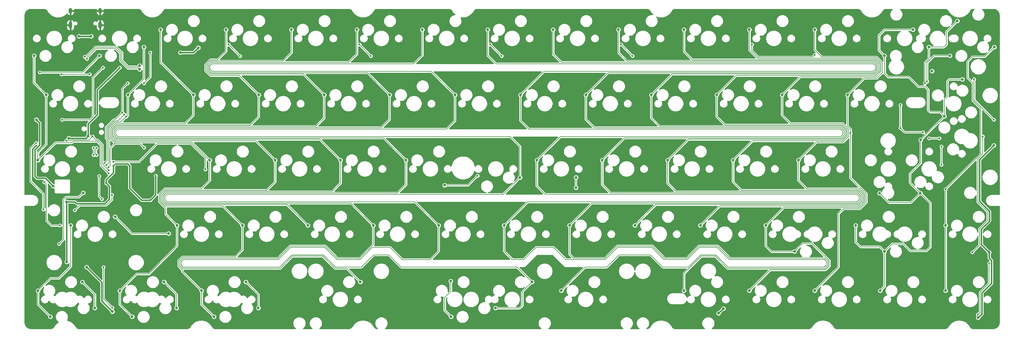
<source format=gbr>
G04 #@! TF.GenerationSoftware,KiCad,Pcbnew,(5.1.10)-1*
G04 #@! TF.CreationDate,2022-03-02T23:20:40+07:00*
G04 #@! TF.ProjectId,averange65,61766572-616e-4676-9536-352e6b696361,rev?*
G04 #@! TF.SameCoordinates,Original*
G04 #@! TF.FileFunction,Copper,L1,Top*
G04 #@! TF.FilePolarity,Positive*
%FSLAX46Y46*%
G04 Gerber Fmt 4.6, Leading zero omitted, Abs format (unit mm)*
G04 Created by KiCad (PCBNEW (5.1.10)-1) date 2022-03-02 23:20:40*
%MOMM*%
%LPD*%
G01*
G04 APERTURE LIST*
G04 #@! TA.AperFunction,ComponentPad*
%ADD10O,1.000000X2.100000*%
G04 #@! TD*
G04 #@! TA.AperFunction,ComponentPad*
%ADD11O,1.000000X1.600000*%
G04 #@! TD*
G04 #@! TA.AperFunction,ViaPad*
%ADD12C,0.600000*%
G04 #@! TD*
G04 #@! TA.AperFunction,ViaPad*
%ADD13C,0.800000*%
G04 #@! TD*
G04 #@! TA.AperFunction,Conductor*
%ADD14C,0.400000*%
G04 #@! TD*
G04 #@! TA.AperFunction,Conductor*
%ADD15C,0.200000*%
G04 #@! TD*
G04 #@! TA.AperFunction,Conductor*
%ADD16C,0.254000*%
G04 #@! TD*
G04 #@! TA.AperFunction,Conductor*
%ADD17C,0.100000*%
G04 #@! TD*
G04 APERTURE END LIST*
D10*
X14133846Y-44072496D03*
X22773846Y-44072496D03*
D11*
X14133846Y-39892496D03*
X22773846Y-39892496D03*
D12*
X25495250Y-94805500D03*
X38957250Y-88074500D03*
X37433250Y-95186500D03*
D13*
X51335899Y-50678703D03*
D12*
X24546769Y-90205420D03*
X26630368Y-85149637D03*
D13*
X18822542Y-114729395D03*
X26332711Y-127714588D03*
X19303750Y-76454000D03*
X278463659Y-129466189D03*
X202842975Y-128212235D03*
X204242975Y-126812235D03*
X281627750Y-110414000D03*
X283024291Y-79167629D03*
X265010280Y-57467500D03*
D12*
X28485014Y-56462821D03*
D13*
X16605250Y-47307500D03*
X20161250Y-47307500D03*
X46116250Y-52078703D03*
X13606401Y-77105849D03*
X9152502Y-91122532D03*
X4194520Y-71686600D03*
X13049250Y-113220500D03*
X13049250Y-95656400D03*
D12*
X166529158Y-110748139D03*
D13*
X20034250Y-117348000D03*
D12*
X64730464Y-86042608D03*
X58777324Y-86042608D03*
X33178822Y-108962197D03*
X38238991Y-113129395D03*
X28416310Y-115212994D03*
X39727276Y-86042608D03*
X45680416Y-86042608D03*
X77827372Y-86042608D03*
X83780512Y-86042608D03*
X34369450Y-80684782D03*
X36750706Y-80089468D03*
X96877420Y-86042608D03*
X102830560Y-86042608D03*
X115927468Y-86042608D03*
X140930656Y-86042608D03*
X134977516Y-86042608D03*
X154027564Y-86042608D03*
X159980704Y-86042608D03*
X173077612Y-86042608D03*
X179030752Y-86042608D03*
X192127660Y-86042608D03*
X198080800Y-86042608D03*
X211177708Y-86042608D03*
X217130848Y-86042608D03*
X230227756Y-86042608D03*
X236180896Y-86042608D03*
X49252300Y-105092656D03*
X55205440Y-105092656D03*
X93305536Y-105092656D03*
X106402444Y-105092656D03*
X112355584Y-105092656D03*
X125452492Y-105092656D03*
X131405632Y-105092656D03*
X144502540Y-105092656D03*
X150455680Y-105092656D03*
X163552588Y-105092656D03*
X87352396Y-105092656D03*
X74255488Y-105092656D03*
X169505728Y-105092656D03*
X68302348Y-105092656D03*
X182602636Y-105092656D03*
X188555776Y-105092656D03*
X201652684Y-105092656D03*
X207605824Y-105092656D03*
X34964764Y-66992560D03*
X40917904Y-66992560D03*
X54014812Y-66992560D03*
X59967952Y-66992560D03*
X73064860Y-66992560D03*
X79018000Y-66992560D03*
X92114908Y-66992560D03*
X98068048Y-66992560D03*
X111164956Y-66992560D03*
X117118096Y-66992560D03*
X130215004Y-66992560D03*
X155218192Y-66992560D03*
X168315100Y-66992560D03*
X174268240Y-66992560D03*
X187365148Y-66992560D03*
X193318288Y-66992560D03*
X206415196Y-66992560D03*
X212368336Y-66992560D03*
X225465244Y-66992560D03*
X235585582Y-66992560D03*
X237966838Y-51812053D03*
X30003750Y-67310000D03*
X39131900Y-127119129D03*
X55205351Y-125928503D03*
D13*
X128428850Y-91995662D03*
X148074179Y-80089402D03*
X148074179Y-88423784D03*
X10556876Y-70564394D03*
D12*
X230889810Y-110944660D03*
X213558609Y-110450365D03*
X139739797Y-47942500D03*
X145692927Y-47942500D03*
X158789813Y-47942500D03*
X177839829Y-47942500D03*
X183792959Y-47942500D03*
X169505447Y-50323752D03*
X55205351Y-50323752D03*
X93305383Y-50323752D03*
X131405415Y-50323752D03*
X207605479Y-50323752D03*
X21867823Y-84851906D03*
X12414250Y-74917300D03*
X4984750Y-90639900D03*
X24149050Y-82829400D03*
X26028650Y-78638400D03*
X5199059Y-57853447D03*
D13*
X22574250Y-53022500D03*
X272383250Y-42862500D03*
X264101250Y-50482500D03*
D12*
X262969375Y-61039375D03*
D13*
X270224250Y-53022500D03*
D12*
X263569375Y-60506761D03*
X25255347Y-86453529D03*
X20573750Y-76581000D03*
X12937860Y-77805849D03*
D13*
X17811750Y-93027500D03*
D12*
X10784328Y-107945678D03*
X26195250Y-93617920D03*
X15396250Y-98107500D03*
X26630368Y-83959009D03*
X53419375Y-86178442D03*
X255825832Y-67378550D03*
X255825832Y-74136272D03*
X267136779Y-77112837D03*
X264160214Y-77112837D03*
X262374275Y-75326898D03*
D13*
X161321750Y-91503500D03*
X161321750Y-88528442D03*
X27114542Y-100012500D03*
X42703846Y-104930941D03*
X123071033Y-90805036D03*
D12*
X132683250Y-88049100D03*
X25276767Y-87367920D03*
D13*
X4662670Y-121603060D03*
X7043786Y-64452500D03*
X14187542Y-102552500D03*
X8286754Y-129222564D03*
X3524250Y-53022500D03*
X4662502Y-83502532D03*
D12*
X6508750Y-89916000D03*
X11029950Y-102552500D03*
X35560078Y-79805902D03*
D13*
X30856306Y-64452500D03*
D12*
X25221488Y-85571141D03*
X30400928Y-70778762D03*
D13*
X35501250Y-50482500D03*
X40381250Y-45402500D03*
X49906322Y-64452500D03*
X54668826Y-83502500D03*
X45143818Y-102552500D03*
X28475270Y-121602568D03*
X32099274Y-129222564D03*
X64193834Y-102552500D03*
X59431250Y-45402500D03*
X68956338Y-64452500D03*
X73718842Y-83502500D03*
X52287870Y-121603060D03*
X55911794Y-129222564D03*
X78481250Y-45402500D03*
X88006354Y-64452500D03*
X92768858Y-83502500D03*
X83243850Y-102552500D03*
X102293866Y-102552500D03*
X97531182Y-45402496D03*
X107056370Y-64452500D03*
X111818874Y-83502500D03*
X98552370Y-119062840D03*
X116581282Y-45402500D03*
X126106386Y-64452500D03*
X137895670Y-126683060D03*
X148558970Y-119063060D03*
X121343882Y-102552500D03*
X145038890Y-88582500D03*
X135631182Y-45402496D03*
X145156402Y-64452500D03*
X157063170Y-121602840D03*
X149918906Y-83502500D03*
X140393898Y-102552500D03*
X17589670Y-119063060D03*
X21213758Y-126682568D03*
X45026530Y-126682568D03*
X41402270Y-119062568D03*
X65214870Y-119063060D03*
X68839130Y-126683060D03*
D12*
X24006549Y-84356201D03*
X29200928Y-69578762D03*
X37345961Y-52109691D03*
X35560022Y-61039386D03*
X30797518Y-61039386D03*
X11525250Y-58453447D03*
X19721403Y-58453447D03*
X11679082Y-71686600D03*
X23585014Y-56462821D03*
X63491416Y-53071651D03*
X60148413Y-49728454D03*
X101591220Y-53071425D03*
X98248281Y-49728228D03*
X139691736Y-53071651D03*
X136348733Y-49728454D03*
X174448473Y-49728228D03*
X177791896Y-53071651D03*
X212548569Y-49728228D03*
X230866950Y-52781200D03*
X277257100Y-59848760D03*
X283024291Y-71686272D03*
X276727750Y-110414000D03*
X279824291Y-76586272D03*
X278364950Y-128571617D03*
X281627750Y-113614000D03*
X4095750Y-78486000D03*
X6203746Y-97866404D03*
X23722542Y-114729395D03*
X26301171Y-126555500D03*
X22463170Y-88126207D03*
X23264597Y-94838023D03*
D13*
X124856976Y-118784751D03*
X124968670Y-129223060D03*
X154681182Y-45402496D03*
X164206418Y-64452500D03*
X168968922Y-83502500D03*
X159443914Y-102552500D03*
X192781414Y-121602568D03*
X173731182Y-45402496D03*
X183256434Y-64452500D03*
X188018938Y-83502500D03*
X178493930Y-102552500D03*
X197543946Y-102552500D03*
X192781250Y-45402500D03*
X202306450Y-64452500D03*
X207068954Y-83502500D03*
X211831250Y-45402500D03*
X221356466Y-64452500D03*
X226118970Y-83502500D03*
X216593962Y-102552500D03*
X224980500Y-110172500D03*
X211831430Y-121602568D03*
X240406482Y-64452500D03*
X230881142Y-45402488D03*
D12*
X241275114Y-75624613D03*
D13*
X230881446Y-121602568D03*
X251174250Y-53022500D03*
X259456250Y-45402500D03*
X251174250Y-110172500D03*
X242787734Y-102552500D03*
X249932450Y-121603060D03*
X261620214Y-93127532D03*
X249713954Y-93127532D03*
X268605222Y-70675524D03*
X273844002Y-59907500D03*
X261715250Y-77565496D03*
X268982530Y-121603060D03*
X268981506Y-102552500D03*
X283151250Y-50482500D03*
D12*
X267732092Y-79494089D03*
X267732092Y-84851906D03*
X268982530Y-91936572D03*
X24616149Y-84965801D03*
X29800928Y-70178762D03*
X18295945Y-53300317D03*
D13*
X34276250Y-55917500D03*
D12*
X20847510Y-81987532D03*
X20847510Y-79937532D03*
X18895945Y-53900317D03*
D13*
X34276250Y-56967500D03*
D12*
X21697510Y-81987532D03*
X21697510Y-79937532D03*
D14*
X38957250Y-93662500D02*
X37433250Y-95186500D01*
X38957250Y-88074500D02*
X38957250Y-93662500D01*
X25495250Y-91153901D02*
X24546769Y-90205420D01*
X25495250Y-94805500D02*
X25495250Y-91153901D01*
X26630368Y-87141779D02*
X26630368Y-85149637D01*
X24546769Y-89225378D02*
X26630368Y-87141779D01*
X24546769Y-90205420D02*
X24546769Y-89225378D01*
X18822542Y-114729395D02*
X23222532Y-119129385D01*
X23222532Y-124604409D02*
X26332711Y-127714588D01*
X23222532Y-119129385D02*
X23222532Y-124604409D01*
X37433250Y-95186500D02*
X34881289Y-95186500D01*
X34881289Y-95186500D02*
X31392880Y-91698091D01*
X31392880Y-91698091D02*
X31392880Y-85149637D01*
X31392880Y-85149637D02*
X30797566Y-84554323D01*
X30797566Y-84554323D02*
X27225682Y-84554323D01*
X27225682Y-84554323D02*
X26630368Y-85149637D01*
X18651901Y-77105849D02*
X19303750Y-76454000D01*
X13606401Y-77105849D02*
X13606401Y-77105849D01*
X19303750Y-72879200D02*
X19303750Y-76454000D01*
X21936764Y-70246186D02*
X19303750Y-72879200D01*
X204242975Y-126812235D02*
X202842975Y-128212235D01*
X279360630Y-108146880D02*
X281627750Y-110414000D01*
X279360630Y-103677720D02*
X279360630Y-108146880D01*
X281717380Y-101320970D02*
X279360630Y-103677720D01*
X281717380Y-98382990D02*
X281717380Y-101320970D01*
X278854800Y-95520410D02*
X281717380Y-98382990D01*
X278854800Y-83337120D02*
X278854800Y-95520410D01*
X283024291Y-79167629D02*
X278854800Y-83337120D01*
X279525360Y-128404488D02*
X278463659Y-129466189D01*
X279525360Y-128404488D02*
X279525360Y-122228710D01*
X279525360Y-122228710D02*
X282327751Y-119426319D01*
X282327751Y-119426319D02*
X282327751Y-112763701D01*
X281627750Y-112063700D02*
X281627750Y-110414000D01*
X282327751Y-112763701D02*
X281627750Y-112063700D01*
X21936764Y-63011071D02*
X28485014Y-56462821D01*
X21936764Y-70246186D02*
X21936764Y-63011071D01*
X16605250Y-47307500D02*
X20161250Y-47307500D01*
X49935899Y-52078703D02*
X51335899Y-50678703D01*
X46116250Y-52078703D02*
X49935899Y-52078703D01*
X13606401Y-77105849D02*
X18651901Y-77105849D01*
X13049250Y-95656400D02*
X13049250Y-95656400D01*
X13049250Y-95656400D02*
X13049250Y-113220500D01*
X15408170Y-95656400D02*
X13049250Y-95656400D01*
X15914716Y-96162946D02*
X15408170Y-95656400D01*
X24137804Y-96162946D02*
X15914716Y-96162946D01*
X25495250Y-94805500D02*
X24137804Y-96162946D01*
X4375150Y-88773000D02*
X6802970Y-88773000D01*
X3778250Y-88176100D02*
X4375150Y-88773000D01*
X3778250Y-80518000D02*
X3778250Y-88176100D01*
X5175250Y-79121000D02*
X3778250Y-80518000D01*
X6802970Y-88773000D02*
X9152502Y-91122532D01*
X5175250Y-72667330D02*
X5175250Y-79121000D01*
X4194520Y-71686600D02*
X5175250Y-72667330D01*
D15*
X17743303Y-57853447D02*
X22574250Y-53022500D01*
X5199059Y-57853447D02*
X17743303Y-57853447D01*
X272383250Y-42862500D02*
X269220823Y-46024927D01*
X269220823Y-46024927D02*
X269220823Y-49728454D01*
X268466777Y-50482500D02*
X264101250Y-50482500D01*
X269220823Y-49728454D02*
X268466777Y-50482500D01*
X264101250Y-50482500D02*
X264101250Y-53954375D01*
X262969375Y-55086250D02*
X262969375Y-61039375D01*
X264101250Y-53954375D02*
X262969375Y-55086250D01*
X270224250Y-53022500D02*
X265598823Y-53022500D01*
X263569375Y-55051948D02*
X263569375Y-60506761D01*
X265598823Y-53022500D02*
X263569375Y-55051948D01*
X23406548Y-78978862D02*
X23406548Y-84604730D01*
X22033545Y-77605859D02*
X23406548Y-78978862D01*
X21598609Y-77605859D02*
X22033545Y-77605859D01*
X23406548Y-84604730D02*
X25255347Y-86453529D01*
X20573750Y-76581000D02*
X21598609Y-77605859D01*
X19548891Y-77605859D02*
X20573750Y-76581000D01*
X14473149Y-77605859D02*
X19548891Y-77605859D01*
X14273159Y-77805849D02*
X14473149Y-77605859D01*
X12937860Y-77805849D02*
X14273159Y-77805849D01*
X12134850Y-94894400D02*
X12134850Y-106595156D01*
X12731750Y-94297500D02*
X12134850Y-94894400D01*
X12134850Y-106595156D02*
X10784328Y-107945678D01*
X16541750Y-94297500D02*
X12731750Y-94297500D01*
X17811750Y-93027500D02*
X16541750Y-94297500D01*
X26195250Y-94993502D02*
X24525796Y-96662956D01*
X26195250Y-93617920D02*
X26195250Y-94993502D01*
X16840794Y-96662956D02*
X15396250Y-98107500D01*
X24525796Y-96662956D02*
X16840794Y-96662956D01*
X53419375Y-86178442D02*
X53419375Y-82818747D01*
X53419375Y-82818747D02*
X49218210Y-78617582D01*
X49218210Y-78617582D02*
X39413220Y-78617582D01*
X34071793Y-83959009D02*
X26630368Y-83959009D01*
X39413220Y-78617582D02*
X34071793Y-83959009D01*
X255825832Y-67378550D02*
X255825832Y-74136272D01*
X267136779Y-77112837D02*
X264160214Y-77112837D01*
X257016458Y-75326898D02*
X255825832Y-74136272D01*
X262374275Y-75326898D02*
X257016458Y-75326898D01*
X161321750Y-91503500D02*
X161321750Y-88528442D01*
X32032983Y-104930941D02*
X27114542Y-100012500D01*
X42703846Y-104930941D02*
X32032983Y-104930941D01*
X123071033Y-90805036D02*
X129927314Y-90805036D01*
X129927314Y-90805036D02*
X132683250Y-88049100D01*
X14187542Y-102552500D02*
X14187542Y-114520608D01*
X14187542Y-114520608D02*
X10699750Y-118008400D01*
X8257330Y-118008400D02*
X4662670Y-121603060D01*
X10699750Y-118008400D02*
X8257330Y-118008400D01*
X14921669Y-78005869D02*
X21867856Y-78005869D01*
X21867856Y-78005869D02*
X23006538Y-79144551D01*
X25276767Y-87367920D02*
X23006538Y-85097691D01*
X23006538Y-85097691D02*
X23006538Y-79144551D01*
X4662670Y-125598480D02*
X8286754Y-129222564D01*
X4662670Y-121603060D02*
X4662670Y-125598480D01*
X3524250Y-60932964D02*
X7043786Y-64452500D01*
X3524250Y-53022500D02*
X3524250Y-60932964D01*
X14521688Y-78405850D02*
X9759184Y-78405850D01*
X14921669Y-78005869D02*
X14521688Y-78405850D01*
X9759184Y-78405850D02*
X4662502Y-83502532D01*
X7043786Y-78839964D02*
X7043786Y-64452500D01*
X4662502Y-81221248D02*
X7043786Y-78839964D01*
X4662502Y-83502532D02*
X4662502Y-81221248D01*
X8528050Y-102552500D02*
X11029950Y-102552500D01*
X7194550Y-101219000D02*
X8528050Y-102552500D01*
X7194550Y-90601800D02*
X7194550Y-101219000D01*
X6508750Y-89916000D02*
X7194550Y-90601800D01*
X34385849Y-78631673D02*
X35560078Y-79805902D01*
X34385849Y-78617582D02*
X34385849Y-78631673D01*
X27110731Y-78617582D02*
X34385849Y-78617582D01*
X25737397Y-85055232D02*
X25737397Y-79990916D01*
X25221488Y-85571141D02*
X25737397Y-85055232D01*
X26967449Y-78474301D02*
X26967449Y-78760863D01*
X26967449Y-78474301D02*
X27110731Y-78617582D01*
X25737397Y-79990916D02*
X27110731Y-78617582D01*
X25307703Y-74209813D02*
X25307704Y-76814562D01*
X27100045Y-72417461D02*
X25307703Y-74209813D01*
X25307704Y-76814562D02*
X26967449Y-78474301D01*
X27100045Y-72417461D02*
X28762229Y-72417461D01*
X30856306Y-64452500D02*
X30856306Y-70323384D01*
X30856306Y-70323384D02*
X30400928Y-70778762D01*
X28762229Y-72417461D02*
X30400928Y-70778762D01*
X35501250Y-59807556D02*
X30856306Y-64452500D01*
X35501250Y-50482500D02*
X35501250Y-59807556D01*
X49906386Y-64452500D02*
X49906386Y-70377543D01*
X49906386Y-70377543D02*
X47466459Y-72817470D01*
X25707713Y-76648871D02*
X27276420Y-78217572D01*
X25707712Y-74375501D02*
X25707713Y-76648871D01*
X27265736Y-72817470D02*
X25707712Y-74375501D01*
X47466459Y-72817470D02*
X27265736Y-72817470D01*
X49383898Y-78217572D02*
X54668826Y-83502500D01*
X27276420Y-78217572D02*
X49383898Y-78217572D01*
X41810875Y-97492766D02*
X41810875Y-99219557D01*
X39995589Y-95677480D02*
X41810875Y-97492766D01*
X39995589Y-93425582D02*
X39995589Y-95677480D01*
X41553617Y-91867554D02*
X39995589Y-93425582D01*
X52228879Y-91867554D02*
X41553617Y-91867554D01*
X54668890Y-89427543D02*
X52228879Y-91867554D01*
X41810875Y-99219557D02*
X45143818Y-102552500D01*
X54668890Y-83502500D02*
X54668890Y-89427543D01*
X37000471Y-116701279D02*
X45143850Y-108557900D01*
X33376559Y-116701279D02*
X37000471Y-116701279D01*
X45143850Y-108557900D02*
X45143850Y-102552500D01*
X28475270Y-121602568D02*
X33376559Y-116701279D01*
X28475270Y-125598560D02*
X32099274Y-129222564D01*
X28475270Y-121602568D02*
X28475270Y-125598560D01*
X40381250Y-54927428D02*
X49906322Y-64452500D01*
X40381250Y-45402500D02*
X40381250Y-54927428D01*
X73718890Y-83502500D02*
X73718890Y-89827601D01*
X68956386Y-64452500D02*
X68956386Y-70777601D01*
X59431250Y-45402500D02*
X59431250Y-51727601D01*
X59431250Y-51727601D02*
X56991382Y-54167469D01*
X63271388Y-58767550D02*
X68956338Y-64452500D01*
X68956386Y-70777601D02*
X66516507Y-73217480D01*
X26107722Y-76483180D02*
X27442109Y-77817562D01*
X26107721Y-74541189D02*
X26107722Y-76483180D01*
X27431426Y-73217480D02*
X26107721Y-74541189D01*
X66516507Y-73217480D02*
X27431426Y-73217480D01*
X68033904Y-77817562D02*
X73718842Y-83502500D01*
X27442109Y-77817562D02*
X68033904Y-77817562D01*
X73718890Y-89827601D02*
X71278927Y-92267564D01*
X40395599Y-95511791D02*
X41751454Y-96867646D01*
X40395599Y-93591271D02*
X40395599Y-95511791D01*
X41719306Y-92267564D02*
X40395599Y-93591271D01*
X71278927Y-92267564D02*
X41719306Y-92267564D01*
X64193782Y-102552496D02*
X64193782Y-109677633D01*
X58508980Y-96867646D02*
X64193834Y-102552500D01*
X41751454Y-96867646D02*
X58508980Y-96867646D01*
X64193782Y-109677633D02*
X62153425Y-111717990D01*
X45558091Y-114396958D02*
X46679183Y-115518050D01*
X45558091Y-112839081D02*
X45558091Y-114396958D01*
X46679182Y-111717990D02*
X45558091Y-112839081D01*
X62153425Y-111717990D02*
X46679182Y-111717990D01*
X46679183Y-115994373D02*
X52287870Y-121603060D01*
X46679183Y-115518050D02*
X46679183Y-115994373D01*
X52287870Y-125598640D02*
X55911794Y-129222564D01*
X52287870Y-121603060D02*
X52287870Y-125598640D01*
X54848685Y-58767550D02*
X63271388Y-58767550D01*
X53492494Y-57411359D02*
X54848685Y-58767550D01*
X53492494Y-55523661D02*
X53492494Y-57411359D01*
X54848686Y-54167469D02*
X53492494Y-55523661D01*
X56991382Y-54167469D02*
X54848686Y-54167469D01*
X88006386Y-64452500D02*
X88006386Y-71177659D01*
X78481250Y-45402500D02*
X78481250Y-52127659D01*
X78481250Y-52127659D02*
X76041430Y-54567479D01*
X81921394Y-58367540D02*
X88006354Y-64452500D01*
X88006386Y-71177659D02*
X85566555Y-73617490D01*
X26507731Y-76317489D02*
X27607798Y-77417552D01*
X26507730Y-74706877D02*
X26507731Y-76317489D01*
X27597115Y-73617490D02*
X26507730Y-74706877D01*
X85566555Y-73617490D02*
X27597115Y-73617490D01*
X86683910Y-77417552D02*
X92768858Y-83502500D01*
X27607798Y-77417552D02*
X86683910Y-77417552D01*
X41917143Y-96467636D02*
X77158986Y-96467636D01*
X77158986Y-96467636D02*
X83243850Y-102552500D01*
X92768890Y-83502500D02*
X92768890Y-90227659D01*
X41884995Y-92667574D02*
X40795609Y-93756960D01*
X40795609Y-95346102D02*
X41917143Y-96467636D01*
X40795609Y-93756960D02*
X40795609Y-95346102D01*
X92768890Y-90227659D02*
X90328975Y-92667574D01*
X90328975Y-92667574D02*
X41884995Y-92667574D01*
X53892504Y-57245671D02*
X55014373Y-58367540D01*
X53892504Y-55689350D02*
X53892504Y-57245671D01*
X55014375Y-54567479D02*
X53892504Y-55689350D01*
X76041430Y-54567479D02*
X55014375Y-54567479D01*
X55014373Y-58367540D02*
X81921394Y-58367540D01*
X111818822Y-83502496D02*
X111818822Y-90627633D01*
X107056318Y-64452496D02*
X107056318Y-71577633D01*
X107056318Y-71577633D02*
X104616451Y-74017500D01*
X26907740Y-76151798D02*
X27773487Y-77017542D01*
X26907739Y-74872565D02*
X26907740Y-76151798D01*
X27762804Y-74017500D02*
X26907739Y-74872565D01*
X104616451Y-74017500D02*
X27762804Y-74017500D01*
X105333916Y-77017542D02*
X111818874Y-83502500D01*
X27773487Y-77017542D02*
X105333916Y-77017542D01*
X111818822Y-90627633D02*
X109378871Y-93067584D01*
X41195619Y-95180413D02*
X42082832Y-96067626D01*
X41195619Y-93922649D02*
X41195619Y-95180413D01*
X42050684Y-93067584D02*
X41195619Y-93922649D01*
X109378871Y-93067584D02*
X42050684Y-93067584D01*
X95808992Y-96067626D02*
X102293866Y-102552500D01*
X42082832Y-96067626D02*
X95808992Y-96067626D01*
X102293866Y-102552500D02*
X102293866Y-108114856D01*
X102293866Y-108114856D02*
X98290719Y-112118003D01*
X91892681Y-112118003D02*
X88320789Y-108546110D01*
X98290719Y-112118003D02*
X91892681Y-112118003D01*
X78050151Y-108546110D02*
X74478261Y-112118000D01*
X88320789Y-108546110D02*
X78050151Y-108546110D01*
X45958101Y-114231269D02*
X46844872Y-115118040D01*
X45958101Y-113004770D02*
X45958101Y-114231269D01*
X46844871Y-112118000D02*
X45958101Y-113004770D01*
X74478261Y-112118000D02*
X46844871Y-112118000D01*
X46844872Y-115118040D02*
X75223859Y-115118040D01*
X75223859Y-115118040D02*
X78795749Y-111546150D01*
X87575192Y-111546150D02*
X91147081Y-115118040D01*
X78795749Y-111546150D02*
X87575192Y-111546150D01*
X94607570Y-115118040D02*
X98552370Y-119062840D01*
X91147081Y-115118040D02*
X94607570Y-115118040D01*
X100571400Y-57967530D02*
X107056370Y-64452500D01*
X54292514Y-57079984D02*
X55180062Y-57967530D01*
X54292514Y-55855039D02*
X54292514Y-57079984D01*
X55180064Y-54967489D02*
X54292514Y-55855039D01*
X95091326Y-54967489D02*
X55180064Y-54967489D01*
X97531182Y-52527633D02*
X95091326Y-54967489D01*
X55180062Y-57967530D02*
X100571400Y-57967530D01*
X97531182Y-45402496D02*
X97531182Y-52527633D01*
X116581282Y-45402500D02*
X116581282Y-52927558D01*
X116581282Y-52927558D02*
X114141341Y-55367499D01*
X119221406Y-57567520D02*
X126106386Y-64452500D01*
X144213936Y-114718026D02*
X148558970Y-119063060D01*
X106790820Y-111146140D02*
X110362706Y-114718026D01*
X98870630Y-114718030D02*
X102442520Y-111146140D01*
X91312770Y-114718030D02*
X98870630Y-114718030D01*
X87740880Y-111146140D02*
X91312770Y-114718030D01*
X78630060Y-111146140D02*
X87740880Y-111146140D01*
X47010561Y-114718030D02*
X75058170Y-114718030D01*
X75058170Y-114718030D02*
X78630060Y-111146140D01*
X46358111Y-114065580D02*
X47010561Y-114718030D01*
X102442520Y-111146140D02*
X106790820Y-111146140D01*
X121343914Y-102552500D02*
X121343914Y-110094173D01*
X121343914Y-110094173D02*
X118920074Y-112518013D01*
X118920074Y-112518013D02*
X110776933Y-112518013D01*
X110776933Y-112518013D02*
X107205040Y-108946120D01*
X107205040Y-108946120D02*
X102028300Y-108946120D01*
X47010560Y-112518010D02*
X46358111Y-113170459D01*
X102028300Y-108946120D02*
X98456407Y-112518013D01*
X98456407Y-112518013D02*
X91726993Y-112518013D01*
X74643950Y-112518010D02*
X47010560Y-112518010D01*
X91726993Y-112518013D02*
X88155100Y-108946120D01*
X88155100Y-108946120D02*
X78215840Y-108946120D01*
X78215840Y-108946120D02*
X74643950Y-112518010D01*
X46358111Y-113170459D02*
X46358111Y-114065580D01*
X110362706Y-114718026D02*
X144213936Y-114718026D01*
X145692927Y-125928323D02*
X145692927Y-121929103D01*
X144938190Y-126683060D02*
X145692927Y-125928323D01*
X145692927Y-121929103D02*
X148558970Y-119063060D01*
X137895670Y-126683060D02*
X144938190Y-126683060D01*
X140153796Y-93467594D02*
X145038890Y-88582500D01*
X41595629Y-94088338D02*
X42216373Y-93467594D01*
X41595629Y-95014726D02*
X41595629Y-94088338D01*
X42248521Y-95667616D02*
X41595629Y-95014726D01*
X42216373Y-93467594D02*
X140153796Y-93467594D01*
X114458998Y-95667616D02*
X42248521Y-95667616D01*
X121343882Y-102552500D02*
X114458998Y-95667616D01*
X145038890Y-79435365D02*
X145038890Y-88582500D01*
X142221057Y-76617532D02*
X145038890Y-79435365D01*
X27939176Y-76617532D02*
X142221057Y-76617532D01*
X27307749Y-75986107D02*
X27939176Y-76617532D01*
X27307749Y-75038254D02*
X27307749Y-75986107D01*
X27928493Y-74417510D02*
X27307749Y-75038254D01*
X126106418Y-71977558D02*
X123666466Y-74417510D01*
X123666466Y-74417510D02*
X27928493Y-74417510D01*
X126106418Y-64452500D02*
X126106418Y-71977558D01*
X54692524Y-56914295D02*
X55345751Y-57567520D01*
X54692524Y-56020728D02*
X54692524Y-56914295D01*
X55345753Y-55367499D02*
X54692524Y-56020728D01*
X114141341Y-55367499D02*
X55345753Y-55367499D01*
X55345751Y-57567520D02*
X119221406Y-57567520D01*
X247979274Y-55367492D02*
X138071216Y-55367492D01*
X248600014Y-56936083D02*
X248600014Y-55988230D01*
X138071216Y-55367492D02*
X135631282Y-52927558D01*
X247968585Y-57567512D02*
X248600014Y-56936083D01*
X152041390Y-57567512D02*
X247968585Y-57567512D01*
X135631282Y-52927558D02*
X135631282Y-45402500D01*
X145156402Y-64452500D02*
X152041390Y-57567512D01*
X145156418Y-71977558D02*
X145156418Y-64452500D01*
X147596364Y-74417504D02*
X145156418Y-71977558D01*
X239075074Y-75070393D02*
X238422183Y-74417504D01*
X239075074Y-75986095D02*
X239075074Y-75070393D01*
X238422183Y-74417504D02*
X147596364Y-74417504D01*
X156803881Y-76617525D02*
X238443644Y-76617525D01*
X149918906Y-83502500D02*
X156803881Y-76617525D01*
X248600014Y-55988230D02*
X247979274Y-55367492D01*
X140393750Y-110094017D02*
X140393750Y-102552344D01*
X142817743Y-112518010D02*
X140393750Y-110094017D01*
X186977390Y-112518010D02*
X183405500Y-108946120D01*
X193706950Y-112518010D02*
X186977390Y-112518010D01*
X197278840Y-108946120D02*
X193706950Y-112518010D01*
X202455580Y-108946120D02*
X197278840Y-108946120D01*
X233692158Y-112517665D02*
X206027125Y-112517665D01*
X234312906Y-113138410D02*
X233692158Y-112517665D01*
X157063170Y-121602840D02*
X163947980Y-114718030D01*
X234312906Y-114086263D02*
X234312906Y-113138410D01*
X173880320Y-111146140D02*
X182991280Y-111146140D01*
X163947980Y-114718030D02*
X170308430Y-114718030D01*
X233681223Y-114717946D02*
X234312906Y-114086263D01*
X170308430Y-114718030D02*
X173880320Y-111146140D01*
X186563170Y-114718030D02*
X194121170Y-114718030D01*
X182991280Y-111146140D02*
X186563170Y-114718030D01*
X194121170Y-114718030D02*
X197693060Y-111146140D01*
X205320353Y-114425135D02*
X205613257Y-114718031D01*
X197693060Y-111146140D02*
X202041360Y-111146140D01*
X202041360Y-111146140D02*
X205320353Y-114425135D01*
X173466100Y-108946120D02*
X169894210Y-112518010D01*
X205613257Y-114718031D02*
X225295400Y-114718031D01*
X206027125Y-112517665D02*
X202455580Y-108946120D01*
X225295400Y-114718031D02*
X225295485Y-114717946D01*
X183405500Y-108946120D02*
X173466100Y-108946120D01*
X225295485Y-114717946D02*
X233681223Y-114717946D01*
X146081610Y-112518010D02*
X149653500Y-108946120D01*
X142817743Y-112518010D02*
X146081610Y-112518010D01*
X154830240Y-108946120D02*
X158402130Y-112518010D01*
X158402130Y-112518010D02*
X169894210Y-112518010D01*
X149653500Y-108946120D02*
X154830240Y-108946120D01*
X149918922Y-91027558D02*
X149918922Y-83502500D01*
X147278789Y-95667609D02*
X243185385Y-95667609D01*
X243185385Y-95667609D02*
X243837954Y-95015040D01*
X243837954Y-95015040D02*
X243837954Y-94088326D01*
X243217214Y-93467588D02*
X152358952Y-93467588D01*
X140393898Y-102552500D02*
X147278789Y-95667609D01*
X243837954Y-94088326D02*
X243217214Y-93467588D01*
X152358952Y-93467588D02*
X149918922Y-91027558D01*
X238443644Y-76617525D02*
X239075074Y-75986095D01*
X21213758Y-122687148D02*
X21213758Y-126682568D01*
X17589670Y-119063060D02*
X21213758Y-122687148D01*
X45026530Y-122686828D02*
X41402270Y-119062568D01*
X45026530Y-126682568D02*
X45026530Y-122686828D01*
X68839130Y-122687320D02*
X68839130Y-126683060D01*
X65214870Y-119063060D02*
X68839130Y-122687320D01*
X24937377Y-77575634D02*
X24507686Y-77145941D01*
X24006549Y-84356201D02*
X24937377Y-83425373D01*
X24507685Y-73878436D02*
X26768668Y-71617442D01*
X24507686Y-77145941D02*
X24507685Y-73878436D01*
X24937377Y-83425373D02*
X24937377Y-77575634D01*
X27162248Y-71617442D02*
X29200928Y-69578762D01*
X26768668Y-71617442D02*
X27162248Y-71617442D01*
X37345961Y-59253447D02*
X35560022Y-61039386D01*
X37345961Y-52109691D02*
X37345961Y-59253447D01*
X29200928Y-62635976D02*
X30797518Y-61039386D01*
X29200928Y-69578762D02*
X29200928Y-62635976D01*
X11525250Y-58453447D02*
X19721403Y-58453447D01*
X19721403Y-58453447D02*
X19721403Y-58453447D01*
X11679082Y-71686600D02*
X19789230Y-71686600D01*
X19789230Y-71686600D02*
X20677197Y-70798633D01*
X20677197Y-59370638D02*
X23585014Y-56462821D01*
X20677197Y-70798633D02*
X20677197Y-59370638D01*
X60147993Y-49728228D02*
X63491416Y-53071651D01*
X98247797Y-49728002D02*
X101591220Y-53071425D01*
X136348313Y-49728228D02*
X139691736Y-53071651D01*
X174448473Y-49728228D02*
X177791896Y-53071651D01*
X212548569Y-49728228D02*
X212548569Y-51479164D01*
X212548569Y-51479164D02*
X214436847Y-53367442D01*
X230280708Y-53367442D02*
X230866950Y-52781200D01*
X214436847Y-53367442D02*
X230280708Y-53367442D01*
X277257100Y-65919081D02*
X283024291Y-71686272D01*
X277257100Y-59848760D02*
X277257100Y-65919081D01*
X278860619Y-108281131D02*
X276727750Y-110414000D01*
X278860619Y-103470609D02*
X278860619Y-108281131D01*
X281217369Y-101113859D02*
X278860619Y-103470609D01*
X278354789Y-95727521D02*
X281217369Y-98590101D01*
X278354790Y-83130010D02*
X278354789Y-95727521D01*
X281217369Y-98590101D02*
X281217369Y-101113859D01*
X279824291Y-81660509D02*
X278354790Y-83130010D01*
X279824291Y-76586272D02*
X279824291Y-81660509D01*
X281627750Y-119419200D02*
X281627750Y-113614000D01*
X279025350Y-122021600D02*
X281627750Y-119419200D01*
X279025350Y-127911217D02*
X279025350Y-122021600D01*
X278364950Y-128571617D02*
X279025350Y-127911217D01*
X2533650Y-80048100D02*
X4095750Y-78486000D01*
X2533650Y-89623900D02*
X2533650Y-80048100D01*
X6203746Y-93293996D02*
X2533650Y-89623900D01*
X6203746Y-97866404D02*
X6203746Y-93293996D01*
X23722542Y-123976871D02*
X26301171Y-126555500D01*
X23722542Y-114729395D02*
X23722542Y-123976871D01*
X22463170Y-94036596D02*
X23264597Y-94838023D01*
X22463170Y-88126207D02*
X22463170Y-94036596D01*
X123071037Y-127325427D02*
X124968670Y-129223060D01*
X123071037Y-123645513D02*
X123071037Y-127325427D01*
X124856976Y-121859574D02*
X123071037Y-123645513D01*
X124856976Y-118784751D02*
X124856976Y-121859574D01*
X164206318Y-71577633D02*
X164206318Y-64452496D01*
X157121031Y-54967482D02*
X154681182Y-52527633D01*
X248144963Y-54967482D02*
X157121031Y-54967482D01*
X249000024Y-55822543D02*
X248144963Y-54967482D01*
X249000024Y-57101771D02*
X249000024Y-55822543D01*
X248134273Y-57967522D02*
X249000024Y-57101771D01*
X154681182Y-52527633D02*
X154681182Y-45402496D01*
X170691396Y-57967522D02*
X248134273Y-57967522D01*
X164206418Y-64452500D02*
X170691396Y-57967522D01*
X164206318Y-71577633D02*
X166646179Y-74017494D01*
X239475084Y-76151784D02*
X238609333Y-77017535D01*
X239475084Y-74904704D02*
X239475084Y-76151784D01*
X238587873Y-74017495D02*
X239475084Y-74904704D01*
X166646179Y-74017494D02*
X238587873Y-74017495D01*
X175453887Y-77017535D02*
X168968922Y-83502500D01*
X238609333Y-77017535D02*
X175453887Y-77017535D01*
X168968822Y-90627633D02*
X168968822Y-83502496D01*
X171408767Y-93067578D02*
X168968822Y-90627633D01*
X244237964Y-93922637D02*
X243382903Y-93067578D01*
X243382903Y-93067578D02*
X171408767Y-93067578D01*
X244237964Y-95180729D02*
X244237964Y-93922637D01*
X243351074Y-96067619D02*
X244237964Y-95180729D01*
X165928795Y-96067619D02*
X243351074Y-96067619D01*
X159443914Y-102552500D02*
X165928795Y-96067619D01*
X197858748Y-111546150D02*
X192781414Y-116623484D01*
X205447561Y-115118040D02*
X201875671Y-111546150D01*
X233846827Y-115118041D02*
X205447561Y-115118040D01*
X234712916Y-114251952D02*
X233846827Y-115118041D01*
X159443914Y-102552500D02*
X159443914Y-110986162D01*
X197113151Y-108546110D02*
X202621269Y-108546110D01*
X159443914Y-110986162D02*
X160575752Y-112118000D01*
X160575752Y-112118000D02*
X169728522Y-112118000D01*
X192781414Y-116623484D02*
X192781414Y-121602568D01*
X193541262Y-112118000D02*
X197113151Y-108546110D01*
X169728522Y-112118000D02*
X173300411Y-108546110D01*
X233857847Y-112117655D02*
X234712916Y-112972724D01*
X183571189Y-108546110D02*
X187143078Y-112118000D01*
X187143078Y-112118000D02*
X193541262Y-112118000D01*
X201875671Y-111546150D02*
X197858748Y-111546150D01*
X173300411Y-108546110D02*
X183571189Y-108546110D01*
X202621269Y-108546110D02*
X206192814Y-112117655D01*
X206192814Y-112117655D02*
X233857847Y-112117655D01*
X234712916Y-112972724D02*
X234712916Y-114251952D01*
X183256830Y-71177671D02*
X183256830Y-64452512D01*
X173731694Y-52127671D02*
X173731694Y-45402512D01*
X248310652Y-54567472D02*
X176171495Y-54567472D01*
X249400034Y-55656854D02*
X248310652Y-54567472D01*
X249400034Y-57267460D02*
X249400034Y-55656854D01*
X248299962Y-58367532D02*
X249400034Y-57267460D01*
X176171495Y-54567472D02*
X173731694Y-52127671D01*
X189341402Y-58367532D02*
X248299962Y-58367532D01*
X183256434Y-64452500D02*
X189341402Y-58367532D01*
X183256830Y-71177671D02*
X185696644Y-73617485D01*
X239875094Y-74739015D02*
X239875094Y-76317473D01*
X239875094Y-76317473D02*
X238775022Y-77417545D01*
X238753563Y-73617486D02*
X239875094Y-74739015D01*
X185696644Y-73617485D02*
X238753563Y-73617486D01*
X194103893Y-77417545D02*
X188018938Y-83502500D01*
X238775022Y-77417545D02*
X194103893Y-77417545D01*
X188019334Y-90227671D02*
X188019334Y-83502512D01*
X243548593Y-92667569D02*
X190459231Y-92667568D01*
X190459231Y-92667568D02*
X188019334Y-90227671D01*
X244637974Y-93756948D02*
X243548593Y-92667569D01*
X244637974Y-95346418D02*
X244637974Y-93756948D01*
X243516763Y-96467629D02*
X244637974Y-95346418D01*
X184578801Y-96467629D02*
X243516763Y-96467629D01*
X178493930Y-102552500D02*
X184578801Y-96467629D01*
X202306386Y-64452500D02*
X202306386Y-70777601D01*
X192781250Y-45402500D02*
X192781250Y-51727601D01*
X202306450Y-64452500D02*
X207991408Y-58767542D01*
X249800044Y-55491165D02*
X248476341Y-54167462D01*
X249800044Y-57433149D02*
X249800044Y-55491165D01*
X248465651Y-58767542D02*
X249800044Y-57433149D01*
X207991408Y-58767542D02*
X248465651Y-58767542D01*
X195221111Y-54167462D02*
X192781250Y-51727601D01*
X248476341Y-54167462D02*
X195221111Y-54167462D01*
X202306386Y-70777601D02*
X204746261Y-73217476D01*
X240275104Y-76483162D02*
X238940711Y-77817555D01*
X240275104Y-74573326D02*
X240275104Y-76483162D01*
X238919253Y-73217477D02*
X240275104Y-74573326D01*
X204746261Y-73217476D02*
X238919253Y-73217477D01*
X212753899Y-77817555D02*
X207068954Y-83502500D01*
X238940711Y-77817555D02*
X212753899Y-77817555D01*
X207068890Y-89827601D02*
X207068890Y-83502500D01*
X243714283Y-92267560D02*
X209508848Y-92267559D01*
X245037984Y-93591259D02*
X243714283Y-92267560D01*
X245037984Y-95512107D02*
X245037984Y-93591259D01*
X243682452Y-96867639D02*
X245037984Y-95512107D01*
X209508848Y-92267559D02*
X207068890Y-89827601D01*
X203228807Y-96867639D02*
X243682452Y-96867639D01*
X197543946Y-102552500D02*
X203228807Y-96867639D01*
X221356386Y-64452500D02*
X221356386Y-70377543D01*
X211831250Y-45402500D02*
X211831250Y-51327543D01*
X211831250Y-51327543D02*
X214271159Y-53767452D01*
X250200054Y-57598838D02*
X248631340Y-59167552D01*
X250200054Y-55325476D02*
X250200054Y-57598838D01*
X248642030Y-53767452D02*
X250200054Y-55325476D01*
X214271159Y-53767452D02*
X248642030Y-53767452D01*
X226641414Y-59167552D02*
X221356466Y-64452500D01*
X248631340Y-59167552D02*
X226641414Y-59167552D01*
X221356386Y-70377543D02*
X223796310Y-72817467D01*
X240675114Y-76648851D02*
X239106400Y-78217565D01*
X240675114Y-74407637D02*
X240675114Y-76648851D01*
X239084943Y-72817469D02*
X240675114Y-74407637D01*
X223796310Y-72817467D02*
X239084943Y-72817469D01*
X231403905Y-78217565D02*
X226118970Y-83502500D01*
X239106400Y-78217565D02*
X231403905Y-78217565D01*
X228558898Y-91867551D02*
X226118890Y-89427543D01*
X243879971Y-91867551D02*
X228558898Y-91867551D01*
X245437994Y-93425574D02*
X243879971Y-91867551D01*
X245437994Y-95677796D02*
X245437994Y-93425574D01*
X243848141Y-97267649D02*
X245437994Y-95677796D01*
X226118890Y-89427543D02*
X226118890Y-83502500D01*
X221878813Y-97267649D02*
X243848141Y-97267649D01*
X216593962Y-102552500D02*
X221878813Y-97267649D01*
X216593962Y-102552500D02*
X216593962Y-108548712D01*
X218217750Y-110172500D02*
X224980500Y-110172500D01*
X216593962Y-108548712D02*
X218217750Y-110172500D01*
X224980500Y-110172500D02*
X227337620Y-107815380D01*
X235112926Y-114417641D02*
X234012515Y-115518050D01*
X235112926Y-112807035D02*
X235112926Y-114417641D01*
X230121270Y-107815380D02*
X235112926Y-112807035D01*
X227337620Y-107815380D02*
X230121270Y-107815380D01*
X217915948Y-115518050D02*
X211831430Y-121602568D01*
X234012515Y-115518050D02*
X217915948Y-115518050D01*
X240406482Y-64452500D02*
X245291420Y-59567562D01*
X248950407Y-59567562D02*
X250600064Y-57917905D01*
X245291420Y-59567562D02*
X248950407Y-59567562D01*
X250600064Y-55159787D02*
X248807719Y-53367442D01*
X250600064Y-57917905D02*
X250600064Y-55159787D01*
X230881142Y-45402488D02*
X230881142Y-51327531D01*
X232921053Y-53367442D02*
X230881142Y-51327531D01*
X248807719Y-53367442D02*
X232921053Y-53367442D01*
X240406482Y-73573307D02*
X241275114Y-74441939D01*
X240406482Y-64452500D02*
X240406482Y-73573307D01*
X241275114Y-74441939D02*
X241275114Y-75624613D01*
X241275114Y-75624613D02*
X241275114Y-88696996D01*
X245838004Y-95843485D02*
X244013830Y-97667659D01*
X245838004Y-93259885D02*
X245838004Y-95843485D01*
X241275114Y-88696996D02*
X245838004Y-93259885D01*
X244013830Y-97667659D02*
X239269691Y-97667659D01*
X239269691Y-97667659D02*
X237750350Y-99187000D01*
X237750350Y-114733664D02*
X230881446Y-121602568D01*
X237750350Y-99187000D02*
X237750350Y-114733664D01*
X251174250Y-53022500D02*
X249575461Y-51423711D01*
X249575461Y-47049541D02*
X251222502Y-45402500D01*
X251222502Y-45402500D02*
X259456250Y-45402500D01*
X249575461Y-51423711D02*
X249575461Y-47049541D01*
X251174250Y-110172500D02*
X251174250Y-120361260D01*
X251174250Y-120361260D02*
X249932450Y-121603060D01*
X242787734Y-102552500D02*
X242787734Y-107450184D01*
X249815350Y-108813600D02*
X251174250Y-110172500D01*
X242787734Y-107450184D02*
X244151150Y-108813600D01*
X244151150Y-108813600D02*
X249815350Y-108813600D01*
X258904261Y-95843485D02*
X261620214Y-93127532D01*
X252429907Y-95843485D02*
X249713954Y-93127532D01*
X258904261Y-95843485D02*
X252429907Y-95843485D01*
X256660650Y-107911900D02*
X258718050Y-109969300D01*
X253434850Y-107911900D02*
X256660650Y-107911900D01*
X251174250Y-110172500D02*
X253434850Y-107911900D01*
X258718050Y-109969300D02*
X263391650Y-109969300D01*
X263391650Y-109969300D02*
X264483850Y-108877100D01*
X264483850Y-95991168D02*
X261620214Y-93127532D01*
X264483850Y-108877100D02*
X264483850Y-95991168D01*
X261620214Y-93127532D02*
X258603750Y-90111068D01*
X258603750Y-90111068D02*
X258603750Y-87426800D01*
X258603750Y-87426800D02*
X261715250Y-84315300D01*
X261715250Y-77565496D02*
X268605222Y-70675524D01*
X261715250Y-84315300D02*
X261715250Y-77565496D01*
X270032150Y-59907500D02*
X273844002Y-59907500D01*
X269525750Y-60413900D02*
X270032150Y-59907500D01*
X269525750Y-64846200D02*
X269525750Y-60413900D01*
X268605222Y-65766728D02*
X269525750Y-64846200D01*
X268605222Y-70675524D02*
X268605222Y-65766728D01*
X251174250Y-53022500D02*
X251174250Y-58140600D01*
X251174250Y-58140600D02*
X252241050Y-59207400D01*
X252241050Y-59207400D02*
X258222750Y-59207400D01*
X258222750Y-59207400D02*
X261042150Y-62026800D01*
X261042150Y-62026800D02*
X263074150Y-62026800D01*
X263074150Y-62026800D02*
X263886950Y-62839600D01*
X263886950Y-62839600D02*
X263886950Y-68884800D01*
X263886950Y-68884800D02*
X264471150Y-69469000D01*
X267398698Y-69469000D02*
X268605222Y-70675524D01*
X264471150Y-69469000D02*
X267398698Y-69469000D01*
X268982530Y-102553524D02*
X268981506Y-102552500D01*
X283151250Y-50482500D02*
X280333433Y-53300317D01*
X280333433Y-53300317D02*
X276789193Y-53300317D01*
X276789193Y-53300317D02*
X275334730Y-54754780D01*
X275334730Y-59390280D02*
X276857090Y-60912640D01*
X275334730Y-54754780D02*
X275334730Y-59390280D01*
X279224290Y-68451970D02*
X279224290Y-81694812D01*
X276857090Y-66084770D02*
X279224290Y-68451970D01*
X276857090Y-60912640D02*
X276857090Y-66084770D01*
X268982530Y-91936572D02*
X268982530Y-103294520D01*
X279224290Y-81694812D02*
X268982530Y-91936572D01*
X268982530Y-103294520D02*
X268982530Y-102553524D01*
X268982530Y-121603060D02*
X268982530Y-103294520D01*
X267732092Y-79494089D02*
X267732092Y-84851906D01*
X25337387Y-77409944D02*
X24907695Y-76980253D01*
X24616149Y-84965801D02*
X25337387Y-84244563D01*
X24907695Y-76980253D02*
X24907694Y-74044125D01*
X25337387Y-84244563D02*
X25337387Y-77409944D01*
X24907694Y-74044125D02*
X26934357Y-72017452D01*
X27962238Y-72017452D02*
X29800928Y-70178762D01*
X26934357Y-72017452D02*
X27962238Y-72017452D01*
X30959450Y-56217500D02*
X33976250Y-56217500D01*
X33976250Y-56217500D02*
X34276250Y-55917500D01*
X29091250Y-54349300D02*
X30959450Y-56217500D01*
X18577746Y-53300317D02*
X21410563Y-50467500D01*
X21410563Y-50467500D02*
X27459450Y-50467500D01*
X18295945Y-53300317D02*
X18577746Y-53300317D01*
X27459450Y-50467500D02*
X29091250Y-52099300D01*
X29091250Y-52099300D02*
X29091250Y-54349300D01*
X21047510Y-80137532D02*
X20847510Y-79937532D01*
X21047510Y-81787532D02*
X21047510Y-80137532D01*
X20847510Y-81987532D02*
X21047510Y-81787532D01*
X30773050Y-56667500D02*
X33976250Y-56667500D01*
X18895945Y-53900317D02*
X18895945Y-53618516D01*
X27273050Y-50917500D02*
X28641250Y-52285700D01*
X28641250Y-54535700D02*
X30773050Y-56667500D01*
X21596961Y-50917500D02*
X27273050Y-50917500D01*
X28641250Y-52285700D02*
X28641250Y-54535700D01*
X33976250Y-56667500D02*
X34276250Y-56967500D01*
X18895945Y-53618516D02*
X21596961Y-50917500D01*
X21497510Y-80137532D02*
X21697510Y-79937532D01*
X21497510Y-81787532D02*
X21497510Y-80137532D01*
X21697510Y-81987532D02*
X21497510Y-81787532D01*
D16*
X268990789Y-39445163D02*
X269180751Y-39502517D01*
X269355946Y-39595669D01*
X269509716Y-39721080D01*
X269642584Y-39881690D01*
X269704977Y-39986482D01*
X269745222Y-40060914D01*
X269758517Y-40080625D01*
X269769848Y-40101528D01*
X269773648Y-40107065D01*
X270125037Y-40611517D01*
X270153309Y-40644665D01*
X270181150Y-40678248D01*
X270185954Y-40682942D01*
X270628632Y-41109534D01*
X270662818Y-41136571D01*
X270696638Y-41164095D01*
X270702262Y-41167767D01*
X271219367Y-41500251D01*
X271258141Y-41520127D01*
X271296676Y-41540564D01*
X271302906Y-41543074D01*
X271874743Y-41768787D01*
X271916656Y-41780758D01*
X271958411Y-41793316D01*
X271965009Y-41794568D01*
X272569799Y-41904911D01*
X272613212Y-41908510D01*
X272656635Y-41912722D01*
X272663351Y-41912668D01*
X273278053Y-41903440D01*
X273321345Y-41898538D01*
X273364755Y-41894235D01*
X273371333Y-41892878D01*
X273972537Y-41764428D01*
X274014091Y-41751198D01*
X274055798Y-41738558D01*
X274061987Y-41735949D01*
X274626791Y-41493172D01*
X274664979Y-41472126D01*
X274703442Y-41451623D01*
X274709002Y-41447864D01*
X274709007Y-41447861D01*
X274709011Y-41447857D01*
X275215898Y-41100003D01*
X275249236Y-41071970D01*
X275283020Y-41044357D01*
X275287747Y-41039586D01*
X275717420Y-40599897D01*
X275744709Y-40565883D01*
X275772454Y-40532274D01*
X275776165Y-40526676D01*
X276112165Y-40012037D01*
X276112254Y-40011903D01*
X276246513Y-39806263D01*
X276385192Y-39664351D01*
X276548801Y-39552074D01*
X276731092Y-39473717D01*
X276934940Y-39430165D01*
X277053095Y-39423496D01*
X277346140Y-39423496D01*
X277264884Y-39477790D01*
X276999540Y-39743134D01*
X276791061Y-40055144D01*
X276647459Y-40401832D01*
X276574250Y-40769874D01*
X276574250Y-41145126D01*
X276647459Y-41513168D01*
X276791061Y-41859856D01*
X276999540Y-42171866D01*
X277264884Y-42437210D01*
X277576894Y-42645689D01*
X277923582Y-42789291D01*
X278291624Y-42862500D01*
X278666876Y-42862500D01*
X279034918Y-42789291D01*
X279381606Y-42645689D01*
X279693616Y-42437210D01*
X279958960Y-42171866D01*
X280167439Y-41859856D01*
X280311041Y-41513168D01*
X280384250Y-41145126D01*
X280384250Y-40769874D01*
X280311041Y-40401832D01*
X280167439Y-40055144D01*
X279958960Y-39743134D01*
X279693616Y-39477790D01*
X279612360Y-39423496D01*
X282792724Y-39423496D01*
X283159395Y-39459448D01*
X283489480Y-39559106D01*
X283793921Y-39720981D01*
X284061119Y-39938903D01*
X284280902Y-40204575D01*
X284444895Y-40507874D01*
X284546855Y-40837253D01*
X284585246Y-41202521D01*
X284585362Y-93511532D01*
X282292736Y-93511532D01*
X282268186Y-93513950D01*
X282251973Y-93513950D01*
X282245293Y-93514652D01*
X282002857Y-93541844D01*
X281960171Y-93550917D01*
X281917447Y-93559377D01*
X281911037Y-93561361D01*
X281911033Y-93561362D01*
X281911030Y-93561363D01*
X281911031Y-93561363D01*
X281678493Y-93635129D01*
X281638420Y-93652305D01*
X281598121Y-93668915D01*
X281592213Y-93672109D01*
X281378430Y-93789636D01*
X281342469Y-93814259D01*
X281306146Y-93838392D01*
X281300971Y-93842673D01*
X281114090Y-93999486D01*
X281083606Y-94030616D01*
X281052654Y-94061352D01*
X281048409Y-94066557D01*
X280895545Y-94256682D01*
X280871674Y-94293161D01*
X280847297Y-94329302D01*
X280844144Y-94335232D01*
X280731118Y-94551428D01*
X280714787Y-94591849D01*
X280697893Y-94632038D01*
X280695952Y-94638468D01*
X280627073Y-94872499D01*
X280618911Y-94915287D01*
X280610138Y-94958026D01*
X280609483Y-94964710D01*
X280587372Y-95207664D01*
X280587676Y-95251224D01*
X280587372Y-95294854D01*
X280588027Y-95301538D01*
X280613528Y-95544158D01*
X280622287Y-95586826D01*
X280630463Y-95629685D01*
X280632404Y-95636114D01*
X280704544Y-95869161D01*
X280721438Y-95909350D01*
X280737769Y-95949771D01*
X280740922Y-95955701D01*
X280856954Y-96170298D01*
X280881317Y-96206418D01*
X280905203Y-96242919D01*
X280909448Y-96248124D01*
X281064952Y-96436096D01*
X281095871Y-96466799D01*
X281126388Y-96497962D01*
X281131563Y-96502243D01*
X281320616Y-96656432D01*
X281356916Y-96680549D01*
X281392899Y-96705187D01*
X281398807Y-96708382D01*
X281614208Y-96822913D01*
X281654497Y-96839518D01*
X281694585Y-96856700D01*
X281701000Y-96858686D01*
X281934545Y-96929197D01*
X281977299Y-96937662D01*
X282019952Y-96946728D01*
X282026632Y-96947430D01*
X282269424Y-96971236D01*
X282292736Y-96973532D01*
X284585247Y-96973532D01*
X284585246Y-130868974D01*
X284549293Y-131235646D01*
X284449635Y-131565732D01*
X284287761Y-131870171D01*
X284069839Y-132137370D01*
X283804168Y-132357152D01*
X283500868Y-132521145D01*
X283171489Y-132623105D01*
X282806214Y-132661497D01*
X277063351Y-132661495D01*
X276842374Y-132639828D01*
X276652415Y-132582475D01*
X276477221Y-132489322D01*
X276323455Y-132363914D01*
X276190584Y-132203300D01*
X276128200Y-132098523D01*
X276087949Y-132024080D01*
X276074655Y-132004371D01*
X276063321Y-131983462D01*
X276059521Y-131977925D01*
X275708133Y-131473474D01*
X275679858Y-131440321D01*
X275652019Y-131406742D01*
X275647215Y-131402048D01*
X275204537Y-130975456D01*
X275170351Y-130948419D01*
X275136531Y-130920895D01*
X275130907Y-130917223D01*
X274613800Y-130584738D01*
X274575013Y-130564856D01*
X274536491Y-130544425D01*
X274530261Y-130541916D01*
X273958424Y-130316203D01*
X273916539Y-130304241D01*
X273874757Y-130291674D01*
X273868158Y-130290422D01*
X273263370Y-130180079D01*
X273219943Y-130176479D01*
X273176532Y-130172268D01*
X273169816Y-130172322D01*
X272555113Y-130181551D01*
X272511807Y-130186455D01*
X272468413Y-130190756D01*
X272461835Y-130192113D01*
X271860631Y-130320562D01*
X271819067Y-130333795D01*
X271777369Y-130346432D01*
X271771184Y-130349040D01*
X271771180Y-130349041D01*
X271771176Y-130349043D01*
X271206376Y-130591818D01*
X271168202Y-130612857D01*
X271129725Y-130633367D01*
X271124161Y-130637129D01*
X270617269Y-130984987D01*
X270583948Y-131013007D01*
X270550147Y-131040633D01*
X270545419Y-131045404D01*
X270115747Y-131485094D01*
X270088487Y-131519072D01*
X270060713Y-131552717D01*
X270057002Y-131558315D01*
X269720915Y-132073087D01*
X269720910Y-132073097D01*
X269586656Y-132278730D01*
X269447980Y-132420639D01*
X269284371Y-132532916D01*
X269102078Y-132611275D01*
X268898229Y-132654828D01*
X268780056Y-132661497D01*
X237350351Y-132661495D01*
X237129374Y-132639828D01*
X236939415Y-132582475D01*
X236764221Y-132489322D01*
X236610455Y-132363914D01*
X236477584Y-132203300D01*
X236415200Y-132098523D01*
X236374949Y-132024080D01*
X236361655Y-132004371D01*
X236350321Y-131983462D01*
X236346521Y-131977925D01*
X235995133Y-131473474D01*
X235966858Y-131440321D01*
X235939019Y-131406742D01*
X235934215Y-131402048D01*
X235491537Y-130975456D01*
X235457351Y-130948419D01*
X235423531Y-130920895D01*
X235417907Y-130917223D01*
X234900800Y-130584738D01*
X234862013Y-130564856D01*
X234823491Y-130544425D01*
X234817261Y-130541916D01*
X234245424Y-130316203D01*
X234203539Y-130304241D01*
X234161757Y-130291674D01*
X234155158Y-130290422D01*
X233550370Y-130180079D01*
X233506943Y-130176479D01*
X233463532Y-130172268D01*
X233456816Y-130172322D01*
X232842113Y-130181551D01*
X232798807Y-130186455D01*
X232755413Y-130190756D01*
X232748835Y-130192113D01*
X232147631Y-130320562D01*
X232106067Y-130333795D01*
X232064369Y-130346432D01*
X232058184Y-130349040D01*
X232058180Y-130349041D01*
X232058176Y-130349043D01*
X231493376Y-130591818D01*
X231455202Y-130612857D01*
X231416725Y-130633367D01*
X231411161Y-130637129D01*
X230904269Y-130984987D01*
X230870948Y-131013007D01*
X230837147Y-131040633D01*
X230832419Y-131045404D01*
X230402747Y-131485094D01*
X230375487Y-131519072D01*
X230347713Y-131552717D01*
X230344002Y-131558315D01*
X230007915Y-132073087D01*
X230007910Y-132073097D01*
X229873656Y-132278730D01*
X229734980Y-132420639D01*
X229571371Y-132532916D01*
X229389078Y-132611275D01*
X229185229Y-132654828D01*
X229067056Y-132661497D01*
X200999372Y-132661496D01*
X201080616Y-132607210D01*
X201345960Y-132341866D01*
X201554439Y-132029856D01*
X201698041Y-131683168D01*
X201771250Y-131315126D01*
X201771250Y-130939874D01*
X201698041Y-130571832D01*
X201554439Y-130225144D01*
X201345960Y-129913134D01*
X201080616Y-129647790D01*
X200768606Y-129439311D01*
X200421918Y-129295709D01*
X200053876Y-129222500D01*
X199678624Y-129222500D01*
X199310582Y-129295709D01*
X198963894Y-129439311D01*
X198651884Y-129647790D01*
X198386540Y-129913134D01*
X198178061Y-130225144D01*
X198034459Y-130571832D01*
X197961250Y-130939874D01*
X197961250Y-131315126D01*
X198034459Y-131683168D01*
X198178061Y-132029856D01*
X198386540Y-132341866D01*
X198651884Y-132607210D01*
X198733128Y-132661495D01*
X190262351Y-132661495D01*
X190041374Y-132639828D01*
X189851415Y-132582475D01*
X189676221Y-132489322D01*
X189522455Y-132363914D01*
X189389584Y-132203300D01*
X189327200Y-132098523D01*
X189286949Y-132024080D01*
X189273655Y-132004371D01*
X189262321Y-131983462D01*
X189258521Y-131977925D01*
X188907133Y-131473474D01*
X188878858Y-131440321D01*
X188851019Y-131406742D01*
X188846215Y-131402048D01*
X188403537Y-130975456D01*
X188369351Y-130948419D01*
X188335531Y-130920895D01*
X188329907Y-130917223D01*
X187812800Y-130584738D01*
X187774013Y-130564856D01*
X187735491Y-130544425D01*
X187729261Y-130541916D01*
X187157424Y-130316203D01*
X187115539Y-130304241D01*
X187073757Y-130291674D01*
X187067158Y-130290422D01*
X186462370Y-130180079D01*
X186418943Y-130176479D01*
X186375532Y-130172268D01*
X186368816Y-130172322D01*
X185754113Y-130181551D01*
X185710807Y-130186455D01*
X185667413Y-130190756D01*
X185660835Y-130192113D01*
X185059631Y-130320562D01*
X185018067Y-130333795D01*
X184976369Y-130346432D01*
X184970184Y-130349040D01*
X184970180Y-130349041D01*
X184970176Y-130349043D01*
X184405376Y-130591818D01*
X184367202Y-130612857D01*
X184328725Y-130633367D01*
X184323161Y-130637129D01*
X183816269Y-130984987D01*
X183782948Y-131013007D01*
X183749147Y-131040633D01*
X183744419Y-131045404D01*
X183314747Y-131485094D01*
X183287487Y-131519072D01*
X183259713Y-131552717D01*
X183256002Y-131558315D01*
X182919915Y-132073087D01*
X182919910Y-132073097D01*
X182785656Y-132278730D01*
X182646980Y-132420639D01*
X182483371Y-132532916D01*
X182301078Y-132611275D01*
X182097229Y-132654828D01*
X181979056Y-132661497D01*
X181944528Y-132661497D01*
X182024936Y-132607770D01*
X182290280Y-132342426D01*
X182498759Y-132030416D01*
X182642361Y-131683728D01*
X182715570Y-131315686D01*
X182715570Y-130940434D01*
X182642361Y-130572392D01*
X182498759Y-130225704D01*
X182290280Y-129913694D01*
X182024936Y-129648350D01*
X181712926Y-129439871D01*
X181366238Y-129296269D01*
X180998196Y-129223060D01*
X180622944Y-129223060D01*
X180254902Y-129296269D01*
X179908214Y-129439871D01*
X179596204Y-129648350D01*
X179330860Y-129913694D01*
X179122381Y-130225704D01*
X178978779Y-130572392D01*
X178905570Y-130940434D01*
X178905570Y-131315686D01*
X178978779Y-131683728D01*
X179122381Y-132030416D01*
X179330860Y-132342426D01*
X179596204Y-132607770D01*
X179676612Y-132661497D01*
X177219799Y-132661497D01*
X177300536Y-132607550D01*
X177565880Y-132342206D01*
X177774359Y-132030196D01*
X177917961Y-131683508D01*
X177991170Y-131315466D01*
X177991170Y-130940214D01*
X177917961Y-130572172D01*
X177774359Y-130225484D01*
X177565880Y-129913474D01*
X177300536Y-129648130D01*
X176988526Y-129439651D01*
X176641838Y-129296049D01*
X176273796Y-129222840D01*
X175898544Y-129222840D01*
X175530502Y-129296049D01*
X175183814Y-129439651D01*
X174871804Y-129648130D01*
X174606460Y-129913474D01*
X174397981Y-130225484D01*
X174254379Y-130572172D01*
X174181170Y-130940214D01*
X174181170Y-131315466D01*
X174254379Y-131683508D01*
X174397981Y-132030196D01*
X174606460Y-132342206D01*
X174871804Y-132607550D01*
X174952541Y-132661497D01*
X153343800Y-132661496D01*
X153424536Y-132607550D01*
X153689880Y-132342206D01*
X153898359Y-132030196D01*
X154041961Y-131683508D01*
X154115170Y-131315466D01*
X154115170Y-130940214D01*
X154041961Y-130572172D01*
X153898359Y-130225484D01*
X153689880Y-129913474D01*
X153424536Y-129648130D01*
X153112526Y-129439651D01*
X152765838Y-129296049D01*
X152397796Y-129222840D01*
X152022544Y-129222840D01*
X151654502Y-129296049D01*
X151307814Y-129439651D01*
X150995804Y-129648130D01*
X150730460Y-129913474D01*
X150521981Y-130225484D01*
X150378379Y-130572172D01*
X150305170Y-130940214D01*
X150305170Y-131315466D01*
X150378379Y-131683508D01*
X150521981Y-132030196D01*
X150730460Y-132342206D01*
X150995804Y-132607550D01*
X151076540Y-132661496D01*
X105782002Y-132661495D01*
X105862736Y-132607550D01*
X106128080Y-132342206D01*
X106336559Y-132030196D01*
X106480161Y-131683508D01*
X106553370Y-131315466D01*
X106553370Y-130940214D01*
X106480161Y-130572172D01*
X106336559Y-130225484D01*
X106128080Y-129913474D01*
X105862736Y-129648130D01*
X105550726Y-129439651D01*
X105204038Y-129296049D01*
X104835996Y-129222840D01*
X104460744Y-129222840D01*
X104092702Y-129296049D01*
X103746014Y-129439651D01*
X103434004Y-129648130D01*
X103168660Y-129913474D01*
X102960181Y-130225484D01*
X102816579Y-130572172D01*
X102743370Y-130940214D01*
X102743370Y-131315466D01*
X102816579Y-131683508D01*
X102960181Y-132030196D01*
X103168660Y-132342206D01*
X103434004Y-132607550D01*
X103514738Y-132661495D01*
X103462351Y-132661495D01*
X103241374Y-132639828D01*
X103051415Y-132582475D01*
X102876221Y-132489322D01*
X102722455Y-132363914D01*
X102589584Y-132203300D01*
X102527200Y-132098523D01*
X102486949Y-132024080D01*
X102473655Y-132004371D01*
X102462321Y-131983462D01*
X102458521Y-131977925D01*
X102107133Y-131473474D01*
X102078858Y-131440321D01*
X102051019Y-131406742D01*
X102046215Y-131402048D01*
X101603537Y-130975456D01*
X101569351Y-130948419D01*
X101535531Y-130920895D01*
X101529907Y-130917223D01*
X101012800Y-130584738D01*
X100974013Y-130564856D01*
X100935491Y-130544425D01*
X100929261Y-130541916D01*
X100357424Y-130316203D01*
X100315539Y-130304241D01*
X100273757Y-130291674D01*
X100267158Y-130290422D01*
X99662370Y-130180079D01*
X99618943Y-130176479D01*
X99575532Y-130172268D01*
X99568816Y-130172322D01*
X98954113Y-130181551D01*
X98910807Y-130186455D01*
X98867413Y-130190756D01*
X98860835Y-130192113D01*
X98259631Y-130320562D01*
X98218067Y-130333795D01*
X98176369Y-130346432D01*
X98170184Y-130349040D01*
X98170180Y-130349041D01*
X98170176Y-130349043D01*
X97605376Y-130591818D01*
X97567202Y-130612857D01*
X97528725Y-130633367D01*
X97523161Y-130637129D01*
X97016269Y-130984987D01*
X96982948Y-131013007D01*
X96949147Y-131040633D01*
X96944419Y-131045404D01*
X96514747Y-131485094D01*
X96487487Y-131519072D01*
X96459713Y-131552717D01*
X96456002Y-131558315D01*
X96119915Y-132073087D01*
X96119910Y-132073097D01*
X95985656Y-132278730D01*
X95846980Y-132420639D01*
X95683371Y-132532916D01*
X95501078Y-132611275D01*
X95297229Y-132654828D01*
X95179056Y-132661497D01*
X86699371Y-132661497D01*
X86780616Y-132607210D01*
X87045960Y-132341866D01*
X87254439Y-132029856D01*
X87398041Y-131683168D01*
X87471250Y-131315126D01*
X87471250Y-130939874D01*
X87398041Y-130571832D01*
X87254439Y-130225144D01*
X87045960Y-129913134D01*
X86780616Y-129647790D01*
X86468606Y-129439311D01*
X86121918Y-129295709D01*
X85753876Y-129222500D01*
X85378624Y-129222500D01*
X85010582Y-129295709D01*
X84663894Y-129439311D01*
X84351884Y-129647790D01*
X84086540Y-129913134D01*
X83878061Y-130225144D01*
X83734459Y-130571832D01*
X83661250Y-130939874D01*
X83661250Y-131315126D01*
X83734459Y-131683168D01*
X83878061Y-132029856D01*
X84086540Y-132341866D01*
X84351884Y-132607210D01*
X84433129Y-132661496D01*
X81944729Y-132661496D01*
X82025136Y-132607770D01*
X82290480Y-132342426D01*
X82498959Y-132030416D01*
X82642561Y-131683728D01*
X82715770Y-131315686D01*
X82715770Y-130940434D01*
X82642561Y-130572392D01*
X82498959Y-130225704D01*
X82290480Y-129913694D01*
X82025136Y-129648350D01*
X81713126Y-129439871D01*
X81366438Y-129296269D01*
X80998396Y-129223060D01*
X80961102Y-129223060D01*
X80959996Y-129222840D01*
X80584744Y-129222840D01*
X80216702Y-129296049D01*
X79870014Y-129439651D01*
X79558004Y-129648130D01*
X79292660Y-129913474D01*
X79084181Y-130225484D01*
X78940579Y-130572172D01*
X78867370Y-130940214D01*
X78867370Y-131315466D01*
X78940579Y-131683508D01*
X79084181Y-132030196D01*
X79292660Y-132342206D01*
X79558004Y-132607550D01*
X79638740Y-132661496D01*
X56375351Y-132661495D01*
X56154374Y-132639828D01*
X55964415Y-132582475D01*
X55789221Y-132489322D01*
X55635455Y-132363914D01*
X55502584Y-132203300D01*
X55440200Y-132098523D01*
X55399949Y-132024080D01*
X55386655Y-132004371D01*
X55375321Y-131983462D01*
X55371521Y-131977925D01*
X55020133Y-131473474D01*
X54991858Y-131440321D01*
X54964019Y-131406742D01*
X54959215Y-131402048D01*
X54516537Y-130975456D01*
X54482351Y-130948419D01*
X54448531Y-130920895D01*
X54442907Y-130917223D01*
X53925800Y-130584738D01*
X53887013Y-130564856D01*
X53848491Y-130544425D01*
X53842261Y-130541916D01*
X53270424Y-130316203D01*
X53228539Y-130304241D01*
X53186757Y-130291674D01*
X53180158Y-130290422D01*
X52575370Y-130180079D01*
X52531943Y-130176479D01*
X52488532Y-130172268D01*
X52481816Y-130172322D01*
X51867113Y-130181551D01*
X51823807Y-130186455D01*
X51780413Y-130190756D01*
X51773835Y-130192113D01*
X51172631Y-130320562D01*
X51131067Y-130333795D01*
X51089369Y-130346432D01*
X51083184Y-130349040D01*
X51083180Y-130349041D01*
X51083176Y-130349043D01*
X50518376Y-130591818D01*
X50480202Y-130612857D01*
X50441725Y-130633367D01*
X50436161Y-130637129D01*
X49929269Y-130984987D01*
X49895948Y-131013007D01*
X49862147Y-131040633D01*
X49857419Y-131045404D01*
X49427747Y-131485094D01*
X49400487Y-131519072D01*
X49372713Y-131552717D01*
X49369002Y-131558315D01*
X49032915Y-132073087D01*
X49032910Y-132073097D01*
X48898656Y-132278730D01*
X48759980Y-132420639D01*
X48596371Y-132532916D01*
X48414078Y-132611275D01*
X48210229Y-132654828D01*
X48092056Y-132661497D01*
X16662351Y-132661495D01*
X16441374Y-132639828D01*
X16251415Y-132582475D01*
X16076221Y-132489322D01*
X15922455Y-132363914D01*
X15789584Y-132203300D01*
X15727200Y-132098523D01*
X15686949Y-132024080D01*
X15673655Y-132004371D01*
X15662321Y-131983462D01*
X15658521Y-131977925D01*
X15307133Y-131473474D01*
X15278858Y-131440321D01*
X15251019Y-131406742D01*
X15246215Y-131402048D01*
X14803537Y-130975456D01*
X14769351Y-130948419D01*
X14735531Y-130920895D01*
X14729907Y-130917223D01*
X14212800Y-130584738D01*
X14174013Y-130564856D01*
X14135491Y-130544425D01*
X14129261Y-130541916D01*
X13557424Y-130316203D01*
X13515539Y-130304241D01*
X13473757Y-130291674D01*
X13467158Y-130290422D01*
X13173315Y-130236811D01*
X13255674Y-130113551D01*
X13397468Y-129771231D01*
X13469754Y-129407826D01*
X13469754Y-129037302D01*
X13397468Y-128673897D01*
X13255674Y-128331577D01*
X13049822Y-128023497D01*
X12787821Y-127761496D01*
X12479741Y-127555644D01*
X12137421Y-127413850D01*
X11774016Y-127341564D01*
X11403492Y-127341564D01*
X11040087Y-127413850D01*
X10697767Y-127555644D01*
X10389687Y-127761496D01*
X10127686Y-128023497D01*
X9921834Y-128331577D01*
X9780040Y-128673897D01*
X9707754Y-129037302D01*
X9707754Y-129407826D01*
X9780040Y-129771231D01*
X9921834Y-130113551D01*
X10127686Y-130421631D01*
X10389687Y-130683632D01*
X10524316Y-130773588D01*
X10216269Y-130984987D01*
X10182948Y-131013007D01*
X10149147Y-131040633D01*
X10144419Y-131045404D01*
X9714747Y-131485094D01*
X9687487Y-131519072D01*
X9659713Y-131552717D01*
X9656002Y-131558315D01*
X9319915Y-132073087D01*
X9319910Y-132073097D01*
X9185656Y-132278730D01*
X9046980Y-132420639D01*
X8883371Y-132532916D01*
X8701078Y-132611275D01*
X8497229Y-132654828D01*
X8379074Y-132661496D01*
X2639757Y-132661496D01*
X2273096Y-132625544D01*
X1943010Y-132525886D01*
X1638570Y-132364012D01*
X1371372Y-132146091D01*
X1151590Y-131880419D01*
X987596Y-131577119D01*
X885636Y-131247738D01*
X847245Y-130882474D01*
X847305Y-113113593D01*
X6959642Y-113113593D01*
X6959642Y-113581407D01*
X7050908Y-114040233D01*
X7229933Y-114472437D01*
X7489837Y-114861410D01*
X7820632Y-115192205D01*
X8209605Y-115452109D01*
X8641809Y-115631134D01*
X9100635Y-115722400D01*
X9568449Y-115722400D01*
X10027275Y-115631134D01*
X10459479Y-115452109D01*
X10848452Y-115192205D01*
X11179247Y-114861410D01*
X11439151Y-114472437D01*
X11618176Y-114040233D01*
X11709442Y-113581407D01*
X11709442Y-113113593D01*
X11618176Y-112654767D01*
X11439151Y-112222563D01*
X11179247Y-111833590D01*
X10848452Y-111502795D01*
X10459479Y-111242891D01*
X10027275Y-111063866D01*
X9568449Y-110972600D01*
X9100635Y-110972600D01*
X8641809Y-111063866D01*
X8209605Y-111242891D01*
X7820632Y-111502795D01*
X7489837Y-111833590D01*
X7229933Y-112222563D01*
X7050908Y-112654767D01*
X6959642Y-113113593D01*
X847305Y-113113593D01*
X847360Y-96973532D01*
X3139988Y-96973532D01*
X3164538Y-96971114D01*
X3180751Y-96971114D01*
X3187430Y-96970413D01*
X3429867Y-96943220D01*
X3472540Y-96934150D01*
X3515278Y-96925687D01*
X3521694Y-96923701D01*
X3754231Y-96849935D01*
X3794290Y-96832765D01*
X3834604Y-96816149D01*
X3840512Y-96812955D01*
X4054294Y-96695428D01*
X4090249Y-96670808D01*
X4126577Y-96646672D01*
X4131752Y-96642391D01*
X4318634Y-96485578D01*
X4349135Y-96454432D01*
X4380070Y-96423712D01*
X4384315Y-96418507D01*
X4537179Y-96228382D01*
X4561050Y-96191903D01*
X4585427Y-96155762D01*
X4588581Y-96149832D01*
X4701606Y-95933636D01*
X4717932Y-95893227D01*
X4734831Y-95853026D01*
X4736772Y-95846596D01*
X4805651Y-95612565D01*
X4813812Y-95569783D01*
X4822586Y-95527038D01*
X4823241Y-95520354D01*
X4845352Y-95277400D01*
X4845048Y-95233804D01*
X4845352Y-95190209D01*
X4844697Y-95183525D01*
X4819196Y-94940906D01*
X4810436Y-94898231D01*
X4802261Y-94855379D01*
X4800320Y-94848949D01*
X4728180Y-94615903D01*
X4711293Y-94575731D01*
X4694955Y-94535293D01*
X4691802Y-94529363D01*
X4575770Y-94314766D01*
X4551391Y-94278623D01*
X4527521Y-94242145D01*
X4523276Y-94236940D01*
X4367772Y-94048968D01*
X4336837Y-94018248D01*
X4306336Y-93987102D01*
X4301161Y-93982821D01*
X4112107Y-93828632D01*
X4075825Y-93804527D01*
X4039825Y-93779877D01*
X4033917Y-93776682D01*
X3818516Y-93662151D01*
X3778227Y-93645546D01*
X3738139Y-93628364D01*
X3731723Y-93626378D01*
X3498179Y-93555867D01*
X3455417Y-93547400D01*
X3412771Y-93538336D01*
X3406092Y-93537634D01*
X3163446Y-93513842D01*
X3139988Y-93511532D01*
X847246Y-93511532D01*
X847246Y-80048100D01*
X2050323Y-80048100D01*
X2052651Y-80071736D01*
X2052650Y-89600274D01*
X2050323Y-89623900D01*
X2052650Y-89647525D01*
X2059610Y-89718191D01*
X2087114Y-89808860D01*
X2131778Y-89892422D01*
X2191886Y-89965664D01*
X2210244Y-89980730D01*
X5722747Y-93493233D01*
X5722746Y-97384325D01*
X5674779Y-97432292D01*
X5600252Y-97543830D01*
X5548917Y-97667764D01*
X5522746Y-97799331D01*
X5522746Y-97933477D01*
X5548917Y-98065044D01*
X5600252Y-98188978D01*
X5674779Y-98300516D01*
X5769634Y-98395371D01*
X5881172Y-98469898D01*
X6005106Y-98521233D01*
X6136673Y-98547404D01*
X6270819Y-98547404D01*
X6402386Y-98521233D01*
X6526320Y-98469898D01*
X6637858Y-98395371D01*
X6713551Y-98319678D01*
X6713551Y-101195364D01*
X6711223Y-101219000D01*
X6720510Y-101313292D01*
X6741469Y-101382381D01*
X6748015Y-101403961D01*
X6792679Y-101487522D01*
X6852787Y-101560764D01*
X6871139Y-101575825D01*
X8171225Y-102875912D01*
X8186286Y-102894264D01*
X8259528Y-102954372D01*
X8343089Y-102999036D01*
X8406253Y-103018196D01*
X8433757Y-103026540D01*
X8528050Y-103035827D01*
X8551676Y-103033500D01*
X10547871Y-103033500D01*
X10595838Y-103081467D01*
X10707376Y-103155994D01*
X10831310Y-103207329D01*
X10962877Y-103233500D01*
X11097023Y-103233500D01*
X11228590Y-103207329D01*
X11352524Y-103155994D01*
X11464062Y-103081467D01*
X11558917Y-102986612D01*
X11633444Y-102875074D01*
X11653851Y-102825808D01*
X11653851Y-106395919D01*
X10785092Y-107264678D01*
X10717255Y-107264678D01*
X10585688Y-107290849D01*
X10461754Y-107342184D01*
X10350216Y-107416711D01*
X10255361Y-107511566D01*
X10180834Y-107623104D01*
X10129499Y-107747038D01*
X10103328Y-107878605D01*
X10103328Y-108012751D01*
X10129499Y-108144318D01*
X10180834Y-108268252D01*
X10255361Y-108379790D01*
X10350216Y-108474645D01*
X10461754Y-108549172D01*
X10585688Y-108600507D01*
X10717255Y-108626678D01*
X10851401Y-108626678D01*
X10982968Y-108600507D01*
X11106902Y-108549172D01*
X11218440Y-108474645D01*
X11313295Y-108379790D01*
X11387822Y-108268252D01*
X11439157Y-108144318D01*
X11465328Y-108012751D01*
X11465328Y-107944914D01*
X12458256Y-106951986D01*
X12468251Y-106943784D01*
X12468251Y-112696998D01*
X12442608Y-112722641D01*
X12357137Y-112850558D01*
X12298263Y-112992691D01*
X12268250Y-113143578D01*
X12268250Y-113297422D01*
X12298263Y-113448309D01*
X12357137Y-113590442D01*
X12442608Y-113718359D01*
X12551391Y-113827142D01*
X12679308Y-113912613D01*
X12821441Y-113971487D01*
X12972328Y-114001500D01*
X13126172Y-114001500D01*
X13277059Y-113971487D01*
X13419192Y-113912613D01*
X13547109Y-113827142D01*
X13655892Y-113718359D01*
X13706543Y-113642554D01*
X13706543Y-114321370D01*
X10500514Y-117527400D01*
X8280956Y-117527400D01*
X8257330Y-117525073D01*
X8163037Y-117534360D01*
X8135533Y-117542704D01*
X8072369Y-117561864D01*
X7988808Y-117606528D01*
X7915566Y-117666636D01*
X7900505Y-117684988D01*
X4759478Y-120826016D01*
X4739592Y-120822060D01*
X4585748Y-120822060D01*
X4434861Y-120852073D01*
X4292728Y-120910947D01*
X4164811Y-120996418D01*
X4056028Y-121105201D01*
X3970557Y-121233118D01*
X3911683Y-121375251D01*
X3881670Y-121526138D01*
X3881670Y-121679982D01*
X3911683Y-121830869D01*
X3970557Y-121973002D01*
X4056028Y-122100919D01*
X4164811Y-122209702D01*
X4181670Y-122220967D01*
X4181671Y-125574844D01*
X4179343Y-125598480D01*
X4188630Y-125692772D01*
X4203977Y-125743362D01*
X4216135Y-125783441D01*
X4260799Y-125867002D01*
X4320907Y-125940244D01*
X4339259Y-125955305D01*
X7509709Y-129125756D01*
X7505754Y-129145642D01*
X7505754Y-129299486D01*
X7535767Y-129450373D01*
X7594641Y-129592506D01*
X7680112Y-129720423D01*
X7788895Y-129829206D01*
X7916812Y-129914677D01*
X8058945Y-129973551D01*
X8209832Y-130003564D01*
X8363676Y-130003564D01*
X8514563Y-129973551D01*
X8656696Y-129914677D01*
X8784613Y-129829206D01*
X8893396Y-129720423D01*
X8978867Y-129592506D01*
X9037741Y-129450373D01*
X9067754Y-129299486D01*
X9067754Y-129145642D01*
X9037741Y-128994755D01*
X8978867Y-128852622D01*
X8893396Y-128724705D01*
X8784613Y-128615922D01*
X8656696Y-128530451D01*
X8514563Y-128471577D01*
X8363676Y-128441564D01*
X8209832Y-128441564D01*
X8189946Y-128445519D01*
X5143670Y-125399244D01*
X5143670Y-122220967D01*
X5160529Y-122209702D01*
X5269312Y-122100919D01*
X5354783Y-121973002D01*
X5413657Y-121830869D01*
X5443670Y-121679982D01*
X5443670Y-121526138D01*
X5439714Y-121506252D01*
X6344967Y-120601000D01*
X6270750Y-120712073D01*
X6128956Y-121054393D01*
X6056670Y-121417798D01*
X6056670Y-121788322D01*
X6128956Y-122151727D01*
X6270750Y-122494047D01*
X6476602Y-122802127D01*
X6561535Y-122887060D01*
X6543965Y-122887060D01*
X6301308Y-122935328D01*
X6072731Y-123030007D01*
X5867017Y-123167461D01*
X5692071Y-123342407D01*
X5554617Y-123548121D01*
X5459938Y-123776698D01*
X5411670Y-124019355D01*
X5411670Y-124266765D01*
X5459938Y-124509422D01*
X5554617Y-124737999D01*
X5692071Y-124943713D01*
X5867017Y-125118659D01*
X6072731Y-125256113D01*
X6301308Y-125350792D01*
X6543965Y-125399060D01*
X6791375Y-125399060D01*
X7034032Y-125350792D01*
X7262609Y-125256113D01*
X7468323Y-125118659D01*
X7643269Y-124943713D01*
X7780723Y-124737999D01*
X7858315Y-124550675D01*
X7935701Y-124737503D01*
X8073155Y-124943217D01*
X8248101Y-125118163D01*
X8453815Y-125255617D01*
X8682392Y-125350296D01*
X8925049Y-125398564D01*
X9172459Y-125398564D01*
X9415116Y-125350296D01*
X9638777Y-125257653D01*
X9643061Y-125267997D01*
X9902965Y-125656970D01*
X10233760Y-125987765D01*
X10622733Y-126247669D01*
X11054937Y-126426694D01*
X11513763Y-126517960D01*
X11981577Y-126517960D01*
X12440403Y-126426694D01*
X12872607Y-126247669D01*
X12938583Y-126203585D01*
X13003817Y-126247173D01*
X13436021Y-126426198D01*
X13894847Y-126517464D01*
X14362661Y-126517464D01*
X14821487Y-126426198D01*
X15253691Y-126247173D01*
X15642664Y-125987269D01*
X15973459Y-125656474D01*
X16233363Y-125267501D01*
X16237297Y-125258004D01*
X16461308Y-125350792D01*
X16585656Y-125375527D01*
X16477686Y-125483497D01*
X16271834Y-125791577D01*
X16130040Y-126133897D01*
X16057754Y-126497302D01*
X16057754Y-126867826D01*
X16130040Y-127231231D01*
X16271834Y-127573551D01*
X16477686Y-127881631D01*
X16739687Y-128143632D01*
X17047767Y-128349484D01*
X17390087Y-128491278D01*
X17753492Y-128563564D01*
X18124016Y-128563564D01*
X18487421Y-128491278D01*
X18829741Y-128349484D01*
X19137821Y-128143632D01*
X19399822Y-127881631D01*
X19605674Y-127573551D01*
X19747468Y-127231231D01*
X19819754Y-126867826D01*
X19819754Y-126497302D01*
X19747468Y-126133897D01*
X19605674Y-125791577D01*
X19399822Y-125483497D01*
X19314889Y-125398564D01*
X19332459Y-125398564D01*
X19575116Y-125350296D01*
X19803693Y-125255617D01*
X20009407Y-125118163D01*
X20184353Y-124943217D01*
X20321807Y-124737503D01*
X20416486Y-124508926D01*
X20464754Y-124266269D01*
X20464754Y-124018859D01*
X20416486Y-123776202D01*
X20321807Y-123547625D01*
X20184353Y-123341911D01*
X20009407Y-123166965D01*
X19803693Y-123029511D01*
X19575116Y-122934832D01*
X19332459Y-122886564D01*
X19085049Y-122886564D01*
X18842392Y-122934832D01*
X18613815Y-123029511D01*
X18408101Y-123166965D01*
X18233155Y-123341911D01*
X18095701Y-123547625D01*
X18018109Y-123734949D01*
X17940723Y-123548121D01*
X17803269Y-123342407D01*
X17628323Y-123167461D01*
X17422609Y-123030007D01*
X17194032Y-122935328D01*
X16951375Y-122887060D01*
X16703965Y-122887060D01*
X16461308Y-122935328D01*
X16237647Y-123027971D01*
X16233363Y-123017627D01*
X15973459Y-122628654D01*
X15642664Y-122297859D01*
X15253691Y-122037955D01*
X14821487Y-121858930D01*
X14362661Y-121767664D01*
X13894847Y-121767664D01*
X13436021Y-121858930D01*
X13003817Y-122037955D01*
X12937841Y-122082039D01*
X12872607Y-122038451D01*
X12440403Y-121859426D01*
X11981577Y-121768160D01*
X11513763Y-121768160D01*
X11054937Y-121859426D01*
X10622733Y-122038451D01*
X10233760Y-122298355D01*
X9902965Y-122629150D01*
X9643061Y-123018123D01*
X9639127Y-123027620D01*
X9415116Y-122934832D01*
X9290768Y-122910097D01*
X9398738Y-122802127D01*
X9604590Y-122494047D01*
X9746384Y-122151727D01*
X9818670Y-121788322D01*
X9818670Y-121417798D01*
X9746384Y-121054393D01*
X9604590Y-120712073D01*
X9398738Y-120403993D01*
X9136737Y-120141992D01*
X8828657Y-119936140D01*
X8486337Y-119794346D01*
X8122932Y-119722060D01*
X7752408Y-119722060D01*
X7389003Y-119794346D01*
X7046683Y-119936140D01*
X6935610Y-120010356D01*
X8068168Y-118877798D01*
X12406670Y-118877798D01*
X12406670Y-119248322D01*
X12478956Y-119611727D01*
X12620750Y-119954047D01*
X12826602Y-120262127D01*
X13088603Y-120524128D01*
X13396683Y-120729980D01*
X13739003Y-120871774D01*
X14102408Y-120944060D01*
X14472932Y-120944060D01*
X14836337Y-120871774D01*
X15178657Y-120729980D01*
X15486737Y-120524128D01*
X15748738Y-120262127D01*
X15954590Y-119954047D01*
X16096384Y-119611727D01*
X16168670Y-119248322D01*
X16168670Y-118986138D01*
X16808670Y-118986138D01*
X16808670Y-119139982D01*
X16838683Y-119290869D01*
X16897557Y-119433002D01*
X16983028Y-119560919D01*
X17091811Y-119669702D01*
X17219728Y-119755173D01*
X17361861Y-119814047D01*
X17512748Y-119844060D01*
X17666592Y-119844060D01*
X17686478Y-119840104D01*
X20732758Y-122886385D01*
X20732759Y-126064661D01*
X20715899Y-126075926D01*
X20607116Y-126184709D01*
X20521645Y-126312626D01*
X20462771Y-126454759D01*
X20432758Y-126605646D01*
X20432758Y-126759490D01*
X20462771Y-126910377D01*
X20521645Y-127052510D01*
X20607116Y-127180427D01*
X20715899Y-127289210D01*
X20843816Y-127374681D01*
X20985949Y-127433555D01*
X21136836Y-127463568D01*
X21290680Y-127463568D01*
X21441567Y-127433555D01*
X21583700Y-127374681D01*
X21711617Y-127289210D01*
X21820400Y-127180427D01*
X21905871Y-127052510D01*
X21964745Y-126910377D01*
X21994758Y-126759490D01*
X21994758Y-126605646D01*
X21964745Y-126454759D01*
X21905871Y-126312626D01*
X21820400Y-126184709D01*
X21711617Y-126075926D01*
X21694758Y-126064661D01*
X21694758Y-122710771D01*
X21697085Y-122687147D01*
X21693529Y-122651042D01*
X21687798Y-122592856D01*
X21660294Y-122502187D01*
X21615630Y-122418626D01*
X21555522Y-122345384D01*
X21537170Y-122330323D01*
X18366714Y-119159868D01*
X18370670Y-119139982D01*
X18370670Y-118986138D01*
X18340657Y-118835251D01*
X18281783Y-118693118D01*
X18196312Y-118565201D01*
X18087529Y-118456418D01*
X17959612Y-118370947D01*
X17817479Y-118312073D01*
X17666592Y-118282060D01*
X17512748Y-118282060D01*
X17361861Y-118312073D01*
X17219728Y-118370947D01*
X17091811Y-118456418D01*
X16983028Y-118565201D01*
X16897557Y-118693118D01*
X16838683Y-118835251D01*
X16808670Y-118986138D01*
X16168670Y-118986138D01*
X16168670Y-118877798D01*
X16096384Y-118514393D01*
X15954590Y-118172073D01*
X15748738Y-117863993D01*
X15486737Y-117601992D01*
X15178657Y-117396140D01*
X14836337Y-117254346D01*
X14472932Y-117182060D01*
X14102408Y-117182060D01*
X13739003Y-117254346D01*
X13396683Y-117396140D01*
X13088603Y-117601992D01*
X12826602Y-117863993D01*
X12620750Y-118172073D01*
X12478956Y-118514393D01*
X12406670Y-118877798D01*
X8068168Y-118877798D01*
X8456567Y-118489400D01*
X10676124Y-118489400D01*
X10699750Y-118491727D01*
X10723376Y-118489400D01*
X10794042Y-118482440D01*
X10884711Y-118454936D01*
X10968272Y-118410272D01*
X11041514Y-118350164D01*
X11056580Y-118331806D01*
X14510954Y-114877433D01*
X14529306Y-114862372D01*
X14589414Y-114789130D01*
X14634078Y-114705569D01*
X14650184Y-114652473D01*
X18041542Y-114652473D01*
X18041542Y-114806317D01*
X18071555Y-114957204D01*
X18130429Y-115099337D01*
X18215900Y-115227254D01*
X18324683Y-115336037D01*
X18452600Y-115421508D01*
X18594733Y-115480382D01*
X18745620Y-115510395D01*
X18781885Y-115510395D01*
X22641532Y-119370043D01*
X22641533Y-124575859D01*
X22638721Y-124604409D01*
X22649939Y-124718304D01*
X22683161Y-124827823D01*
X22737111Y-124928756D01*
X22737112Y-124928757D01*
X22809716Y-125017226D01*
X22831888Y-125035422D01*
X25551711Y-127755246D01*
X25551711Y-127791510D01*
X25581724Y-127942397D01*
X25640598Y-128084530D01*
X25726069Y-128212447D01*
X25834852Y-128321230D01*
X25962769Y-128406701D01*
X26104902Y-128465575D01*
X26255789Y-128495588D01*
X26409633Y-128495588D01*
X26560520Y-128465575D01*
X26702653Y-128406701D01*
X26830570Y-128321230D01*
X26939353Y-128212447D01*
X27024824Y-128084530D01*
X27083698Y-127942397D01*
X27113711Y-127791510D01*
X27113711Y-127637666D01*
X27083698Y-127486779D01*
X27024824Y-127344646D01*
X26939353Y-127216729D01*
X26830570Y-127107946D01*
X26759375Y-127060375D01*
X26830138Y-126989612D01*
X26904665Y-126878074D01*
X26956000Y-126754140D01*
X26982171Y-126622573D01*
X26982171Y-126488427D01*
X26956000Y-126356860D01*
X26904665Y-126232926D01*
X26830138Y-126121388D01*
X26735283Y-126026533D01*
X26623745Y-125952006D01*
X26499811Y-125900671D01*
X26368244Y-125874500D01*
X26300408Y-125874500D01*
X24203542Y-123777635D01*
X24203542Y-115211474D01*
X24251509Y-115163507D01*
X24326036Y-115051969D01*
X24377371Y-114928035D01*
X24403542Y-114796468D01*
X24403542Y-114662322D01*
X24377371Y-114530755D01*
X24326036Y-114406821D01*
X24251509Y-114295283D01*
X24156654Y-114200428D01*
X24045116Y-114125901D01*
X23921182Y-114074566D01*
X23789615Y-114048395D01*
X23655469Y-114048395D01*
X23523902Y-114074566D01*
X23399968Y-114125901D01*
X23288430Y-114200428D01*
X23193575Y-114295283D01*
X23119048Y-114406821D01*
X23067713Y-114530755D01*
X23041542Y-114662322D01*
X23041542Y-114796468D01*
X23067713Y-114928035D01*
X23119048Y-115051969D01*
X23193575Y-115163507D01*
X23241542Y-115211474D01*
X23241542Y-118326737D01*
X19603542Y-114688738D01*
X19603542Y-114652473D01*
X19573529Y-114501586D01*
X19514655Y-114359453D01*
X19429184Y-114231536D01*
X19320401Y-114122753D01*
X19192484Y-114037282D01*
X19050351Y-113978408D01*
X18899464Y-113948395D01*
X18745620Y-113948395D01*
X18594733Y-113978408D01*
X18452600Y-114037282D01*
X18324683Y-114122753D01*
X18215900Y-114231536D01*
X18130429Y-114359453D01*
X18071555Y-114501586D01*
X18041542Y-114652473D01*
X14650184Y-114652473D01*
X14656769Y-114630766D01*
X14661582Y-114614901D01*
X14670869Y-114520608D01*
X14668542Y-114496982D01*
X14668542Y-113113593D01*
X30835642Y-113113593D01*
X30835642Y-113581407D01*
X30926908Y-114040233D01*
X31105933Y-114472437D01*
X31365837Y-114861410D01*
X31696632Y-115192205D01*
X32085605Y-115452109D01*
X32517809Y-115631134D01*
X32976635Y-115722400D01*
X33444449Y-115722400D01*
X33903275Y-115631134D01*
X34335479Y-115452109D01*
X34724452Y-115192205D01*
X35055247Y-114861410D01*
X35315151Y-114472437D01*
X35494176Y-114040233D01*
X35585442Y-113581407D01*
X35585442Y-113113593D01*
X35494176Y-112654767D01*
X35315151Y-112222563D01*
X35055247Y-111833590D01*
X34724452Y-111502795D01*
X34335479Y-111242891D01*
X33903275Y-111063866D01*
X33444449Y-110972600D01*
X32976635Y-110972600D01*
X32517809Y-111063866D01*
X32085605Y-111242891D01*
X31696632Y-111502795D01*
X31365837Y-111833590D01*
X31105933Y-112222563D01*
X30926908Y-112654767D01*
X30835642Y-113113593D01*
X14668542Y-113113593D01*
X14668542Y-104968795D01*
X14936542Y-104968795D01*
X14936542Y-105216205D01*
X14984810Y-105458862D01*
X15079489Y-105687439D01*
X15216943Y-105893153D01*
X15391889Y-106068099D01*
X15597603Y-106205553D01*
X15826180Y-106300232D01*
X16068837Y-106348500D01*
X16316247Y-106348500D01*
X16558904Y-106300232D01*
X16787481Y-106205553D01*
X16993195Y-106068099D01*
X17168141Y-105893153D01*
X17305595Y-105687439D01*
X17400274Y-105458862D01*
X17448542Y-105216205D01*
X17448542Y-104968795D01*
X17426622Y-104858593D01*
X18897642Y-104858593D01*
X18897642Y-105326407D01*
X18988908Y-105785233D01*
X19167933Y-106217437D01*
X19427837Y-106606410D01*
X19758632Y-106937205D01*
X20147605Y-107197109D01*
X20579809Y-107376134D01*
X21038635Y-107467400D01*
X21506449Y-107467400D01*
X21965275Y-107376134D01*
X22397479Y-107197109D01*
X22786452Y-106937205D01*
X23117247Y-106606410D01*
X23377151Y-106217437D01*
X23556176Y-105785233D01*
X23647442Y-105326407D01*
X23647442Y-104968795D01*
X25096542Y-104968795D01*
X25096542Y-105216205D01*
X25144810Y-105458862D01*
X25239489Y-105687439D01*
X25376943Y-105893153D01*
X25551889Y-106068099D01*
X25757603Y-106205553D01*
X25986180Y-106300232D01*
X26228837Y-106348500D01*
X26476247Y-106348500D01*
X26718904Y-106300232D01*
X26947481Y-106205553D01*
X27153195Y-106068099D01*
X27328141Y-105893153D01*
X27465595Y-105687439D01*
X27560274Y-105458862D01*
X27608542Y-105216205D01*
X27608542Y-104968795D01*
X27560274Y-104726138D01*
X27465595Y-104497561D01*
X27328141Y-104291847D01*
X27153195Y-104116901D01*
X26947481Y-103979447D01*
X26718904Y-103884768D01*
X26476247Y-103836500D01*
X26228837Y-103836500D01*
X25986180Y-103884768D01*
X25757603Y-103979447D01*
X25551889Y-104116901D01*
X25376943Y-104291847D01*
X25239489Y-104497561D01*
X25144810Y-104726138D01*
X25096542Y-104968795D01*
X23647442Y-104968795D01*
X23647442Y-104858593D01*
X23556176Y-104399767D01*
X23377151Y-103967563D01*
X23117247Y-103578590D01*
X22786452Y-103247795D01*
X22397479Y-102987891D01*
X21965275Y-102808866D01*
X21506449Y-102717600D01*
X21038635Y-102717600D01*
X20579809Y-102808866D01*
X20147605Y-102987891D01*
X19758632Y-103247795D01*
X19427837Y-103578590D01*
X19167933Y-103967563D01*
X18988908Y-104399767D01*
X18897642Y-104858593D01*
X17426622Y-104858593D01*
X17400274Y-104726138D01*
X17305595Y-104497561D01*
X17260570Y-104430176D01*
X17277280Y-104433500D01*
X17647804Y-104433500D01*
X18011209Y-104361214D01*
X18353529Y-104219420D01*
X18661609Y-104013568D01*
X18923610Y-103751567D01*
X19129462Y-103443487D01*
X19271256Y-103101167D01*
X19343542Y-102737762D01*
X19343542Y-102367238D01*
X19271256Y-102003833D01*
X19129462Y-101661513D01*
X18923610Y-101353433D01*
X18661609Y-101091432D01*
X18353529Y-100885580D01*
X18011209Y-100743786D01*
X17647804Y-100671500D01*
X17277280Y-100671500D01*
X16913875Y-100743786D01*
X16571555Y-100885580D01*
X16263475Y-101091432D01*
X16001474Y-101353433D01*
X15795622Y-101661513D01*
X15653828Y-102003833D01*
X15581542Y-102367238D01*
X15581542Y-102737762D01*
X15653828Y-103101167D01*
X15795622Y-103443487D01*
X16001474Y-103751567D01*
X16086407Y-103836500D01*
X16068837Y-103836500D01*
X15826180Y-103884768D01*
X15597603Y-103979447D01*
X15391889Y-104116901D01*
X15216943Y-104291847D01*
X15079489Y-104497561D01*
X14984810Y-104726138D01*
X14936542Y-104968795D01*
X14668542Y-104968795D01*
X14668542Y-103170407D01*
X14685401Y-103159142D01*
X14794184Y-103050359D01*
X14879655Y-102922442D01*
X14938529Y-102780309D01*
X14968542Y-102629422D01*
X14968542Y-102475578D01*
X14938529Y-102324691D01*
X14879655Y-102182558D01*
X14794184Y-102054641D01*
X14685401Y-101945858D01*
X14557484Y-101860387D01*
X14415351Y-101801513D01*
X14264464Y-101771500D01*
X14110620Y-101771500D01*
X13959733Y-101801513D01*
X13817600Y-101860387D01*
X13689683Y-101945858D01*
X13630250Y-102005291D01*
X13630250Y-99827238D01*
X21931542Y-99827238D01*
X21931542Y-100197762D01*
X22003828Y-100561167D01*
X22145622Y-100903487D01*
X22351474Y-101211567D01*
X22613475Y-101473568D01*
X22921555Y-101679420D01*
X23263875Y-101821214D01*
X23627280Y-101893500D01*
X23997804Y-101893500D01*
X24361209Y-101821214D01*
X24703529Y-101679420D01*
X25011609Y-101473568D01*
X25273610Y-101211567D01*
X25479462Y-100903487D01*
X25621256Y-100561167D01*
X25693542Y-100197762D01*
X25693542Y-99935578D01*
X26333542Y-99935578D01*
X26333542Y-100089422D01*
X26363555Y-100240309D01*
X26422429Y-100382442D01*
X26507900Y-100510359D01*
X26616683Y-100619142D01*
X26744600Y-100704613D01*
X26886733Y-100763487D01*
X27037620Y-100793500D01*
X27191464Y-100793500D01*
X27211350Y-100789544D01*
X31676158Y-105254353D01*
X31691219Y-105272705D01*
X31764461Y-105332813D01*
X31848022Y-105377477D01*
X31911186Y-105396637D01*
X31938690Y-105404981D01*
X32032983Y-105414268D01*
X32056609Y-105411941D01*
X42085939Y-105411941D01*
X42097204Y-105428800D01*
X42205987Y-105537583D01*
X42333904Y-105623054D01*
X42476037Y-105681928D01*
X42626924Y-105711941D01*
X42780768Y-105711941D01*
X42931655Y-105681928D01*
X43073788Y-105623054D01*
X43201705Y-105537583D01*
X43310488Y-105428800D01*
X43395959Y-105300883D01*
X43454833Y-105158750D01*
X43484846Y-105007863D01*
X43484846Y-104854019D01*
X43454833Y-104703132D01*
X43395959Y-104560999D01*
X43310488Y-104433082D01*
X43201705Y-104324299D01*
X43073788Y-104238828D01*
X42931655Y-104179954D01*
X42780768Y-104149941D01*
X42626924Y-104149941D01*
X42476037Y-104179954D01*
X42333904Y-104238828D01*
X42205987Y-104324299D01*
X42097204Y-104433082D01*
X42085939Y-104449941D01*
X32232220Y-104449941D01*
X27891586Y-100109308D01*
X27895542Y-100089422D01*
X27895542Y-99935578D01*
X27865529Y-99784691D01*
X27806655Y-99642558D01*
X27721184Y-99514641D01*
X27612401Y-99405858D01*
X27484484Y-99320387D01*
X27342351Y-99261513D01*
X27191464Y-99231500D01*
X27037620Y-99231500D01*
X26886733Y-99261513D01*
X26744600Y-99320387D01*
X26616683Y-99405858D01*
X26507900Y-99514641D01*
X26422429Y-99642558D01*
X26363555Y-99784691D01*
X26333542Y-99935578D01*
X25693542Y-99935578D01*
X25693542Y-99827238D01*
X25621256Y-99463833D01*
X25479462Y-99121513D01*
X25273610Y-98813433D01*
X25011609Y-98551432D01*
X24703529Y-98345580D01*
X24361209Y-98203786D01*
X23997804Y-98131500D01*
X23627280Y-98131500D01*
X23263875Y-98203786D01*
X22921555Y-98345580D01*
X22613475Y-98551432D01*
X22351474Y-98813433D01*
X22145622Y-99121513D01*
X22003828Y-99463833D01*
X21931542Y-99827238D01*
X13630250Y-99827238D01*
X13630250Y-96237400D01*
X15167513Y-96237400D01*
X15483703Y-96553591D01*
X15501899Y-96575763D01*
X15590368Y-96648367D01*
X15691301Y-96702317D01*
X15800820Y-96735539D01*
X15886176Y-96743946D01*
X15886178Y-96743946D01*
X15914715Y-96746757D01*
X15943252Y-96743946D01*
X16079567Y-96743946D01*
X15397014Y-97426500D01*
X15329177Y-97426500D01*
X15197610Y-97452671D01*
X15073676Y-97504006D01*
X14962138Y-97578533D01*
X14867283Y-97673388D01*
X14792756Y-97784926D01*
X14741421Y-97908860D01*
X14715250Y-98040427D01*
X14715250Y-98174573D01*
X14741421Y-98306140D01*
X14792756Y-98430074D01*
X14867283Y-98541612D01*
X14962138Y-98636467D01*
X15073676Y-98710994D01*
X15197610Y-98762329D01*
X15329177Y-98788500D01*
X15463323Y-98788500D01*
X15594890Y-98762329D01*
X15718824Y-98710994D01*
X15830362Y-98636467D01*
X15925217Y-98541612D01*
X15999744Y-98430074D01*
X16051079Y-98306140D01*
X16077250Y-98174573D01*
X16077250Y-98106736D01*
X16264112Y-97919874D01*
X31305542Y-97919874D01*
X31305542Y-98295126D01*
X31378751Y-98663168D01*
X31522353Y-99009856D01*
X31730832Y-99321866D01*
X31996176Y-99587210D01*
X32308186Y-99795689D01*
X32654874Y-99939291D01*
X33022916Y-100012500D01*
X33398168Y-100012500D01*
X33766210Y-99939291D01*
X34112898Y-99795689D01*
X34424908Y-99587210D01*
X34690252Y-99321866D01*
X34898731Y-99009856D01*
X35042333Y-98663168D01*
X35115542Y-98295126D01*
X35115542Y-97919874D01*
X35042333Y-97551832D01*
X34898731Y-97205144D01*
X34690252Y-96893134D01*
X34424908Y-96627790D01*
X34112898Y-96419311D01*
X33766210Y-96275709D01*
X33398168Y-96202500D01*
X33022916Y-96202500D01*
X32654874Y-96275709D01*
X32308186Y-96419311D01*
X31996176Y-96627790D01*
X31730832Y-96893134D01*
X31522353Y-97205144D01*
X31378751Y-97551832D01*
X31305542Y-97919874D01*
X16264112Y-97919874D01*
X17040031Y-97143956D01*
X24502170Y-97143956D01*
X24525796Y-97146283D01*
X24549422Y-97143956D01*
X24620088Y-97136996D01*
X24710757Y-97109492D01*
X24794318Y-97064828D01*
X24867560Y-97004720D01*
X24882626Y-96986362D01*
X26518662Y-95350327D01*
X26537014Y-95335266D01*
X26597122Y-95262024D01*
X26641786Y-95178463D01*
X26669290Y-95087794D01*
X26676250Y-95017128D01*
X26676250Y-95017119D01*
X26678576Y-94993503D01*
X26676250Y-94969887D01*
X26676250Y-94099999D01*
X26724217Y-94052032D01*
X26798744Y-93940494D01*
X26850079Y-93816560D01*
X26876250Y-93684993D01*
X26876250Y-93550847D01*
X26850079Y-93419280D01*
X26798744Y-93295346D01*
X26724217Y-93183808D01*
X26629362Y-93088953D01*
X26517824Y-93014426D01*
X26393890Y-92963091D01*
X26262323Y-92936920D01*
X26128177Y-92936920D01*
X26076250Y-92947249D01*
X26076250Y-91182441D01*
X26079061Y-91153901D01*
X26067843Y-91040005D01*
X26034621Y-90930486D01*
X25980671Y-90829553D01*
X25963733Y-90808914D01*
X25908067Y-90741084D01*
X25885895Y-90722888D01*
X25209497Y-90046491D01*
X25201598Y-90006780D01*
X25150263Y-89882846D01*
X25127769Y-89849181D01*
X25127769Y-89466035D01*
X27021014Y-87572791D01*
X27043185Y-87554596D01*
X27115789Y-87466127D01*
X27169739Y-87365194D01*
X27202961Y-87255675D01*
X27211368Y-87170319D01*
X27211368Y-87170318D01*
X27214179Y-87141779D01*
X27211368Y-87113239D01*
X27211368Y-85505876D01*
X27233862Y-85472211D01*
X27285197Y-85348277D01*
X27293096Y-85308566D01*
X27466340Y-85135323D01*
X30556909Y-85135323D01*
X30811881Y-85390296D01*
X30811880Y-91669551D01*
X30809069Y-91698091D01*
X30817554Y-91784237D01*
X30820287Y-91811986D01*
X30853509Y-91921505D01*
X30907459Y-92022438D01*
X30980063Y-92110908D01*
X31002240Y-92129108D01*
X34450276Y-95577145D01*
X34468472Y-95599317D01*
X34556941Y-95671921D01*
X34657874Y-95725871D01*
X34767393Y-95759093D01*
X34852749Y-95767500D01*
X34852751Y-95767500D01*
X34881288Y-95770311D01*
X34909825Y-95767500D01*
X37077011Y-95767500D01*
X37110676Y-95789994D01*
X37234610Y-95841329D01*
X37366177Y-95867500D01*
X37500323Y-95867500D01*
X37631890Y-95841329D01*
X37755824Y-95789994D01*
X37867362Y-95715467D01*
X37962217Y-95620612D01*
X38036744Y-95509074D01*
X38088079Y-95385140D01*
X38095978Y-95345429D01*
X39347895Y-94093513D01*
X39370067Y-94075317D01*
X39442671Y-93986848D01*
X39496621Y-93885915D01*
X39514589Y-93826681D01*
X39514590Y-95653844D01*
X39512262Y-95677480D01*
X39521549Y-95771772D01*
X39546062Y-95852577D01*
X39549054Y-95862441D01*
X39593718Y-95946002D01*
X39653826Y-96019244D01*
X39672178Y-96034305D01*
X41329875Y-97692003D01*
X41329876Y-99195921D01*
X41327548Y-99219557D01*
X41336835Y-99313849D01*
X41354464Y-99371961D01*
X41364340Y-99404518D01*
X41409004Y-99488079D01*
X41469112Y-99561321D01*
X41487464Y-99576382D01*
X44366773Y-102455692D01*
X44362818Y-102475578D01*
X44362818Y-102629422D01*
X44392831Y-102780309D01*
X44451705Y-102922442D01*
X44537176Y-103050359D01*
X44645959Y-103159142D01*
X44662851Y-103170429D01*
X44662850Y-108358663D01*
X36801235Y-116220279D01*
X33400182Y-116220279D01*
X33376558Y-116217952D01*
X33352934Y-116220279D01*
X33352933Y-116220279D01*
X33282267Y-116227239D01*
X33191598Y-116254743D01*
X33108037Y-116299407D01*
X33034795Y-116359515D01*
X33019734Y-116377867D01*
X28572078Y-120825524D01*
X28552192Y-120821568D01*
X28398348Y-120821568D01*
X28247461Y-120851581D01*
X28105328Y-120910455D01*
X27977411Y-120995926D01*
X27868628Y-121104709D01*
X27783157Y-121232626D01*
X27724283Y-121374759D01*
X27694270Y-121525646D01*
X27694270Y-121679490D01*
X27724283Y-121830377D01*
X27783157Y-121972510D01*
X27868628Y-122100427D01*
X27977411Y-122209210D01*
X27994270Y-122220475D01*
X27994271Y-125574924D01*
X27991943Y-125598560D01*
X28001230Y-125692852D01*
X28016553Y-125743362D01*
X28028735Y-125783521D01*
X28073399Y-125867082D01*
X28133507Y-125940324D01*
X28151859Y-125955385D01*
X31322230Y-129125756D01*
X31318274Y-129145642D01*
X31318274Y-129299486D01*
X31348287Y-129450373D01*
X31407161Y-129592506D01*
X31492632Y-129720423D01*
X31601415Y-129829206D01*
X31729332Y-129914677D01*
X31871465Y-129973551D01*
X32022352Y-130003564D01*
X32176196Y-130003564D01*
X32327083Y-129973551D01*
X32469216Y-129914677D01*
X32597133Y-129829206D01*
X32705916Y-129720423D01*
X32791387Y-129592506D01*
X32850261Y-129450373D01*
X32880274Y-129299486D01*
X32880274Y-129145642D01*
X32858725Y-129037302D01*
X33520274Y-129037302D01*
X33520274Y-129407826D01*
X33592560Y-129771231D01*
X33734354Y-130113551D01*
X33940206Y-130421631D01*
X34202207Y-130683632D01*
X34510287Y-130889484D01*
X34852607Y-131031278D01*
X35216012Y-131103564D01*
X35586536Y-131103564D01*
X35949941Y-131031278D01*
X36292261Y-130889484D01*
X36600341Y-130683632D01*
X36862342Y-130421631D01*
X37068194Y-130113551D01*
X37209988Y-129771231D01*
X37282274Y-129407826D01*
X37282274Y-129037302D01*
X37209988Y-128673897D01*
X37068194Y-128331577D01*
X36862342Y-128023497D01*
X36600341Y-127761496D01*
X36292261Y-127555644D01*
X35949941Y-127413850D01*
X35586536Y-127341564D01*
X35216012Y-127341564D01*
X34852607Y-127413850D01*
X34510287Y-127555644D01*
X34202207Y-127761496D01*
X33940206Y-128023497D01*
X33734354Y-128331577D01*
X33592560Y-128673897D01*
X33520274Y-129037302D01*
X32858725Y-129037302D01*
X32850261Y-128994755D01*
X32791387Y-128852622D01*
X32705916Y-128724705D01*
X32597133Y-128615922D01*
X32469216Y-128530451D01*
X32327083Y-128471577D01*
X32176196Y-128441564D01*
X32022352Y-128441564D01*
X32002466Y-128445520D01*
X28956270Y-125399324D01*
X28956270Y-122220475D01*
X28973129Y-122209210D01*
X29081912Y-122100427D01*
X29167383Y-121972510D01*
X29226257Y-121830377D01*
X29256270Y-121679490D01*
X29256270Y-121525646D01*
X29252314Y-121505760D01*
X30157567Y-120600508D01*
X30083350Y-120711581D01*
X29941556Y-121053901D01*
X29869270Y-121417306D01*
X29869270Y-121787830D01*
X29941556Y-122151235D01*
X30083350Y-122493555D01*
X30289202Y-122801635D01*
X30374135Y-122886568D01*
X30356565Y-122886568D01*
X30113908Y-122934836D01*
X29885331Y-123029515D01*
X29679617Y-123166969D01*
X29504671Y-123341915D01*
X29367217Y-123547629D01*
X29272538Y-123776206D01*
X29224270Y-124018863D01*
X29224270Y-124266273D01*
X29272538Y-124508930D01*
X29367217Y-124737507D01*
X29504671Y-124943221D01*
X29679617Y-125118167D01*
X29885331Y-125255621D01*
X30113908Y-125350300D01*
X30356565Y-125398568D01*
X30603975Y-125398568D01*
X30846632Y-125350300D01*
X31075209Y-125255621D01*
X31280923Y-125118167D01*
X31455869Y-124943221D01*
X31593323Y-124737507D01*
X31670773Y-124550525D01*
X31748221Y-124737503D01*
X31885675Y-124943217D01*
X32060621Y-125118163D01*
X32266335Y-125255617D01*
X32494912Y-125350296D01*
X32737569Y-125398564D01*
X32984979Y-125398564D01*
X33227636Y-125350296D01*
X33451539Y-125257553D01*
X33455661Y-125267505D01*
X33715565Y-125656478D01*
X34046360Y-125987273D01*
X34435333Y-126247177D01*
X34867537Y-126426202D01*
X35326363Y-126517468D01*
X35794177Y-126517468D01*
X36253003Y-126426202D01*
X36685207Y-126247177D01*
X36750775Y-126203366D01*
X36816337Y-126247173D01*
X37248541Y-126426198D01*
X37707367Y-126517464D01*
X38175181Y-126517464D01*
X38634007Y-126426198D01*
X39066211Y-126247173D01*
X39455184Y-125987269D01*
X39785979Y-125656474D01*
X40045883Y-125267501D01*
X40050002Y-125257556D01*
X40273908Y-125350300D01*
X40398600Y-125375103D01*
X40290206Y-125483497D01*
X40084354Y-125791577D01*
X39942560Y-126133897D01*
X39870274Y-126497302D01*
X39870274Y-126867826D01*
X39942560Y-127231231D01*
X40084354Y-127573551D01*
X40290206Y-127881631D01*
X40552207Y-128143632D01*
X40860287Y-128349484D01*
X41202607Y-128491278D01*
X41566012Y-128563564D01*
X41936536Y-128563564D01*
X42299941Y-128491278D01*
X42642261Y-128349484D01*
X42950341Y-128143632D01*
X43212342Y-127881631D01*
X43418194Y-127573551D01*
X43559988Y-127231231D01*
X43632274Y-126867826D01*
X43632274Y-126497302D01*
X43559988Y-126133897D01*
X43418194Y-125791577D01*
X43212342Y-125483497D01*
X43127409Y-125398564D01*
X43144979Y-125398564D01*
X43387636Y-125350296D01*
X43616213Y-125255617D01*
X43821927Y-125118163D01*
X43996873Y-124943217D01*
X44134327Y-124737503D01*
X44229006Y-124508926D01*
X44277274Y-124266269D01*
X44277274Y-124018859D01*
X44229006Y-123776202D01*
X44134327Y-123547625D01*
X43996873Y-123341911D01*
X43821927Y-123166965D01*
X43616213Y-123029511D01*
X43387636Y-122934832D01*
X43144979Y-122886564D01*
X42897569Y-122886564D01*
X42654912Y-122934832D01*
X42426335Y-123029511D01*
X42220621Y-123166965D01*
X42045675Y-123341911D01*
X41908221Y-123547625D01*
X41830771Y-123734607D01*
X41753323Y-123547629D01*
X41615869Y-123341915D01*
X41440923Y-123166969D01*
X41235209Y-123029515D01*
X41006632Y-122934836D01*
X40763975Y-122886568D01*
X40516565Y-122886568D01*
X40273908Y-122934836D01*
X40050005Y-123027579D01*
X40045883Y-123017627D01*
X39785979Y-122628654D01*
X39455184Y-122297859D01*
X39066211Y-122037955D01*
X38634007Y-121858930D01*
X38175181Y-121767664D01*
X37707367Y-121767664D01*
X37248541Y-121858930D01*
X36816337Y-122037955D01*
X36750769Y-122081766D01*
X36685207Y-122037959D01*
X36253003Y-121858934D01*
X35794177Y-121767668D01*
X35326363Y-121767668D01*
X34867537Y-121858934D01*
X34435333Y-122037959D01*
X34046360Y-122297863D01*
X33715565Y-122628658D01*
X33455661Y-123017631D01*
X33451542Y-123027576D01*
X33227636Y-122934832D01*
X33102944Y-122910029D01*
X33211338Y-122801635D01*
X33417190Y-122493555D01*
X33558984Y-122151235D01*
X33631270Y-121787830D01*
X33631270Y-121417306D01*
X33558984Y-121053901D01*
X33417190Y-120711581D01*
X33211338Y-120403501D01*
X32949337Y-120141500D01*
X32641257Y-119935648D01*
X32298937Y-119793854D01*
X31935532Y-119721568D01*
X31565008Y-119721568D01*
X31201603Y-119793854D01*
X30859283Y-119935648D01*
X30748210Y-120009865D01*
X31880769Y-118877306D01*
X36219270Y-118877306D01*
X36219270Y-119247830D01*
X36291556Y-119611235D01*
X36433350Y-119953555D01*
X36639202Y-120261635D01*
X36901203Y-120523636D01*
X37209283Y-120729488D01*
X37551603Y-120871282D01*
X37915008Y-120943568D01*
X38285532Y-120943568D01*
X38648937Y-120871282D01*
X38991257Y-120729488D01*
X39299337Y-120523636D01*
X39561338Y-120261635D01*
X39767190Y-119953555D01*
X39908984Y-119611235D01*
X39981270Y-119247830D01*
X39981270Y-118985646D01*
X40621270Y-118985646D01*
X40621270Y-119139490D01*
X40651283Y-119290377D01*
X40710157Y-119432510D01*
X40795628Y-119560427D01*
X40904411Y-119669210D01*
X41032328Y-119754681D01*
X41174461Y-119813555D01*
X41325348Y-119843568D01*
X41479192Y-119843568D01*
X41499078Y-119839612D01*
X44545531Y-122886066D01*
X44545530Y-126064661D01*
X44528671Y-126075926D01*
X44419888Y-126184709D01*
X44334417Y-126312626D01*
X44275543Y-126454759D01*
X44245530Y-126605646D01*
X44245530Y-126759490D01*
X44275543Y-126910377D01*
X44334417Y-127052510D01*
X44419888Y-127180427D01*
X44528671Y-127289210D01*
X44656588Y-127374681D01*
X44798721Y-127433555D01*
X44949608Y-127463568D01*
X45103452Y-127463568D01*
X45254339Y-127433555D01*
X45396472Y-127374681D01*
X45524389Y-127289210D01*
X45633172Y-127180427D01*
X45718643Y-127052510D01*
X45777517Y-126910377D01*
X45807530Y-126759490D01*
X45807530Y-126605646D01*
X45777517Y-126454759D01*
X45718643Y-126312626D01*
X45633172Y-126184709D01*
X45524389Y-126075926D01*
X45507530Y-126064661D01*
X45507530Y-122710454D01*
X45509857Y-122686828D01*
X45500570Y-122592535D01*
X45473066Y-122501866D01*
X45440483Y-122440909D01*
X45428402Y-122418306D01*
X45368294Y-122345064D01*
X45349942Y-122330003D01*
X42179314Y-119159376D01*
X42183270Y-119139490D01*
X42183270Y-118985646D01*
X42153257Y-118834759D01*
X42094383Y-118692626D01*
X42008912Y-118564709D01*
X41900129Y-118455926D01*
X41772212Y-118370455D01*
X41630079Y-118311581D01*
X41479192Y-118281568D01*
X41325348Y-118281568D01*
X41174461Y-118311581D01*
X41032328Y-118370455D01*
X40904411Y-118455926D01*
X40795628Y-118564709D01*
X40710157Y-118692626D01*
X40651283Y-118834759D01*
X40621270Y-118985646D01*
X39981270Y-118985646D01*
X39981270Y-118877306D01*
X39908984Y-118513901D01*
X39767190Y-118171581D01*
X39561338Y-117863501D01*
X39299337Y-117601500D01*
X38991257Y-117395648D01*
X38648937Y-117253854D01*
X38285532Y-117181568D01*
X37915008Y-117181568D01*
X37551603Y-117253854D01*
X37209283Y-117395648D01*
X36901203Y-117601500D01*
X36639202Y-117863501D01*
X36433350Y-118171581D01*
X36291556Y-118513901D01*
X36219270Y-118877306D01*
X31880769Y-118877306D01*
X33575796Y-117182279D01*
X36976845Y-117182279D01*
X37000471Y-117184606D01*
X37024097Y-117182279D01*
X37028555Y-117181840D01*
X37094763Y-117175319D01*
X37185432Y-117147815D01*
X37268993Y-117103151D01*
X37342235Y-117043043D01*
X37357301Y-117024685D01*
X45467262Y-108914725D01*
X45485614Y-108899664D01*
X45545722Y-108826422D01*
X45590386Y-108742861D01*
X45617890Y-108652192D01*
X45622601Y-108604357D01*
X45627177Y-108557901D01*
X45624850Y-108534274D01*
X45624850Y-104968795D01*
X45892818Y-104968795D01*
X45892818Y-105216205D01*
X45941086Y-105458862D01*
X46035765Y-105687439D01*
X46173219Y-105893153D01*
X46348165Y-106068099D01*
X46553879Y-106205553D01*
X46782456Y-106300232D01*
X47025113Y-106348500D01*
X47272523Y-106348500D01*
X47515180Y-106300232D01*
X47743757Y-106205553D01*
X47949471Y-106068099D01*
X48124417Y-105893153D01*
X48261871Y-105687439D01*
X48356550Y-105458862D01*
X48404818Y-105216205D01*
X48404818Y-104968795D01*
X48382898Y-104858593D01*
X49853918Y-104858593D01*
X49853918Y-105326407D01*
X49945184Y-105785233D01*
X50124209Y-106217437D01*
X50384113Y-106606410D01*
X50714908Y-106937205D01*
X51103881Y-107197109D01*
X51536085Y-107376134D01*
X51994911Y-107467400D01*
X52462725Y-107467400D01*
X52921551Y-107376134D01*
X53353755Y-107197109D01*
X53742728Y-106937205D01*
X54073523Y-106606410D01*
X54333427Y-106217437D01*
X54512452Y-105785233D01*
X54603718Y-105326407D01*
X54603718Y-104968795D01*
X56052818Y-104968795D01*
X56052818Y-105216205D01*
X56101086Y-105458862D01*
X56195765Y-105687439D01*
X56333219Y-105893153D01*
X56508165Y-106068099D01*
X56713879Y-106205553D01*
X56942456Y-106300232D01*
X57185113Y-106348500D01*
X57432523Y-106348500D01*
X57675180Y-106300232D01*
X57903757Y-106205553D01*
X58109471Y-106068099D01*
X58284417Y-105893153D01*
X58421871Y-105687439D01*
X58516550Y-105458862D01*
X58564818Y-105216205D01*
X58564818Y-104968795D01*
X58516550Y-104726138D01*
X58421871Y-104497561D01*
X58284417Y-104291847D01*
X58109471Y-104116901D01*
X57903757Y-103979447D01*
X57675180Y-103884768D01*
X57432523Y-103836500D01*
X57185113Y-103836500D01*
X56942456Y-103884768D01*
X56713879Y-103979447D01*
X56508165Y-104116901D01*
X56333219Y-104291847D01*
X56195765Y-104497561D01*
X56101086Y-104726138D01*
X56052818Y-104968795D01*
X54603718Y-104968795D01*
X54603718Y-104858593D01*
X54512452Y-104399767D01*
X54333427Y-103967563D01*
X54073523Y-103578590D01*
X53742728Y-103247795D01*
X53353755Y-102987891D01*
X52921551Y-102808866D01*
X52462725Y-102717600D01*
X51994911Y-102717600D01*
X51536085Y-102808866D01*
X51103881Y-102987891D01*
X50714908Y-103247795D01*
X50384113Y-103578590D01*
X50124209Y-103967563D01*
X49945184Y-104399767D01*
X49853918Y-104858593D01*
X48382898Y-104858593D01*
X48356550Y-104726138D01*
X48261871Y-104497561D01*
X48216846Y-104430176D01*
X48233556Y-104433500D01*
X48604080Y-104433500D01*
X48967485Y-104361214D01*
X49309805Y-104219420D01*
X49617885Y-104013568D01*
X49879886Y-103751567D01*
X50085738Y-103443487D01*
X50227532Y-103101167D01*
X50299818Y-102737762D01*
X50299818Y-102367238D01*
X50227532Y-102003833D01*
X50085738Y-101661513D01*
X49879886Y-101353433D01*
X49617885Y-101091432D01*
X49309805Y-100885580D01*
X48967485Y-100743786D01*
X48604080Y-100671500D01*
X48233556Y-100671500D01*
X47870151Y-100743786D01*
X47527831Y-100885580D01*
X47219751Y-101091432D01*
X46957750Y-101353433D01*
X46751898Y-101661513D01*
X46610104Y-102003833D01*
X46537818Y-102367238D01*
X46537818Y-102737762D01*
X46610104Y-103101167D01*
X46751898Y-103443487D01*
X46957750Y-103751567D01*
X47042683Y-103836500D01*
X47025113Y-103836500D01*
X46782456Y-103884768D01*
X46553879Y-103979447D01*
X46348165Y-104116901D01*
X46173219Y-104291847D01*
X46035765Y-104497561D01*
X45941086Y-104726138D01*
X45892818Y-104968795D01*
X45624850Y-104968795D01*
X45624850Y-103170385D01*
X45641677Y-103159142D01*
X45750460Y-103050359D01*
X45835931Y-102922442D01*
X45894805Y-102780309D01*
X45924818Y-102629422D01*
X45924818Y-102475578D01*
X45894805Y-102324691D01*
X45835931Y-102182558D01*
X45750460Y-102054641D01*
X45641677Y-101945858D01*
X45513760Y-101860387D01*
X45371627Y-101801513D01*
X45220740Y-101771500D01*
X45066896Y-101771500D01*
X45047010Y-101775455D01*
X43098793Y-99827238D01*
X52887818Y-99827238D01*
X52887818Y-100197762D01*
X52960104Y-100561167D01*
X53101898Y-100903487D01*
X53307750Y-101211567D01*
X53569751Y-101473568D01*
X53877831Y-101679420D01*
X54220151Y-101821214D01*
X54583556Y-101893500D01*
X54954080Y-101893500D01*
X55317485Y-101821214D01*
X55659805Y-101679420D01*
X55967885Y-101473568D01*
X56229886Y-101211567D01*
X56435738Y-100903487D01*
X56577532Y-100561167D01*
X56649818Y-100197762D01*
X56649818Y-99827238D01*
X56577532Y-99463833D01*
X56435738Y-99121513D01*
X56229886Y-98813433D01*
X55967885Y-98551432D01*
X55659805Y-98345580D01*
X55317485Y-98203786D01*
X54954080Y-98131500D01*
X54583556Y-98131500D01*
X54220151Y-98203786D01*
X53877831Y-98345580D01*
X53569751Y-98551432D01*
X53307750Y-98813433D01*
X53101898Y-99121513D01*
X52960104Y-99463833D01*
X52887818Y-99827238D01*
X43098793Y-99827238D01*
X42291875Y-99020321D01*
X42291875Y-97516392D01*
X42294202Y-97492765D01*
X42284915Y-97398473D01*
X42270506Y-97350973D01*
X42269800Y-97348646D01*
X58309744Y-97348646D01*
X63416790Y-102455692D01*
X63412834Y-102475578D01*
X63412834Y-102629422D01*
X63442847Y-102780309D01*
X63501721Y-102922442D01*
X63587192Y-103050359D01*
X63695975Y-103159142D01*
X63712782Y-103170372D01*
X63712783Y-109478396D01*
X61954189Y-111236990D01*
X46702808Y-111236990D01*
X46679181Y-111234663D01*
X46584889Y-111243950D01*
X46557385Y-111252294D01*
X46494221Y-111271454D01*
X46410660Y-111316118D01*
X46337418Y-111376226D01*
X46322357Y-111394578D01*
X45234685Y-112482251D01*
X45216327Y-112497317D01*
X45156219Y-112570559D01*
X45111555Y-112654121D01*
X45096363Y-112704202D01*
X45084051Y-112744789D01*
X45074764Y-112839081D01*
X45077091Y-112862708D01*
X45077092Y-114373322D01*
X45074764Y-114396958D01*
X45084051Y-114491250D01*
X45107816Y-114569590D01*
X45111556Y-114581919D01*
X45156220Y-114665480D01*
X45216328Y-114738722D01*
X45234680Y-114753783D01*
X46198183Y-115717286D01*
X46198184Y-115970737D01*
X46195856Y-115994373D01*
X46205143Y-116088665D01*
X46223581Y-116149444D01*
X46232648Y-116179334D01*
X46277312Y-116262895D01*
X46337420Y-116336137D01*
X46355772Y-116351198D01*
X51510825Y-121506252D01*
X51506870Y-121526138D01*
X51506870Y-121679982D01*
X51536883Y-121830869D01*
X51595757Y-121973002D01*
X51681228Y-122100919D01*
X51790011Y-122209702D01*
X51806870Y-122220967D01*
X51806871Y-125575004D01*
X51804543Y-125598640D01*
X51813830Y-125692932D01*
X51841286Y-125783441D01*
X51841335Y-125783601D01*
X51885999Y-125867162D01*
X51946107Y-125940404D01*
X51964459Y-125955465D01*
X55134749Y-129125756D01*
X55130794Y-129145642D01*
X55130794Y-129299486D01*
X55160807Y-129450373D01*
X55219681Y-129592506D01*
X55305152Y-129720423D01*
X55413935Y-129829206D01*
X55541852Y-129914677D01*
X55683985Y-129973551D01*
X55834872Y-130003564D01*
X55988716Y-130003564D01*
X56139603Y-129973551D01*
X56281736Y-129914677D01*
X56409653Y-129829206D01*
X56518436Y-129720423D01*
X56603907Y-129592506D01*
X56662781Y-129450373D01*
X56692794Y-129299486D01*
X56692794Y-129145642D01*
X56671245Y-129037302D01*
X57332794Y-129037302D01*
X57332794Y-129407826D01*
X57405080Y-129771231D01*
X57546874Y-130113551D01*
X57752726Y-130421631D01*
X58014727Y-130683632D01*
X58322807Y-130889484D01*
X58665127Y-131031278D01*
X59028532Y-131103564D01*
X59399056Y-131103564D01*
X59762461Y-131031278D01*
X60104781Y-130889484D01*
X60412861Y-130683632D01*
X60674862Y-130421631D01*
X60880714Y-130113551D01*
X61022508Y-129771231D01*
X61094794Y-129407826D01*
X61094794Y-129037302D01*
X61022508Y-128673897D01*
X60880714Y-128331577D01*
X60674862Y-128023497D01*
X60412861Y-127761496D01*
X60104781Y-127555644D01*
X59762461Y-127413850D01*
X59399056Y-127341564D01*
X59028532Y-127341564D01*
X58665127Y-127413850D01*
X58322807Y-127555644D01*
X58014727Y-127761496D01*
X57752726Y-128023497D01*
X57546874Y-128331577D01*
X57405080Y-128673897D01*
X57332794Y-129037302D01*
X56671245Y-129037302D01*
X56662781Y-128994755D01*
X56603907Y-128852622D01*
X56518436Y-128724705D01*
X56409653Y-128615922D01*
X56281736Y-128530451D01*
X56139603Y-128471577D01*
X55988716Y-128441564D01*
X55834872Y-128441564D01*
X55814986Y-128445519D01*
X52768870Y-125399404D01*
X52768870Y-124019355D01*
X53036870Y-124019355D01*
X53036870Y-124266765D01*
X53085138Y-124509422D01*
X53179817Y-124737999D01*
X53317271Y-124943713D01*
X53492217Y-125118659D01*
X53697931Y-125256113D01*
X53926508Y-125350792D01*
X54169165Y-125399060D01*
X54416575Y-125399060D01*
X54659232Y-125350792D01*
X54887809Y-125256113D01*
X55093523Y-125118659D01*
X55268469Y-124943713D01*
X55405923Y-124737999D01*
X55483435Y-124550868D01*
X55560741Y-124737503D01*
X55698195Y-124943217D01*
X55873141Y-125118163D01*
X56078855Y-125255617D01*
X56307432Y-125350296D01*
X56550089Y-125398564D01*
X56797499Y-125398564D01*
X57040156Y-125350296D01*
X57263953Y-125257597D01*
X57268261Y-125267997D01*
X57528165Y-125656970D01*
X57858960Y-125987765D01*
X58247933Y-126247669D01*
X58680137Y-126426694D01*
X59138963Y-126517960D01*
X59606777Y-126517960D01*
X60065603Y-126426694D01*
X60497807Y-126247669D01*
X60563703Y-126203639D01*
X60628857Y-126247173D01*
X61061061Y-126426198D01*
X61519887Y-126517464D01*
X61987701Y-126517464D01*
X62446527Y-126426198D01*
X62878731Y-126247173D01*
X63267704Y-125987269D01*
X63598499Y-125656474D01*
X63858403Y-125267501D01*
X63862360Y-125257948D01*
X64086508Y-125350792D01*
X64210723Y-125375500D01*
X64102726Y-125483497D01*
X63896874Y-125791577D01*
X63755080Y-126133897D01*
X63682794Y-126497302D01*
X63682794Y-126867826D01*
X63755080Y-127231231D01*
X63896874Y-127573551D01*
X64102726Y-127881631D01*
X64364727Y-128143632D01*
X64672807Y-128349484D01*
X65015127Y-128491278D01*
X65378532Y-128563564D01*
X65749056Y-128563564D01*
X66112461Y-128491278D01*
X66454781Y-128349484D01*
X66762861Y-128143632D01*
X67024862Y-127881631D01*
X67230714Y-127573551D01*
X67372508Y-127231231D01*
X67444794Y-126867826D01*
X67444794Y-126497302D01*
X67372508Y-126133897D01*
X67230714Y-125791577D01*
X67024862Y-125483497D01*
X66939929Y-125398564D01*
X66957499Y-125398564D01*
X67200156Y-125350296D01*
X67428733Y-125255617D01*
X67634447Y-125118163D01*
X67809393Y-124943217D01*
X67946847Y-124737503D01*
X68041526Y-124508926D01*
X68089794Y-124266269D01*
X68089794Y-124018859D01*
X68041526Y-123776202D01*
X67946847Y-123547625D01*
X67809393Y-123341911D01*
X67634447Y-123166965D01*
X67428733Y-123029511D01*
X67200156Y-122934832D01*
X66957499Y-122886564D01*
X66710089Y-122886564D01*
X66467432Y-122934832D01*
X66238855Y-123029511D01*
X66033141Y-123166965D01*
X65858195Y-123341911D01*
X65720741Y-123547625D01*
X65643229Y-123734756D01*
X65565923Y-123548121D01*
X65428469Y-123342407D01*
X65253523Y-123167461D01*
X65047809Y-123030007D01*
X64819232Y-122935328D01*
X64576575Y-122887060D01*
X64329165Y-122887060D01*
X64086508Y-122935328D01*
X63862711Y-123028027D01*
X63858403Y-123017627D01*
X63598499Y-122628654D01*
X63267704Y-122297859D01*
X62878731Y-122037955D01*
X62446527Y-121858930D01*
X61987701Y-121767664D01*
X61519887Y-121767664D01*
X61061061Y-121858930D01*
X60628857Y-122037955D01*
X60562961Y-122081985D01*
X60497807Y-122038451D01*
X60065603Y-121859426D01*
X59606777Y-121768160D01*
X59138963Y-121768160D01*
X58680137Y-121859426D01*
X58247933Y-122038451D01*
X57858960Y-122298355D01*
X57528165Y-122629150D01*
X57268261Y-123018123D01*
X57264304Y-123027676D01*
X57040156Y-122934832D01*
X56915941Y-122910124D01*
X57023938Y-122802127D01*
X57229790Y-122494047D01*
X57371584Y-122151727D01*
X57443870Y-121788322D01*
X57443870Y-121417798D01*
X57371584Y-121054393D01*
X57229790Y-120712073D01*
X57023938Y-120403993D01*
X56761937Y-120141992D01*
X56453857Y-119936140D01*
X56111537Y-119794346D01*
X55748132Y-119722060D01*
X55377608Y-119722060D01*
X55014203Y-119794346D01*
X54671883Y-119936140D01*
X54363803Y-120141992D01*
X54101802Y-120403993D01*
X53895950Y-120712073D01*
X53754156Y-121054393D01*
X53681870Y-121417798D01*
X53681870Y-121788322D01*
X53754156Y-122151727D01*
X53895950Y-122494047D01*
X54101802Y-122802127D01*
X54186735Y-122887060D01*
X54169165Y-122887060D01*
X53926508Y-122935328D01*
X53697931Y-123030007D01*
X53492217Y-123167461D01*
X53317271Y-123342407D01*
X53179817Y-123548121D01*
X53085138Y-123776698D01*
X53036870Y-124019355D01*
X52768870Y-124019355D01*
X52768870Y-122220967D01*
X52785729Y-122209702D01*
X52894512Y-122100919D01*
X52979983Y-121973002D01*
X53038857Y-121830869D01*
X53068870Y-121679982D01*
X53068870Y-121526138D01*
X53038857Y-121375251D01*
X52979983Y-121233118D01*
X52894512Y-121105201D01*
X52785729Y-120996418D01*
X52657812Y-120910947D01*
X52515679Y-120852073D01*
X52364792Y-120822060D01*
X52210948Y-120822060D01*
X52191062Y-120826015D01*
X50242845Y-118877798D01*
X60031870Y-118877798D01*
X60031870Y-119248322D01*
X60104156Y-119611727D01*
X60245950Y-119954047D01*
X60451802Y-120262127D01*
X60713803Y-120524128D01*
X61021883Y-120729980D01*
X61364203Y-120871774D01*
X61727608Y-120944060D01*
X62098132Y-120944060D01*
X62461537Y-120871774D01*
X62803857Y-120729980D01*
X63111937Y-120524128D01*
X63373938Y-120262127D01*
X63579790Y-119954047D01*
X63721584Y-119611727D01*
X63793870Y-119248322D01*
X63793870Y-118986138D01*
X64433870Y-118986138D01*
X64433870Y-119139982D01*
X64463883Y-119290869D01*
X64522757Y-119433002D01*
X64608228Y-119560919D01*
X64717011Y-119669702D01*
X64844928Y-119755173D01*
X64987061Y-119814047D01*
X65137948Y-119844060D01*
X65291792Y-119844060D01*
X65311678Y-119840104D01*
X68358130Y-122886557D01*
X68358131Y-126065153D01*
X68341271Y-126076418D01*
X68232488Y-126185201D01*
X68147017Y-126313118D01*
X68088143Y-126455251D01*
X68058130Y-126606138D01*
X68058130Y-126759982D01*
X68088143Y-126910869D01*
X68147017Y-127053002D01*
X68232488Y-127180919D01*
X68341271Y-127289702D01*
X68469188Y-127375173D01*
X68611321Y-127434047D01*
X68762208Y-127464060D01*
X68916052Y-127464060D01*
X69066939Y-127434047D01*
X69209072Y-127375173D01*
X69336989Y-127289702D01*
X69445772Y-127180919D01*
X69531243Y-127053002D01*
X69590117Y-126910869D01*
X69620130Y-126759982D01*
X69620130Y-126606138D01*
X69590117Y-126455251D01*
X69531243Y-126313118D01*
X69445772Y-126185201D01*
X69336989Y-126076418D01*
X69320130Y-126065153D01*
X69320130Y-124019135D01*
X86374370Y-124019135D01*
X86374370Y-124266545D01*
X86422638Y-124509202D01*
X86517317Y-124737779D01*
X86654771Y-124943493D01*
X86829717Y-125118439D01*
X87035431Y-125255893D01*
X87264008Y-125350572D01*
X87506665Y-125398840D01*
X87754075Y-125398840D01*
X87996732Y-125350572D01*
X88225309Y-125255893D01*
X88431023Y-125118439D01*
X88605969Y-124943493D01*
X88743423Y-124737779D01*
X88838102Y-124509202D01*
X88886370Y-124266545D01*
X88886370Y-124019135D01*
X88864450Y-123908933D01*
X90335470Y-123908933D01*
X90335470Y-124376747D01*
X90426736Y-124835573D01*
X90605761Y-125267777D01*
X90865665Y-125656750D01*
X91196460Y-125987545D01*
X91585433Y-126247449D01*
X92017637Y-126426474D01*
X92476463Y-126517740D01*
X92944277Y-126517740D01*
X93403103Y-126426474D01*
X93835307Y-126247449D01*
X94224280Y-125987545D01*
X94555075Y-125656750D01*
X94814979Y-125267777D01*
X94994004Y-124835573D01*
X95085270Y-124376747D01*
X95085270Y-124019135D01*
X96534370Y-124019135D01*
X96534370Y-124266545D01*
X96582638Y-124509202D01*
X96677317Y-124737779D01*
X96814771Y-124943493D01*
X96989717Y-125118439D01*
X97195431Y-125255893D01*
X97424008Y-125350572D01*
X97666665Y-125398840D01*
X97914075Y-125398840D01*
X98156732Y-125350572D01*
X98385309Y-125255893D01*
X98591023Y-125118439D01*
X98765969Y-124943493D01*
X98903423Y-124737779D01*
X98998102Y-124509202D01*
X99046370Y-124266545D01*
X99046370Y-124019135D01*
X119712010Y-124019135D01*
X119712010Y-124266545D01*
X119760278Y-124509202D01*
X119854957Y-124737779D01*
X119992411Y-124943493D01*
X120167357Y-125118439D01*
X120373071Y-125255893D01*
X120601648Y-125350572D01*
X120844305Y-125398840D01*
X121091715Y-125398840D01*
X121334372Y-125350572D01*
X121562949Y-125255893D01*
X121768663Y-125118439D01*
X121943609Y-124943493D01*
X122081063Y-124737779D01*
X122175742Y-124509202D01*
X122224010Y-124266545D01*
X122224010Y-124019135D01*
X122175742Y-123776478D01*
X122081063Y-123547901D01*
X122036038Y-123480516D01*
X122052748Y-123483840D01*
X122423272Y-123483840D01*
X122634513Y-123441821D01*
X122624501Y-123460553D01*
X122612010Y-123501732D01*
X122596997Y-123551221D01*
X122587710Y-123645513D01*
X122590037Y-123669139D01*
X122590038Y-127301791D01*
X122587710Y-127325427D01*
X122596997Y-127419719D01*
X122617340Y-127486779D01*
X122624502Y-127510388D01*
X122669166Y-127593949D01*
X122729274Y-127667191D01*
X122747626Y-127682252D01*
X124191625Y-129126252D01*
X124187670Y-129146138D01*
X124187670Y-129299982D01*
X124217683Y-129450869D01*
X124276557Y-129593002D01*
X124362028Y-129720919D01*
X124470811Y-129829702D01*
X124598728Y-129915173D01*
X124740861Y-129974047D01*
X124891748Y-130004060D01*
X125045592Y-130004060D01*
X125196479Y-129974047D01*
X125338612Y-129915173D01*
X125466529Y-129829702D01*
X125575312Y-129720919D01*
X125660783Y-129593002D01*
X125719657Y-129450869D01*
X125749670Y-129299982D01*
X125749670Y-129146138D01*
X125728121Y-129037798D01*
X126389670Y-129037798D01*
X126389670Y-129408322D01*
X126461956Y-129771727D01*
X126603750Y-130114047D01*
X126809602Y-130422127D01*
X127071603Y-130684128D01*
X127379683Y-130889980D01*
X127722003Y-131031774D01*
X128085408Y-131104060D01*
X128455932Y-131104060D01*
X128819337Y-131031774D01*
X129161657Y-130889980D01*
X129469737Y-130684128D01*
X129731738Y-130422127D01*
X129937590Y-130114047D01*
X130079384Y-129771727D01*
X130151670Y-129408322D01*
X130151670Y-129037798D01*
X130079384Y-128674393D01*
X129937590Y-128332073D01*
X129731738Y-128023993D01*
X129469737Y-127761992D01*
X129161657Y-127556140D01*
X128819337Y-127414346D01*
X128455932Y-127342060D01*
X128085408Y-127342060D01*
X127722003Y-127414346D01*
X127379683Y-127556140D01*
X127071603Y-127761992D01*
X126809602Y-128023993D01*
X126603750Y-128332073D01*
X126461956Y-128674393D01*
X126389670Y-129037798D01*
X125728121Y-129037798D01*
X125719657Y-128995251D01*
X125660783Y-128853118D01*
X125575312Y-128725201D01*
X125466529Y-128616418D01*
X125338612Y-128530947D01*
X125196479Y-128472073D01*
X125045592Y-128442060D01*
X124891748Y-128442060D01*
X124871862Y-128446015D01*
X123552037Y-127126191D01*
X123552037Y-123844749D01*
X123719110Y-123677676D01*
X123673110Y-123908933D01*
X123673110Y-124376747D01*
X123764376Y-124835573D01*
X123943401Y-125267777D01*
X124203305Y-125656750D01*
X124534100Y-125987545D01*
X124923073Y-126247449D01*
X125355277Y-126426474D01*
X125814103Y-126517740D01*
X126281917Y-126517740D01*
X126740743Y-126426474D01*
X127172947Y-126247449D01*
X127561920Y-125987545D01*
X127892715Y-125656750D01*
X128152619Y-125267777D01*
X128331644Y-124835573D01*
X128422910Y-124376747D01*
X128422910Y-123909153D01*
X128435770Y-123909153D01*
X128435770Y-124376967D01*
X128527036Y-124835793D01*
X128706061Y-125267997D01*
X128965965Y-125656970D01*
X129296760Y-125987765D01*
X129685733Y-126247669D01*
X130117937Y-126426694D01*
X130576763Y-126517960D01*
X131044577Y-126517960D01*
X131145938Y-126497798D01*
X132739670Y-126497798D01*
X132739670Y-126868322D01*
X132811956Y-127231727D01*
X132953750Y-127574047D01*
X133159602Y-127882127D01*
X133421603Y-128144128D01*
X133729683Y-128349980D01*
X134072003Y-128491774D01*
X134435408Y-128564060D01*
X134805932Y-128564060D01*
X135169337Y-128491774D01*
X135511657Y-128349980D01*
X135819737Y-128144128D01*
X135828552Y-128135313D01*
X202061975Y-128135313D01*
X202061975Y-128289157D01*
X202091988Y-128440044D01*
X202150862Y-128582177D01*
X202236333Y-128710094D01*
X202345116Y-128818877D01*
X202473033Y-128904348D01*
X202615166Y-128963222D01*
X202766053Y-128993235D01*
X202919897Y-128993235D01*
X203070784Y-128963222D01*
X203212917Y-128904348D01*
X203340834Y-128818877D01*
X203449617Y-128710094D01*
X203535088Y-128582177D01*
X203593962Y-128440044D01*
X203623975Y-128289157D01*
X203623975Y-128252892D01*
X204283633Y-127593235D01*
X204319897Y-127593235D01*
X204470784Y-127563222D01*
X204612917Y-127504348D01*
X204740834Y-127418877D01*
X204849617Y-127310094D01*
X204935088Y-127182177D01*
X204993962Y-127040044D01*
X205023975Y-126889157D01*
X205023975Y-126735313D01*
X204993962Y-126584426D01*
X204935088Y-126442293D01*
X204849617Y-126314376D01*
X204740834Y-126205593D01*
X204612917Y-126120122D01*
X204470784Y-126061248D01*
X204319897Y-126031235D01*
X204166053Y-126031235D01*
X204015166Y-126061248D01*
X203873033Y-126120122D01*
X203745116Y-126205593D01*
X203636333Y-126314376D01*
X203550862Y-126442293D01*
X203491988Y-126584426D01*
X203461975Y-126735313D01*
X203461975Y-126771577D01*
X202802318Y-127431235D01*
X202766053Y-127431235D01*
X202615166Y-127461248D01*
X202473033Y-127520122D01*
X202345116Y-127605593D01*
X202236333Y-127714376D01*
X202150862Y-127842293D01*
X202091988Y-127984426D01*
X202061975Y-128135313D01*
X135828552Y-128135313D01*
X136081738Y-127882127D01*
X136287590Y-127574047D01*
X136429384Y-127231727D01*
X136501670Y-126868322D01*
X136501670Y-126497798D01*
X136429384Y-126134393D01*
X136287590Y-125792073D01*
X136081738Y-125483993D01*
X135996805Y-125399060D01*
X136014375Y-125399060D01*
X136257032Y-125350792D01*
X136485609Y-125256113D01*
X136691323Y-125118659D01*
X136763740Y-125046242D01*
X136835597Y-125118099D01*
X137041311Y-125255553D01*
X137269888Y-125350232D01*
X137512545Y-125398500D01*
X137759955Y-125398500D01*
X138002612Y-125350232D01*
X138231189Y-125255553D01*
X138436903Y-125118099D01*
X138611849Y-124943153D01*
X138749303Y-124737439D01*
X138843982Y-124508862D01*
X138892250Y-124266205D01*
X138892250Y-124018795D01*
X138843982Y-123776138D01*
X138749303Y-123547561D01*
X138704278Y-123480176D01*
X138720988Y-123483500D01*
X139091512Y-123483500D01*
X139454917Y-123411214D01*
X139797237Y-123269420D01*
X140105317Y-123063568D01*
X140367318Y-122801567D01*
X140573170Y-122493487D01*
X140714964Y-122151167D01*
X140787250Y-121787762D01*
X140787250Y-121417238D01*
X140714964Y-121053833D01*
X140573170Y-120711513D01*
X140367318Y-120403433D01*
X140105317Y-120141432D01*
X139797237Y-119935580D01*
X139454917Y-119793786D01*
X139091512Y-119721500D01*
X138720988Y-119721500D01*
X138357583Y-119793786D01*
X138015263Y-119935580D01*
X137707183Y-120141432D01*
X137445182Y-120403433D01*
X137239330Y-120711513D01*
X137097536Y-121053833D01*
X137025250Y-121417238D01*
X137025250Y-121787762D01*
X137097536Y-122151167D01*
X137239330Y-122493487D01*
X137445182Y-122801567D01*
X137530115Y-122886500D01*
X137512545Y-122886500D01*
X137269888Y-122934768D01*
X137041311Y-123029447D01*
X136835597Y-123166901D01*
X136763180Y-123239318D01*
X136691323Y-123167461D01*
X136485609Y-123030007D01*
X136257032Y-122935328D01*
X136014375Y-122887060D01*
X135766965Y-122887060D01*
X135524308Y-122935328D01*
X135295731Y-123030007D01*
X135090017Y-123167461D01*
X134915071Y-123342407D01*
X134777617Y-123548121D01*
X134682938Y-123776698D01*
X134634670Y-124019355D01*
X134634670Y-124266765D01*
X134682938Y-124509422D01*
X134777617Y-124737999D01*
X134822642Y-124805384D01*
X134805932Y-124802060D01*
X134435408Y-124802060D01*
X134072003Y-124874346D01*
X133729683Y-125016140D01*
X133421603Y-125221992D01*
X133159602Y-125483993D01*
X132953750Y-125792073D01*
X132811956Y-126134393D01*
X132739670Y-126497798D01*
X131145938Y-126497798D01*
X131503403Y-126426694D01*
X131935607Y-126247669D01*
X132324580Y-125987765D01*
X132655375Y-125656970D01*
X132915279Y-125267997D01*
X133094304Y-124835793D01*
X133185570Y-124376967D01*
X133185570Y-123909153D01*
X133094304Y-123450327D01*
X132915279Y-123018123D01*
X132655375Y-122629150D01*
X132324580Y-122298355D01*
X131935607Y-122038451D01*
X131503403Y-121859426D01*
X131044577Y-121768160D01*
X130576763Y-121768160D01*
X130117937Y-121859426D01*
X129685733Y-122038451D01*
X129296760Y-122298355D01*
X128965965Y-122629150D01*
X128706061Y-123018123D01*
X128527036Y-123450327D01*
X128435770Y-123909153D01*
X128422910Y-123909153D01*
X128422910Y-123908933D01*
X128331644Y-123450107D01*
X128152619Y-123017903D01*
X127892715Y-122628930D01*
X127561920Y-122298135D01*
X127172947Y-122038231D01*
X126740743Y-121859206D01*
X126281917Y-121767940D01*
X125814103Y-121767940D01*
X125355277Y-121859206D01*
X125339704Y-121865657D01*
X125340303Y-121859575D01*
X125337976Y-121835948D01*
X125337976Y-119402658D01*
X125354835Y-119391393D01*
X125463618Y-119282610D01*
X125549089Y-119154693D01*
X125607963Y-119012560D01*
X125634812Y-118877578D01*
X126707010Y-118877578D01*
X126707010Y-119248102D01*
X126779296Y-119611507D01*
X126921090Y-119953827D01*
X127126942Y-120261907D01*
X127388943Y-120523908D01*
X127697023Y-120729760D01*
X128039343Y-120871554D01*
X128402748Y-120943840D01*
X128773272Y-120943840D01*
X129136677Y-120871554D01*
X129478997Y-120729760D01*
X129787077Y-120523908D01*
X130049078Y-120261907D01*
X130254930Y-119953827D01*
X130396724Y-119611507D01*
X130469010Y-119248102D01*
X130469010Y-118877578D01*
X130396724Y-118514173D01*
X130254930Y-118171853D01*
X130049078Y-117863773D01*
X129787077Y-117601772D01*
X129478997Y-117395920D01*
X129136677Y-117254126D01*
X128773272Y-117181840D01*
X128402748Y-117181840D01*
X128039343Y-117254126D01*
X127697023Y-117395920D01*
X127388943Y-117601772D01*
X127126942Y-117863773D01*
X126921090Y-118171853D01*
X126779296Y-118514173D01*
X126707010Y-118877578D01*
X125634812Y-118877578D01*
X125637976Y-118861673D01*
X125637976Y-118707829D01*
X125607963Y-118556942D01*
X125549089Y-118414809D01*
X125463618Y-118286892D01*
X125354835Y-118178109D01*
X125226918Y-118092638D01*
X125084785Y-118033764D01*
X124933898Y-118003751D01*
X124780054Y-118003751D01*
X124629167Y-118033764D01*
X124487034Y-118092638D01*
X124359117Y-118178109D01*
X124250334Y-118286892D01*
X124164863Y-118414809D01*
X124105989Y-118556942D01*
X124075976Y-118707829D01*
X124075976Y-118861673D01*
X124105989Y-119012560D01*
X124164863Y-119154693D01*
X124250334Y-119282610D01*
X124359117Y-119391393D01*
X124375976Y-119402658D01*
X124375977Y-121660336D01*
X124086929Y-121949384D01*
X124119010Y-121788102D01*
X124119010Y-121417578D01*
X124046724Y-121054173D01*
X123904930Y-120711853D01*
X123699078Y-120403773D01*
X123437077Y-120141772D01*
X123128997Y-119935920D01*
X122786677Y-119794126D01*
X122423272Y-119721840D01*
X122052748Y-119721840D01*
X121689343Y-119794126D01*
X121347023Y-119935920D01*
X121038943Y-120141772D01*
X120776942Y-120403773D01*
X120571090Y-120711853D01*
X120429296Y-121054173D01*
X120357010Y-121417578D01*
X120357010Y-121788102D01*
X120429296Y-122151507D01*
X120571090Y-122493827D01*
X120776942Y-122801907D01*
X120861875Y-122886840D01*
X120844305Y-122886840D01*
X120601648Y-122935108D01*
X120373071Y-123029787D01*
X120167357Y-123167241D01*
X119992411Y-123342187D01*
X119854957Y-123547901D01*
X119760278Y-123776478D01*
X119712010Y-124019135D01*
X99046370Y-124019135D01*
X98998102Y-123776478D01*
X98903423Y-123547901D01*
X98765969Y-123342187D01*
X98591023Y-123167241D01*
X98385309Y-123029787D01*
X98156732Y-122935108D01*
X97914075Y-122886840D01*
X97666665Y-122886840D01*
X97424008Y-122935108D01*
X97195431Y-123029787D01*
X96989717Y-123167241D01*
X96814771Y-123342187D01*
X96677317Y-123547901D01*
X96582638Y-123776478D01*
X96534370Y-124019135D01*
X95085270Y-124019135D01*
X95085270Y-123908933D01*
X94994004Y-123450107D01*
X94814979Y-123017903D01*
X94555075Y-122628930D01*
X94224280Y-122298135D01*
X93835307Y-122038231D01*
X93403103Y-121859206D01*
X92944277Y-121767940D01*
X92476463Y-121767940D01*
X92017637Y-121859206D01*
X91585433Y-122038231D01*
X91196460Y-122298135D01*
X90865665Y-122628930D01*
X90605761Y-123017903D01*
X90426736Y-123450107D01*
X90335470Y-123908933D01*
X88864450Y-123908933D01*
X88838102Y-123776478D01*
X88743423Y-123547901D01*
X88698398Y-123480516D01*
X88715108Y-123483840D01*
X89085632Y-123483840D01*
X89449037Y-123411554D01*
X89791357Y-123269760D01*
X90099437Y-123063908D01*
X90361438Y-122801907D01*
X90567290Y-122493827D01*
X90709084Y-122151507D01*
X90781370Y-121788102D01*
X90781370Y-121417578D01*
X90709084Y-121054173D01*
X90567290Y-120711853D01*
X90361438Y-120403773D01*
X90099437Y-120141772D01*
X89791357Y-119935920D01*
X89449037Y-119794126D01*
X89085632Y-119721840D01*
X88715108Y-119721840D01*
X88351703Y-119794126D01*
X88009383Y-119935920D01*
X87701303Y-120141772D01*
X87439302Y-120403773D01*
X87233450Y-120711853D01*
X87091656Y-121054173D01*
X87019370Y-121417578D01*
X87019370Y-121788102D01*
X87091656Y-122151507D01*
X87233450Y-122493827D01*
X87439302Y-122801907D01*
X87524235Y-122886840D01*
X87506665Y-122886840D01*
X87264008Y-122935108D01*
X87035431Y-123029787D01*
X86829717Y-123167241D01*
X86654771Y-123342187D01*
X86517317Y-123547901D01*
X86422638Y-123776478D01*
X86374370Y-124019135D01*
X69320130Y-124019135D01*
X69320130Y-122710946D01*
X69322457Y-122687320D01*
X69313170Y-122593027D01*
X69285666Y-122502358D01*
X69258037Y-122450669D01*
X69241002Y-122418798D01*
X69180894Y-122345556D01*
X69162542Y-122330495D01*
X65991914Y-119159868D01*
X65995870Y-119139982D01*
X65995870Y-118986138D01*
X65965857Y-118835251D01*
X65906983Y-118693118D01*
X65821512Y-118565201D01*
X65712729Y-118456418D01*
X65584812Y-118370947D01*
X65442679Y-118312073D01*
X65291792Y-118282060D01*
X65137948Y-118282060D01*
X64987061Y-118312073D01*
X64844928Y-118370947D01*
X64717011Y-118456418D01*
X64608228Y-118565201D01*
X64522757Y-118693118D01*
X64463883Y-118835251D01*
X64433870Y-118986138D01*
X63793870Y-118986138D01*
X63793870Y-118877798D01*
X63721584Y-118514393D01*
X63579790Y-118172073D01*
X63373938Y-117863993D01*
X63111937Y-117601992D01*
X62803857Y-117396140D01*
X62461537Y-117254346D01*
X62098132Y-117182060D01*
X61727608Y-117182060D01*
X61364203Y-117254346D01*
X61021883Y-117396140D01*
X60713803Y-117601992D01*
X60451802Y-117863993D01*
X60245950Y-118172073D01*
X60104156Y-118514393D01*
X60031870Y-118877798D01*
X50242845Y-118877798D01*
X47160183Y-115795137D01*
X47160183Y-115653933D01*
X78397470Y-115653933D01*
X78397470Y-116121747D01*
X78488736Y-116580573D01*
X78667761Y-117012777D01*
X78927665Y-117401750D01*
X79258460Y-117732545D01*
X79647433Y-117992449D01*
X80079637Y-118171474D01*
X80538463Y-118262740D01*
X80575757Y-118262740D01*
X80576863Y-118262960D01*
X81044677Y-118262960D01*
X81503503Y-118171694D01*
X81935707Y-117992669D01*
X82324680Y-117732765D01*
X82655475Y-117401970D01*
X82915379Y-117012997D01*
X83094404Y-116580793D01*
X83185670Y-116121967D01*
X83185670Y-115654153D01*
X83185559Y-115653593D01*
X83191350Y-115653593D01*
X83191350Y-116121407D01*
X83282616Y-116580233D01*
X83461641Y-117012437D01*
X83721545Y-117401410D01*
X84052340Y-117732205D01*
X84441313Y-117992109D01*
X84873517Y-118171134D01*
X85332343Y-118262400D01*
X85800157Y-118262400D01*
X86258983Y-118171134D01*
X86691187Y-117992109D01*
X87080160Y-117732205D01*
X87410955Y-117401410D01*
X87670859Y-117012437D01*
X87849884Y-116580233D01*
X87941150Y-116121407D01*
X87941150Y-115653593D01*
X87849884Y-115194767D01*
X87670859Y-114762563D01*
X87410955Y-114373590D01*
X87080160Y-114042795D01*
X86691187Y-113782891D01*
X86258983Y-113603866D01*
X85800157Y-113512600D01*
X85332343Y-113512600D01*
X84873517Y-113603866D01*
X84441313Y-113782891D01*
X84052340Y-114042795D01*
X83721545Y-114373590D01*
X83461641Y-114762563D01*
X83282616Y-115194767D01*
X83191350Y-115653593D01*
X83185559Y-115653593D01*
X83094404Y-115195327D01*
X82915379Y-114763123D01*
X82655475Y-114374150D01*
X82324680Y-114043355D01*
X81935707Y-113783451D01*
X81503503Y-113604426D01*
X81044677Y-113513160D01*
X81007383Y-113513160D01*
X81006277Y-113512940D01*
X80538463Y-113512940D01*
X80079637Y-113604206D01*
X79647433Y-113783231D01*
X79258460Y-114043135D01*
X78927665Y-114373930D01*
X78667761Y-114762903D01*
X78488736Y-115195107D01*
X78397470Y-115653933D01*
X47160183Y-115653933D01*
X47160183Y-115599040D01*
X75200233Y-115599040D01*
X75223859Y-115601367D01*
X75247485Y-115599040D01*
X75318151Y-115592080D01*
X75408820Y-115564576D01*
X75492381Y-115519912D01*
X75565623Y-115459804D01*
X75580689Y-115441446D01*
X78994986Y-112027150D01*
X87375956Y-112027150D01*
X90790256Y-115441452D01*
X90805317Y-115459804D01*
X90878559Y-115519912D01*
X90879347Y-115520333D01*
X90962119Y-115564576D01*
X91052788Y-115592080D01*
X91147081Y-115601367D01*
X91170707Y-115599040D01*
X94408334Y-115599040D01*
X96333798Y-117524505D01*
X96141357Y-117395920D01*
X95799037Y-117254126D01*
X95435632Y-117181840D01*
X95065108Y-117181840D01*
X94701703Y-117254126D01*
X94359383Y-117395920D01*
X94051303Y-117601772D01*
X93789302Y-117863773D01*
X93583450Y-118171853D01*
X93441656Y-118514173D01*
X93369370Y-118877578D01*
X93369370Y-119248102D01*
X93441656Y-119611507D01*
X93583450Y-119953827D01*
X93789302Y-120261907D01*
X94051303Y-120523908D01*
X94359383Y-120729760D01*
X94701703Y-120871554D01*
X95065108Y-120943840D01*
X95435632Y-120943840D01*
X95799037Y-120871554D01*
X96141357Y-120729760D01*
X96449437Y-120523908D01*
X96711438Y-120261907D01*
X96917290Y-119953827D01*
X97059084Y-119611507D01*
X97131370Y-119248102D01*
X97131370Y-118877578D01*
X97059084Y-118514173D01*
X96917290Y-118171853D01*
X96788705Y-117979412D01*
X97775325Y-118966032D01*
X97771370Y-118985918D01*
X97771370Y-119139762D01*
X97801383Y-119290649D01*
X97860257Y-119432782D01*
X97945728Y-119560699D01*
X98054511Y-119669482D01*
X98182428Y-119754953D01*
X98324561Y-119813827D01*
X98475448Y-119843840D01*
X98629292Y-119843840D01*
X98780179Y-119813827D01*
X98922312Y-119754953D01*
X99050229Y-119669482D01*
X99159012Y-119560699D01*
X99244483Y-119432782D01*
X99303357Y-119290649D01*
X99333370Y-119139762D01*
X99333370Y-118985918D01*
X99303357Y-118835031D01*
X99244483Y-118692898D01*
X99159012Y-118564981D01*
X99050229Y-118456198D01*
X98922312Y-118370727D01*
X98780179Y-118311853D01*
X98629292Y-118281840D01*
X98475448Y-118281840D01*
X98455562Y-118285795D01*
X95823700Y-115653933D01*
X102273470Y-115653933D01*
X102273470Y-116121747D01*
X102364736Y-116580573D01*
X102543761Y-117012777D01*
X102803665Y-117401750D01*
X103134460Y-117732545D01*
X103523433Y-117992449D01*
X103955637Y-118171474D01*
X104414463Y-118262740D01*
X104882277Y-118262740D01*
X105341103Y-118171474D01*
X105773307Y-117992449D01*
X106162280Y-117732545D01*
X106493075Y-117401750D01*
X106752979Y-117012777D01*
X106932004Y-116580573D01*
X107023270Y-116121747D01*
X107023270Y-115653933D01*
X106932004Y-115195107D01*
X106752979Y-114762903D01*
X106493075Y-114373930D01*
X106162280Y-114043135D01*
X105773307Y-113783231D01*
X105341103Y-113604206D01*
X104882277Y-113512940D01*
X104414463Y-113512940D01*
X103955637Y-113604206D01*
X103523433Y-113783231D01*
X103134460Y-114043135D01*
X102803665Y-114373930D01*
X102543761Y-114762903D01*
X102364736Y-115195107D01*
X102273470Y-115653933D01*
X95823700Y-115653933D01*
X95368796Y-115199030D01*
X98847004Y-115199030D01*
X98870630Y-115201357D01*
X98894256Y-115199030D01*
X98964922Y-115192070D01*
X99055591Y-115164566D01*
X99139152Y-115119902D01*
X99212394Y-115059794D01*
X99227460Y-115041436D01*
X102641757Y-111627140D01*
X106591584Y-111627140D01*
X110005876Y-115041432D01*
X110020942Y-115059790D01*
X110094184Y-115119898D01*
X110123441Y-115135536D01*
X110177744Y-115164562D01*
X110268413Y-115192066D01*
X110362706Y-115201353D01*
X110386332Y-115199026D01*
X144014700Y-115199026D01*
X146340160Y-117524487D01*
X146147237Y-117395580D01*
X145804917Y-117253786D01*
X145441512Y-117181500D01*
X145070988Y-117181500D01*
X144707583Y-117253786D01*
X144365263Y-117395580D01*
X144057183Y-117601432D01*
X143795182Y-117863433D01*
X143589330Y-118171513D01*
X143447536Y-118513833D01*
X143375250Y-118877238D01*
X143375250Y-119247762D01*
X143447536Y-119611167D01*
X143589330Y-119953487D01*
X143795182Y-120261567D01*
X144057183Y-120523568D01*
X144365263Y-120729420D01*
X144707583Y-120871214D01*
X145070988Y-120943500D01*
X145441512Y-120943500D01*
X145804917Y-120871214D01*
X146147237Y-120729420D01*
X146343536Y-120598257D01*
X145369516Y-121572278D01*
X145351164Y-121587339D01*
X145336103Y-121605691D01*
X145291056Y-121660581D01*
X145246392Y-121744142D01*
X145218887Y-121834811D01*
X145209600Y-121929103D01*
X145211928Y-121952739D01*
X145211927Y-125729086D01*
X144738954Y-126202060D01*
X143908607Y-126202060D01*
X144230160Y-125987205D01*
X144560955Y-125656410D01*
X144820859Y-125267437D01*
X144999884Y-124835233D01*
X145091150Y-124376407D01*
X145091150Y-123908593D01*
X144999884Y-123449767D01*
X144820859Y-123017563D01*
X144560955Y-122628590D01*
X144230160Y-122297795D01*
X143841187Y-122037891D01*
X143408983Y-121858866D01*
X142950157Y-121767600D01*
X142482343Y-121767600D01*
X142023517Y-121858866D01*
X141591313Y-122037891D01*
X141202340Y-122297795D01*
X140871545Y-122628590D01*
X140611641Y-123017563D01*
X140432616Y-123449767D01*
X140341350Y-123908593D01*
X140341350Y-124376407D01*
X140432616Y-124835233D01*
X140611641Y-125267437D01*
X140871545Y-125656410D01*
X141202340Y-125987205D01*
X141523893Y-126202060D01*
X138513577Y-126202060D01*
X138502312Y-126185201D01*
X138393529Y-126076418D01*
X138265612Y-125990947D01*
X138123479Y-125932073D01*
X137972592Y-125902060D01*
X137818748Y-125902060D01*
X137667861Y-125932073D01*
X137525728Y-125990947D01*
X137397811Y-126076418D01*
X137289028Y-126185201D01*
X137203557Y-126313118D01*
X137144683Y-126455251D01*
X137114670Y-126606138D01*
X137114670Y-126759982D01*
X137144683Y-126910869D01*
X137203557Y-127053002D01*
X137289028Y-127180919D01*
X137397811Y-127289702D01*
X137525728Y-127375173D01*
X137667861Y-127434047D01*
X137818748Y-127464060D01*
X137972592Y-127464060D01*
X138123479Y-127434047D01*
X138265612Y-127375173D01*
X138393529Y-127289702D01*
X138502312Y-127180919D01*
X138513577Y-127164060D01*
X144914564Y-127164060D01*
X144938190Y-127166387D01*
X144961816Y-127164060D01*
X145032482Y-127157100D01*
X145123151Y-127129596D01*
X145206712Y-127084932D01*
X145279954Y-127024824D01*
X145295020Y-127006466D01*
X146016338Y-126285149D01*
X146034691Y-126270087D01*
X146094799Y-126196845D01*
X146139463Y-126113284D01*
X146166967Y-126022615D01*
X146173927Y-125951949D01*
X146173927Y-125951948D01*
X146176254Y-125928324D01*
X146173927Y-125904700D01*
X146173927Y-124018795D01*
X146540250Y-124018795D01*
X146540250Y-124266205D01*
X146588518Y-124508862D01*
X146683197Y-124737439D01*
X146820651Y-124943153D01*
X146995597Y-125118099D01*
X147201311Y-125255553D01*
X147429888Y-125350232D01*
X147672545Y-125398500D01*
X147919955Y-125398500D01*
X148162612Y-125350232D01*
X148391189Y-125255553D01*
X148596903Y-125118099D01*
X148771849Y-124943153D01*
X148909303Y-124737439D01*
X149003982Y-124508862D01*
X149052250Y-124266205D01*
X149052250Y-124018795D01*
X149003982Y-123776138D01*
X148909303Y-123547561D01*
X148771849Y-123341847D01*
X148596903Y-123166901D01*
X148391189Y-123029447D01*
X148162612Y-122934768D01*
X147919955Y-122886500D01*
X147672545Y-122886500D01*
X147429888Y-122934768D01*
X147201311Y-123029447D01*
X146995597Y-123166901D01*
X146820651Y-123341847D01*
X146683197Y-123547561D01*
X146588518Y-123776138D01*
X146540250Y-124018795D01*
X146173927Y-124018795D01*
X146173927Y-122128339D01*
X148462162Y-119840105D01*
X148482048Y-119844060D01*
X148635892Y-119844060D01*
X148786779Y-119814047D01*
X148928912Y-119755173D01*
X149056829Y-119669702D01*
X149165612Y-119560919D01*
X149251083Y-119433002D01*
X149309957Y-119290869D01*
X149339970Y-119139982D01*
X149339970Y-118986138D01*
X149309957Y-118835251D01*
X149251083Y-118693118D01*
X149165612Y-118565201D01*
X149056829Y-118456418D01*
X148928912Y-118370947D01*
X148786779Y-118312073D01*
X148635892Y-118282060D01*
X148482048Y-118282060D01*
X148462162Y-118286015D01*
X145830080Y-115653933D01*
X149835270Y-115653933D01*
X149835270Y-116121747D01*
X149926536Y-116580573D01*
X150105561Y-117012777D01*
X150365465Y-117401750D01*
X150696260Y-117732545D01*
X151085233Y-117992449D01*
X151517437Y-118171474D01*
X151976263Y-118262740D01*
X152444077Y-118262740D01*
X152902903Y-118171474D01*
X153335107Y-117992449D01*
X153724080Y-117732545D01*
X154054875Y-117401750D01*
X154314779Y-117012777D01*
X154493804Y-116580573D01*
X154585070Y-116121747D01*
X154585070Y-115653933D01*
X154493804Y-115195107D01*
X154314779Y-114762903D01*
X154054875Y-114373930D01*
X153724080Y-114043135D01*
X153335107Y-113783231D01*
X152902903Y-113604206D01*
X152444077Y-113512940D01*
X151976263Y-113512940D01*
X151517437Y-113604206D01*
X151085233Y-113783231D01*
X150696260Y-114043135D01*
X150365465Y-114373930D01*
X150105561Y-114762903D01*
X149926536Y-115195107D01*
X149835270Y-115653933D01*
X145830080Y-115653933D01*
X144975166Y-114799020D01*
X146260180Y-114799020D01*
X146288720Y-114801831D01*
X146317260Y-114799020D01*
X146402616Y-114790613D01*
X146512135Y-114757391D01*
X146613068Y-114703441D01*
X146701537Y-114630837D01*
X146719737Y-114608660D01*
X150101268Y-111227130D01*
X154382473Y-111227130D01*
X157764007Y-114608665D01*
X157782203Y-114630837D01*
X157870672Y-114703441D01*
X157971605Y-114757391D01*
X158081124Y-114790613D01*
X158166480Y-114799020D01*
X158166482Y-114799020D01*
X158195019Y-114801831D01*
X158223556Y-114799020D01*
X163186753Y-114799020D01*
X157159978Y-120825796D01*
X157140092Y-120821840D01*
X156986248Y-120821840D01*
X156835361Y-120851853D01*
X156693228Y-120910727D01*
X156565311Y-120996198D01*
X156456528Y-121104981D01*
X156371057Y-121232898D01*
X156312183Y-121375031D01*
X156282170Y-121525918D01*
X156282170Y-121679762D01*
X156312183Y-121830649D01*
X156371057Y-121972782D01*
X156456528Y-122100699D01*
X156565311Y-122209482D01*
X156693228Y-122294953D01*
X156835361Y-122353827D01*
X156986248Y-122383840D01*
X157140092Y-122383840D01*
X157290979Y-122353827D01*
X157433112Y-122294953D01*
X157561029Y-122209482D01*
X157669812Y-122100699D01*
X157755283Y-121972782D01*
X157814157Y-121830649D01*
X157844170Y-121679762D01*
X157844170Y-121525918D01*
X157840214Y-121506032D01*
X158745467Y-120600779D01*
X158671250Y-120711853D01*
X158529456Y-121054173D01*
X158457170Y-121417578D01*
X158457170Y-121788102D01*
X158529456Y-122151507D01*
X158671250Y-122493827D01*
X158877102Y-122801907D01*
X158962035Y-122886840D01*
X158944465Y-122886840D01*
X158701808Y-122935108D01*
X158473231Y-123029787D01*
X158267517Y-123167241D01*
X158092571Y-123342187D01*
X157955117Y-123547901D01*
X157860438Y-123776478D01*
X157812170Y-124019135D01*
X157812170Y-124266545D01*
X157860438Y-124509202D01*
X157955117Y-124737779D01*
X158092571Y-124943493D01*
X158267517Y-125118439D01*
X158473231Y-125255893D01*
X158701808Y-125350572D01*
X158944465Y-125398840D01*
X159191875Y-125398840D01*
X159434532Y-125350572D01*
X159663109Y-125255893D01*
X159868823Y-125118439D01*
X160043769Y-124943493D01*
X160181223Y-124737779D01*
X160275902Y-124509202D01*
X160324170Y-124266545D01*
X160324170Y-124019135D01*
X160302250Y-123908933D01*
X161773270Y-123908933D01*
X161773270Y-124376747D01*
X161864536Y-124835573D01*
X162043561Y-125267777D01*
X162303465Y-125656750D01*
X162634260Y-125987545D01*
X163023233Y-126247449D01*
X163455437Y-126426474D01*
X163914263Y-126517740D01*
X164382077Y-126517740D01*
X164840903Y-126426474D01*
X165273107Y-126247449D01*
X165662080Y-125987545D01*
X165992875Y-125656750D01*
X166252779Y-125267777D01*
X166431804Y-124835573D01*
X166523070Y-124376747D01*
X166523070Y-124019135D01*
X167972170Y-124019135D01*
X167972170Y-124266545D01*
X168020438Y-124509202D01*
X168115117Y-124737779D01*
X168252571Y-124943493D01*
X168427517Y-125118439D01*
X168633231Y-125255893D01*
X168861808Y-125350572D01*
X169104465Y-125398840D01*
X169351875Y-125398840D01*
X169594532Y-125350572D01*
X169823109Y-125255893D01*
X170028823Y-125118439D01*
X170203769Y-124943493D01*
X170341223Y-124737779D01*
X170435902Y-124509202D01*
X170484170Y-124266545D01*
X170484170Y-124019135D01*
X170435902Y-123776478D01*
X170341223Y-123547901D01*
X170203769Y-123342187D01*
X170028823Y-123167241D01*
X169823109Y-123029787D01*
X169594532Y-122935108D01*
X169351875Y-122886840D01*
X169104465Y-122886840D01*
X168861808Y-122935108D01*
X168633231Y-123029787D01*
X168427517Y-123167241D01*
X168252571Y-123342187D01*
X168115117Y-123547901D01*
X168020438Y-123776478D01*
X167972170Y-124019135D01*
X166523070Y-124019135D01*
X166523070Y-123908933D01*
X166431804Y-123450107D01*
X166252779Y-123017903D01*
X165992875Y-122628930D01*
X165662080Y-122298135D01*
X165273107Y-122038231D01*
X164840903Y-121859206D01*
X164382077Y-121767940D01*
X163914263Y-121767940D01*
X163455437Y-121859206D01*
X163023233Y-122038231D01*
X162634260Y-122298135D01*
X162303465Y-122628930D01*
X162043561Y-123017903D01*
X161864536Y-123450107D01*
X161773270Y-123908933D01*
X160302250Y-123908933D01*
X160275902Y-123776478D01*
X160181223Y-123547901D01*
X160136198Y-123480516D01*
X160152908Y-123483840D01*
X160523432Y-123483840D01*
X160886837Y-123411554D01*
X161229157Y-123269760D01*
X161537237Y-123063908D01*
X161799238Y-122801907D01*
X162005090Y-122493827D01*
X162146884Y-122151507D01*
X162219170Y-121788102D01*
X162219170Y-121417578D01*
X162146884Y-121054173D01*
X162005090Y-120711853D01*
X161799238Y-120403773D01*
X161537237Y-120141772D01*
X161229157Y-119935920D01*
X160886837Y-119794126D01*
X160523432Y-119721840D01*
X160152908Y-119721840D01*
X159789503Y-119794126D01*
X159447183Y-119935920D01*
X159336110Y-120010137D01*
X160468669Y-118877578D01*
X164807170Y-118877578D01*
X164807170Y-119248102D01*
X164879456Y-119611507D01*
X165021250Y-119953827D01*
X165227102Y-120261907D01*
X165489103Y-120523908D01*
X165797183Y-120729760D01*
X166139503Y-120871554D01*
X166502908Y-120943840D01*
X166873432Y-120943840D01*
X167236837Y-120871554D01*
X167579157Y-120729760D01*
X167887237Y-120523908D01*
X168149238Y-120261907D01*
X168355090Y-119953827D01*
X168496884Y-119611507D01*
X168569170Y-119248102D01*
X168569170Y-118877578D01*
X168496884Y-118514173D01*
X168355090Y-118171853D01*
X168149238Y-117863773D01*
X167887237Y-117601772D01*
X167579157Y-117395920D01*
X167236837Y-117254126D01*
X166873432Y-117181840D01*
X166502908Y-117181840D01*
X166139503Y-117254126D01*
X165797183Y-117395920D01*
X165489103Y-117601772D01*
X165227102Y-117863773D01*
X165021250Y-118171853D01*
X164879456Y-118514173D01*
X164807170Y-118877578D01*
X160468669Y-118877578D01*
X163692314Y-115653933D01*
X173711270Y-115653933D01*
X173711270Y-116121747D01*
X173802536Y-116580573D01*
X173981561Y-117012777D01*
X174241465Y-117401750D01*
X174572260Y-117732545D01*
X174961233Y-117992449D01*
X175393437Y-118171474D01*
X175852263Y-118262740D01*
X176320077Y-118262740D01*
X176778903Y-118171474D01*
X177211107Y-117992449D01*
X177600080Y-117732545D01*
X177930875Y-117401750D01*
X178190779Y-117012777D01*
X178369804Y-116580573D01*
X178448348Y-116185704D01*
X178526936Y-116580793D01*
X178705961Y-117012997D01*
X178965865Y-117401970D01*
X179296660Y-117732765D01*
X179685633Y-117992669D01*
X180117837Y-118171694D01*
X180576663Y-118262960D01*
X181044477Y-118262960D01*
X181503303Y-118171694D01*
X181935507Y-117992669D01*
X182324480Y-117732765D01*
X182655275Y-117401970D01*
X182915179Y-117012997D01*
X183094204Y-116580793D01*
X183185470Y-116121967D01*
X183185470Y-115654153D01*
X183094204Y-115195327D01*
X182915179Y-114763123D01*
X182655275Y-114374150D01*
X182324480Y-114043355D01*
X181935507Y-113783451D01*
X181503303Y-113604426D01*
X181044477Y-113513160D01*
X180576663Y-113513160D01*
X180117837Y-113604426D01*
X179685633Y-113783451D01*
X179296660Y-114043355D01*
X178965865Y-114374150D01*
X178705961Y-114763123D01*
X178526936Y-115195327D01*
X178448392Y-115590196D01*
X178369804Y-115195107D01*
X178190779Y-114762903D01*
X177930875Y-114373930D01*
X177600080Y-114043135D01*
X177211107Y-113783231D01*
X176778903Y-113604206D01*
X176320077Y-113512940D01*
X175852263Y-113512940D01*
X175393437Y-113604206D01*
X174961233Y-113783231D01*
X174572260Y-114043135D01*
X174241465Y-114373930D01*
X173981561Y-114762903D01*
X173802536Y-115195107D01*
X173711270Y-115653933D01*
X163692314Y-115653933D01*
X164147217Y-115199030D01*
X170284804Y-115199030D01*
X170308430Y-115201357D01*
X170332056Y-115199030D01*
X170402722Y-115192070D01*
X170493391Y-115164566D01*
X170576952Y-115119902D01*
X170650194Y-115059794D01*
X170665260Y-115041436D01*
X174079557Y-111627140D01*
X182792044Y-111627140D01*
X186206345Y-115041442D01*
X186221406Y-115059794D01*
X186294648Y-115119902D01*
X186378209Y-115164566D01*
X186468878Y-115192070D01*
X186539544Y-115199030D01*
X186539545Y-115199030D01*
X186563169Y-115201357D01*
X186586793Y-115199030D01*
X193525632Y-115199030D01*
X192458008Y-116266654D01*
X192439650Y-116281720D01*
X192379542Y-116354962D01*
X192334878Y-116438524D01*
X192322994Y-116477700D01*
X192307374Y-116529192D01*
X192298087Y-116623484D01*
X192300414Y-116647110D01*
X192300415Y-120984661D01*
X192283555Y-120995926D01*
X192174772Y-121104709D01*
X192089301Y-121232626D01*
X192030427Y-121374759D01*
X192000414Y-121525646D01*
X192000414Y-121679490D01*
X192030427Y-121830377D01*
X192089301Y-121972510D01*
X192174772Y-122100427D01*
X192283555Y-122209210D01*
X192357672Y-122258733D01*
X192348179Y-122255867D01*
X192305417Y-122247400D01*
X192262771Y-122238336D01*
X192256092Y-122237634D01*
X192013446Y-122213842D01*
X191989988Y-122211532D01*
X189442736Y-122211532D01*
X189418186Y-122213950D01*
X189401973Y-122213950D01*
X189395293Y-122214652D01*
X189152857Y-122241844D01*
X189110171Y-122250917D01*
X189067447Y-122259377D01*
X189061037Y-122261361D01*
X189061033Y-122261362D01*
X189061030Y-122261363D01*
X189061031Y-122261363D01*
X188828493Y-122335129D01*
X188788420Y-122352305D01*
X188748121Y-122368915D01*
X188742213Y-122372109D01*
X188528430Y-122489636D01*
X188492469Y-122514259D01*
X188456146Y-122538392D01*
X188450971Y-122542673D01*
X188264090Y-122699486D01*
X188233606Y-122730616D01*
X188202654Y-122761352D01*
X188198409Y-122766557D01*
X188045545Y-122956682D01*
X188021674Y-122993161D01*
X187997297Y-123029302D01*
X187994144Y-123035232D01*
X187881118Y-123251428D01*
X187864787Y-123291849D01*
X187847893Y-123332038D01*
X187845952Y-123338468D01*
X187777073Y-123572499D01*
X187768911Y-123615287D01*
X187760138Y-123658026D01*
X187759483Y-123664710D01*
X187737372Y-123907664D01*
X187737676Y-123951259D01*
X187737372Y-123994854D01*
X187738027Y-124001538D01*
X187763528Y-124244158D01*
X187772287Y-124286826D01*
X187780463Y-124329685D01*
X187782404Y-124336114D01*
X187854544Y-124569161D01*
X187871438Y-124609350D01*
X187887769Y-124649771D01*
X187890922Y-124655701D01*
X188006954Y-124870298D01*
X188031317Y-124906418D01*
X188055203Y-124942919D01*
X188059448Y-124948124D01*
X188214952Y-125136096D01*
X188245871Y-125166799D01*
X188276388Y-125197962D01*
X188281563Y-125202243D01*
X188470616Y-125356432D01*
X188506916Y-125380549D01*
X188542899Y-125405187D01*
X188548807Y-125408382D01*
X188764208Y-125522913D01*
X188804497Y-125539518D01*
X188844585Y-125556700D01*
X188851000Y-125558686D01*
X189084545Y-125629197D01*
X189127299Y-125637662D01*
X189169952Y-125646728D01*
X189176632Y-125647430D01*
X189419424Y-125671236D01*
X189442736Y-125673532D01*
X191989988Y-125673532D01*
X192014538Y-125671114D01*
X192030751Y-125671114D01*
X192037430Y-125670413D01*
X192279867Y-125643220D01*
X192322540Y-125634150D01*
X192365278Y-125625687D01*
X192371694Y-125623701D01*
X192604231Y-125549935D01*
X192644290Y-125532765D01*
X192684604Y-125516149D01*
X192690512Y-125512955D01*
X192904294Y-125395428D01*
X192940249Y-125370808D01*
X192976577Y-125346672D01*
X192981752Y-125342391D01*
X193168634Y-125185578D01*
X193199135Y-125154432D01*
X193230070Y-125123712D01*
X193234315Y-125118507D01*
X193387179Y-124928382D01*
X193411050Y-124891903D01*
X193435427Y-124855762D01*
X193438581Y-124849832D01*
X193551606Y-124633636D01*
X193567932Y-124593227D01*
X193584831Y-124553026D01*
X193586772Y-124546596D01*
X193589892Y-124535994D01*
X193673361Y-124737507D01*
X193810815Y-124943221D01*
X193985761Y-125118167D01*
X194191475Y-125255621D01*
X194420052Y-125350300D01*
X194662709Y-125398568D01*
X194910119Y-125398568D01*
X195152776Y-125350300D01*
X195381353Y-125255621D01*
X195587067Y-125118167D01*
X195762013Y-124943221D01*
X195899467Y-124737507D01*
X195994146Y-124508930D01*
X196042414Y-124266273D01*
X196042414Y-124018863D01*
X196020494Y-123908661D01*
X197491514Y-123908661D01*
X197491514Y-124376475D01*
X197582780Y-124835301D01*
X197761805Y-125267505D01*
X198021709Y-125656478D01*
X198352504Y-125987273D01*
X198741477Y-126247177D01*
X199173681Y-126426202D01*
X199632507Y-126517468D01*
X200100321Y-126517468D01*
X200559147Y-126426202D01*
X200991351Y-126247177D01*
X201380324Y-125987273D01*
X201711119Y-125656478D01*
X201971023Y-125267505D01*
X202150048Y-124835301D01*
X202241314Y-124376475D01*
X202241314Y-124018863D01*
X203690414Y-124018863D01*
X203690414Y-124266273D01*
X203738682Y-124508930D01*
X203833361Y-124737507D01*
X203970815Y-124943221D01*
X204145761Y-125118167D01*
X204351475Y-125255621D01*
X204580052Y-125350300D01*
X204822709Y-125398568D01*
X205070119Y-125398568D01*
X205312776Y-125350300D01*
X205541353Y-125255621D01*
X205747067Y-125118167D01*
X205922013Y-124943221D01*
X206059467Y-124737507D01*
X206154146Y-124508930D01*
X206202414Y-124266273D01*
X206202414Y-124018863D01*
X206154146Y-123776206D01*
X206059467Y-123547629D01*
X205922013Y-123341915D01*
X205747067Y-123166969D01*
X205541353Y-123029515D01*
X205312776Y-122934836D01*
X205070119Y-122886568D01*
X204822709Y-122886568D01*
X204580052Y-122934836D01*
X204351475Y-123029515D01*
X204145761Y-123166969D01*
X203970815Y-123341915D01*
X203833361Y-123547629D01*
X203738682Y-123776206D01*
X203690414Y-124018863D01*
X202241314Y-124018863D01*
X202241314Y-123908661D01*
X202150048Y-123449835D01*
X201971023Y-123017631D01*
X201711119Y-122628658D01*
X201380324Y-122297863D01*
X200991351Y-122037959D01*
X200559147Y-121858934D01*
X200100321Y-121767668D01*
X199632507Y-121767668D01*
X199173681Y-121858934D01*
X198741477Y-122037959D01*
X198352504Y-122297863D01*
X198021709Y-122628658D01*
X197761805Y-123017631D01*
X197582780Y-123449835D01*
X197491514Y-123908661D01*
X196020494Y-123908661D01*
X195994146Y-123776206D01*
X195899467Y-123547629D01*
X195854442Y-123480244D01*
X195871152Y-123483568D01*
X196241676Y-123483568D01*
X196605081Y-123411282D01*
X196947401Y-123269488D01*
X197255481Y-123063636D01*
X197517482Y-122801635D01*
X197723334Y-122493555D01*
X197865128Y-122151235D01*
X197937414Y-121787830D01*
X197937414Y-121417306D01*
X197865128Y-121053901D01*
X197723334Y-120711581D01*
X197517482Y-120403501D01*
X197255481Y-120141500D01*
X196947401Y-119935648D01*
X196605081Y-119793854D01*
X196241676Y-119721568D01*
X195871152Y-119721568D01*
X195507747Y-119793854D01*
X195165427Y-119935648D01*
X194857347Y-120141500D01*
X194595346Y-120403501D01*
X194389494Y-120711581D01*
X194247700Y-121053901D01*
X194175414Y-121417306D01*
X194175414Y-121787830D01*
X194247700Y-122151235D01*
X194389494Y-122493555D01*
X194595346Y-122801635D01*
X194680279Y-122886568D01*
X194662709Y-122886568D01*
X194420052Y-122934836D01*
X194191475Y-123029515D01*
X193985761Y-123166969D01*
X193810815Y-123341915D01*
X193673361Y-123547629D01*
X193657902Y-123584950D01*
X193652261Y-123555379D01*
X193650320Y-123548949D01*
X193578180Y-123315903D01*
X193561293Y-123275731D01*
X193544955Y-123235293D01*
X193541802Y-123229363D01*
X193425770Y-123014766D01*
X193401391Y-122978623D01*
X193377521Y-122942145D01*
X193373276Y-122936940D01*
X193217772Y-122748968D01*
X193186837Y-122718248D01*
X193156336Y-122687102D01*
X193151161Y-122682821D01*
X192962107Y-122528632D01*
X192925825Y-122504527D01*
X192889825Y-122479877D01*
X192883917Y-122476682D01*
X192708795Y-122383568D01*
X192858336Y-122383568D01*
X193009223Y-122353555D01*
X193151356Y-122294681D01*
X193279273Y-122209210D01*
X193388056Y-122100427D01*
X193473527Y-121972510D01*
X193532401Y-121830377D01*
X193562414Y-121679490D01*
X193562414Y-121525646D01*
X193532401Y-121374759D01*
X193473527Y-121232626D01*
X193388056Y-121104709D01*
X193279273Y-120995926D01*
X193262414Y-120984661D01*
X193262414Y-116822720D01*
X194431541Y-115653593D01*
X197491350Y-115653593D01*
X197491350Y-116121407D01*
X197582616Y-116580233D01*
X197761641Y-117012437D01*
X198021545Y-117401410D01*
X198352340Y-117732205D01*
X198741313Y-117992109D01*
X199173517Y-118171134D01*
X199632343Y-118262400D01*
X200100157Y-118262400D01*
X200558983Y-118171134D01*
X200808985Y-118067579D01*
X200739494Y-118171581D01*
X200597700Y-118513901D01*
X200525414Y-118877306D01*
X200525414Y-119247830D01*
X200597700Y-119611235D01*
X200739494Y-119953555D01*
X200945346Y-120261635D01*
X201207347Y-120523636D01*
X201515427Y-120729488D01*
X201857747Y-120871282D01*
X202221152Y-120943568D01*
X202591676Y-120943568D01*
X202955081Y-120871282D01*
X203297401Y-120729488D01*
X203605481Y-120523636D01*
X203867482Y-120261635D01*
X204073334Y-119953555D01*
X204215128Y-119611235D01*
X204287414Y-119247830D01*
X204287414Y-118877306D01*
X204215128Y-118513901D01*
X204073334Y-118171581D01*
X203867482Y-117863501D01*
X203605481Y-117601500D01*
X203297401Y-117395648D01*
X202955081Y-117253854D01*
X202591676Y-117181568D01*
X202221152Y-117181568D01*
X201857747Y-117253854D01*
X201791104Y-117281458D01*
X201970859Y-117012437D01*
X202149884Y-116580233D01*
X202241150Y-116121407D01*
X202241150Y-115653593D01*
X202149884Y-115194767D01*
X201970859Y-114762563D01*
X201710955Y-114373590D01*
X201380160Y-114042795D01*
X200991187Y-113782891D01*
X200558983Y-113603866D01*
X200100157Y-113512600D01*
X199632343Y-113512600D01*
X199173517Y-113603866D01*
X198741313Y-113782891D01*
X198352340Y-114042795D01*
X198021545Y-114373590D01*
X197761641Y-114762563D01*
X197582616Y-115194767D01*
X197491350Y-115653593D01*
X194431541Y-115653593D01*
X198057984Y-112027150D01*
X201676435Y-112027150D01*
X205090740Y-115441456D01*
X205105797Y-115459803D01*
X205124144Y-115474860D01*
X205124148Y-115474864D01*
X205179038Y-115519911D01*
X205262599Y-115564575D01*
X205353268Y-115592079D01*
X205447560Y-115601367D01*
X205471194Y-115599039D01*
X217154721Y-115599040D01*
X211928238Y-120825524D01*
X211908352Y-120821568D01*
X211754508Y-120821568D01*
X211603621Y-120851581D01*
X211461488Y-120910455D01*
X211333571Y-120995926D01*
X211224788Y-121104709D01*
X211139317Y-121232626D01*
X211080443Y-121374759D01*
X211050430Y-121525646D01*
X211050430Y-121679490D01*
X211080443Y-121830377D01*
X211139317Y-121972510D01*
X211224788Y-122100427D01*
X211333571Y-122209210D01*
X211461488Y-122294681D01*
X211603621Y-122353555D01*
X211754508Y-122383568D01*
X211908352Y-122383568D01*
X212059239Y-122353555D01*
X212201372Y-122294681D01*
X212329289Y-122209210D01*
X212438072Y-122100427D01*
X212523543Y-121972510D01*
X212582417Y-121830377D01*
X212612430Y-121679490D01*
X212612430Y-121525646D01*
X212608474Y-121505760D01*
X213513726Y-120600508D01*
X213439510Y-120711581D01*
X213297716Y-121053901D01*
X213225430Y-121417306D01*
X213225430Y-121787830D01*
X213297716Y-122151235D01*
X213439510Y-122493555D01*
X213645362Y-122801635D01*
X213730295Y-122886568D01*
X213712725Y-122886568D01*
X213470068Y-122934836D01*
X213241491Y-123029515D01*
X213035777Y-123166969D01*
X212860831Y-123341915D01*
X212723377Y-123547629D01*
X212628698Y-123776206D01*
X212580430Y-124018863D01*
X212580430Y-124266273D01*
X212628698Y-124508930D01*
X212723377Y-124737507D01*
X212860831Y-124943221D01*
X213035777Y-125118167D01*
X213241491Y-125255621D01*
X213470068Y-125350300D01*
X213712725Y-125398568D01*
X213960135Y-125398568D01*
X214202792Y-125350300D01*
X214431369Y-125255621D01*
X214637083Y-125118167D01*
X214812029Y-124943221D01*
X214949483Y-124737507D01*
X215044162Y-124508930D01*
X215092430Y-124266273D01*
X215092430Y-124018863D01*
X215070510Y-123908661D01*
X216541530Y-123908661D01*
X216541530Y-124376475D01*
X216632796Y-124835301D01*
X216811821Y-125267505D01*
X217071725Y-125656478D01*
X217402520Y-125987273D01*
X217791493Y-126247177D01*
X218223697Y-126426202D01*
X218682523Y-126517468D01*
X219150337Y-126517468D01*
X219609163Y-126426202D01*
X220041367Y-126247177D01*
X220430340Y-125987273D01*
X220761135Y-125656478D01*
X221021039Y-125267505D01*
X221200064Y-124835301D01*
X221291330Y-124376475D01*
X221291330Y-124018863D01*
X222740430Y-124018863D01*
X222740430Y-124266273D01*
X222788698Y-124508930D01*
X222883377Y-124737507D01*
X223020831Y-124943221D01*
X223195777Y-125118167D01*
X223401491Y-125255621D01*
X223630068Y-125350300D01*
X223872725Y-125398568D01*
X224120135Y-125398568D01*
X224362792Y-125350300D01*
X224591369Y-125255621D01*
X224797083Y-125118167D01*
X224972029Y-124943221D01*
X225109483Y-124737507D01*
X225204162Y-124508930D01*
X225252430Y-124266273D01*
X225252430Y-124018863D01*
X225204162Y-123776206D01*
X225109483Y-123547629D01*
X224972029Y-123341915D01*
X224797083Y-123166969D01*
X224591369Y-123029515D01*
X224362792Y-122934836D01*
X224120135Y-122886568D01*
X223872725Y-122886568D01*
X223630068Y-122934836D01*
X223401491Y-123029515D01*
X223195777Y-123166969D01*
X223020831Y-123341915D01*
X222883377Y-123547629D01*
X222788698Y-123776206D01*
X222740430Y-124018863D01*
X221291330Y-124018863D01*
X221291330Y-123908661D01*
X221200064Y-123449835D01*
X221021039Y-123017631D01*
X220761135Y-122628658D01*
X220430340Y-122297863D01*
X220041367Y-122037959D01*
X219609163Y-121858934D01*
X219150337Y-121767668D01*
X218682523Y-121767668D01*
X218223697Y-121858934D01*
X217791493Y-122037959D01*
X217402520Y-122297863D01*
X217071725Y-122628658D01*
X216811821Y-123017631D01*
X216632796Y-123449835D01*
X216541530Y-123908661D01*
X215070510Y-123908661D01*
X215044162Y-123776206D01*
X214949483Y-123547629D01*
X214904458Y-123480244D01*
X214921168Y-123483568D01*
X215291692Y-123483568D01*
X215655097Y-123411282D01*
X215997417Y-123269488D01*
X216305497Y-123063636D01*
X216567498Y-122801635D01*
X216773350Y-122493555D01*
X216915144Y-122151235D01*
X216987430Y-121787830D01*
X216987430Y-121417306D01*
X216915144Y-121053901D01*
X216773350Y-120711581D01*
X216567498Y-120403501D01*
X216305497Y-120141500D01*
X215997417Y-119935648D01*
X215655097Y-119793854D01*
X215291692Y-119721568D01*
X214921168Y-119721568D01*
X214557763Y-119793854D01*
X214215443Y-119935648D01*
X214104370Y-120009865D01*
X215236929Y-118877306D01*
X219575430Y-118877306D01*
X219575430Y-119247830D01*
X219647716Y-119611235D01*
X219789510Y-119953555D01*
X219995362Y-120261635D01*
X220257363Y-120523636D01*
X220565443Y-120729488D01*
X220907763Y-120871282D01*
X221271168Y-120943568D01*
X221641692Y-120943568D01*
X222005097Y-120871282D01*
X222347417Y-120729488D01*
X222655497Y-120523636D01*
X222917498Y-120261635D01*
X223123350Y-119953555D01*
X223265144Y-119611235D01*
X223337430Y-119247830D01*
X223337430Y-118877306D01*
X223265144Y-118513901D01*
X223123350Y-118171581D01*
X222917498Y-117863501D01*
X222655497Y-117601500D01*
X222347417Y-117395648D01*
X222005097Y-117253854D01*
X221641692Y-117181568D01*
X221271168Y-117181568D01*
X220907763Y-117253854D01*
X220565443Y-117395648D01*
X220257363Y-117601500D01*
X219995362Y-117863501D01*
X219789510Y-118171581D01*
X219647716Y-118513901D01*
X219575430Y-118877306D01*
X215236929Y-118877306D01*
X218115185Y-115999050D01*
X233988888Y-115999050D01*
X234012515Y-116001377D01*
X234036141Y-115999050D01*
X234106807Y-115992090D01*
X234197476Y-115964586D01*
X234281037Y-115919922D01*
X234354279Y-115859814D01*
X234369349Y-115841451D01*
X235436337Y-114774467D01*
X235454690Y-114759405D01*
X235514798Y-114686163D01*
X235559462Y-114602602D01*
X235580554Y-114533070D01*
X235586966Y-114511934D01*
X235596253Y-114417642D01*
X235593926Y-114394015D01*
X235593926Y-112830661D01*
X235596253Y-112807035D01*
X235586966Y-112712742D01*
X235578620Y-112685230D01*
X235559462Y-112622074D01*
X235514798Y-112538513D01*
X235454690Y-112465271D01*
X235436338Y-112450210D01*
X230478100Y-107491974D01*
X230463034Y-107473616D01*
X230412868Y-107432446D01*
X230588593Y-107467400D01*
X231056407Y-107467400D01*
X231157768Y-107447238D01*
X232751500Y-107447238D01*
X232751500Y-107817762D01*
X232823786Y-108181167D01*
X232965580Y-108523487D01*
X233171432Y-108831567D01*
X233433433Y-109093568D01*
X233741513Y-109299420D01*
X234083833Y-109441214D01*
X234447238Y-109513500D01*
X234817762Y-109513500D01*
X235181167Y-109441214D01*
X235523487Y-109299420D01*
X235831567Y-109093568D01*
X236093568Y-108831567D01*
X236299420Y-108523487D01*
X236441214Y-108181167D01*
X236513500Y-107817762D01*
X236513500Y-107447238D01*
X236441214Y-107083833D01*
X236299420Y-106741513D01*
X236093568Y-106433433D01*
X236008635Y-106348500D01*
X236026205Y-106348500D01*
X236268862Y-106300232D01*
X236497439Y-106205553D01*
X236703153Y-106068099D01*
X236878099Y-105893153D01*
X237015553Y-105687439D01*
X237110232Y-105458862D01*
X237158500Y-105216205D01*
X237158500Y-104968795D01*
X237110232Y-104726138D01*
X237015553Y-104497561D01*
X236878099Y-104291847D01*
X236703153Y-104116901D01*
X236497439Y-103979447D01*
X236268862Y-103884768D01*
X236026205Y-103836500D01*
X235778795Y-103836500D01*
X235536138Y-103884768D01*
X235307561Y-103979447D01*
X235101847Y-104116901D01*
X234926901Y-104291847D01*
X234789447Y-104497561D01*
X234694768Y-104726138D01*
X234646500Y-104968795D01*
X234646500Y-105216205D01*
X234694768Y-105458862D01*
X234789447Y-105687439D01*
X234834472Y-105754824D01*
X234817762Y-105751500D01*
X234447238Y-105751500D01*
X234083833Y-105823786D01*
X233741513Y-105965580D01*
X233433433Y-106171432D01*
X233171432Y-106433433D01*
X232965580Y-106741513D01*
X232823786Y-107083833D01*
X232751500Y-107447238D01*
X231157768Y-107447238D01*
X231515233Y-107376134D01*
X231947437Y-107197109D01*
X232336410Y-106937205D01*
X232667205Y-106606410D01*
X232927109Y-106217437D01*
X233106134Y-105785233D01*
X233197400Y-105326407D01*
X233197400Y-104858593D01*
X233106134Y-104399767D01*
X232927109Y-103967563D01*
X232667205Y-103578590D01*
X232336410Y-103247795D01*
X231947437Y-102987891D01*
X231515233Y-102808866D01*
X231056407Y-102717600D01*
X230588593Y-102717600D01*
X230129767Y-102808866D01*
X229697563Y-102987891D01*
X229308590Y-103247795D01*
X228977795Y-103578590D01*
X228805465Y-103836500D01*
X228635257Y-103836500D01*
X228392600Y-103884768D01*
X228164023Y-103979447D01*
X227958309Y-104116901D01*
X227783363Y-104291847D01*
X227645909Y-104497561D01*
X227551230Y-104726138D01*
X227502962Y-104968795D01*
X227502962Y-105216205D01*
X227551230Y-105458862D01*
X227645909Y-105687439D01*
X227783363Y-105893153D01*
X227958309Y-106068099D01*
X228164023Y-106205553D01*
X228392600Y-106300232D01*
X228635257Y-106348500D01*
X228805465Y-106348500D01*
X228977795Y-106606410D01*
X229308590Y-106937205D01*
X229697563Y-107197109D01*
X230028964Y-107334380D01*
X227361246Y-107334380D01*
X227337619Y-107332053D01*
X227243327Y-107341340D01*
X227215823Y-107349684D01*
X227152659Y-107368844D01*
X227069098Y-107413508D01*
X226995856Y-107473616D01*
X226980795Y-107491968D01*
X225077308Y-109395456D01*
X225057422Y-109391500D01*
X224903578Y-109391500D01*
X224752691Y-109421513D01*
X224610558Y-109480387D01*
X224482641Y-109565858D01*
X224373858Y-109674641D01*
X224362593Y-109691500D01*
X218416987Y-109691500D01*
X217074962Y-108349476D01*
X217074962Y-103170407D01*
X217091821Y-103159142D01*
X217200604Y-103050359D01*
X217286075Y-102922442D01*
X217344949Y-102780309D01*
X217374962Y-102629422D01*
X217374962Y-102475578D01*
X217371006Y-102455692D01*
X218276259Y-101550439D01*
X218202042Y-101661513D01*
X218060248Y-102003833D01*
X217987962Y-102367238D01*
X217987962Y-102737762D01*
X218060248Y-103101167D01*
X218202042Y-103443487D01*
X218407894Y-103751567D01*
X218492827Y-103836500D01*
X218475257Y-103836500D01*
X218232600Y-103884768D01*
X218004023Y-103979447D01*
X217798309Y-104116901D01*
X217623363Y-104291847D01*
X217485909Y-104497561D01*
X217391230Y-104726138D01*
X217342962Y-104968795D01*
X217342962Y-105216205D01*
X217391230Y-105458862D01*
X217485909Y-105687439D01*
X217623363Y-105893153D01*
X217798309Y-106068099D01*
X218004023Y-106205553D01*
X218232600Y-106300232D01*
X218475257Y-106348500D01*
X218722667Y-106348500D01*
X218965324Y-106300232D01*
X219193901Y-106205553D01*
X219399615Y-106068099D01*
X219574561Y-105893153D01*
X219712015Y-105687439D01*
X219806694Y-105458862D01*
X219854962Y-105216205D01*
X219854962Y-104968795D01*
X219833042Y-104858593D01*
X221304062Y-104858593D01*
X221304062Y-105326407D01*
X221395328Y-105785233D01*
X221574353Y-106217437D01*
X221834257Y-106606410D01*
X222165052Y-106937205D01*
X222554025Y-107197109D01*
X222986229Y-107376134D01*
X223445055Y-107467400D01*
X223912869Y-107467400D01*
X224371695Y-107376134D01*
X224803899Y-107197109D01*
X225192872Y-106937205D01*
X225523667Y-106606410D01*
X225695997Y-106348500D01*
X225866205Y-106348500D01*
X226108862Y-106300232D01*
X226337439Y-106205553D01*
X226543153Y-106068099D01*
X226718099Y-105893153D01*
X226855553Y-105687439D01*
X226950232Y-105458862D01*
X226998500Y-105216205D01*
X226998500Y-104968795D01*
X226950232Y-104726138D01*
X226855553Y-104497561D01*
X226718099Y-104291847D01*
X226543153Y-104116901D01*
X226337439Y-103979447D01*
X226108862Y-103884768D01*
X225866205Y-103836500D01*
X225695997Y-103836500D01*
X225523667Y-103578590D01*
X225192872Y-103247795D01*
X224803899Y-102987891D01*
X224371695Y-102808866D01*
X223912869Y-102717600D01*
X223445055Y-102717600D01*
X222986229Y-102808866D01*
X222554025Y-102987891D01*
X222165052Y-103247795D01*
X221834257Y-103578590D01*
X221574353Y-103967563D01*
X221395328Y-104399767D01*
X221304062Y-104858593D01*
X219833042Y-104858593D01*
X219806694Y-104726138D01*
X219712015Y-104497561D01*
X219666990Y-104430176D01*
X219683700Y-104433500D01*
X220054224Y-104433500D01*
X220417629Y-104361214D01*
X220759949Y-104219420D01*
X221068029Y-104013568D01*
X221330030Y-103751567D01*
X221535882Y-103443487D01*
X221677676Y-103101167D01*
X221749962Y-102737762D01*
X221749962Y-102367238D01*
X221677676Y-102003833D01*
X221535882Y-101661513D01*
X221330030Y-101353433D01*
X221068029Y-101091432D01*
X220759949Y-100885580D01*
X220417629Y-100743786D01*
X220054224Y-100671500D01*
X219683700Y-100671500D01*
X219320295Y-100743786D01*
X218977975Y-100885580D01*
X218866902Y-100959797D01*
X219999461Y-99827238D01*
X224337962Y-99827238D01*
X224337962Y-100197762D01*
X224410248Y-100561167D01*
X224552042Y-100903487D01*
X224757894Y-101211567D01*
X225019895Y-101473568D01*
X225327975Y-101679420D01*
X225670295Y-101821214D01*
X226033700Y-101893500D01*
X226404224Y-101893500D01*
X226767629Y-101821214D01*
X227109949Y-101679420D01*
X227418029Y-101473568D01*
X227680030Y-101211567D01*
X227885882Y-100903487D01*
X228027676Y-100561167D01*
X228099962Y-100197762D01*
X228099962Y-99827238D01*
X228027676Y-99463833D01*
X227885882Y-99121513D01*
X227680030Y-98813433D01*
X227418029Y-98551432D01*
X227109949Y-98345580D01*
X226767629Y-98203786D01*
X226404224Y-98131500D01*
X226033700Y-98131500D01*
X225670295Y-98203786D01*
X225327975Y-98345580D01*
X225019895Y-98551432D01*
X224757894Y-98813433D01*
X224552042Y-99121513D01*
X224410248Y-99463833D01*
X224337962Y-99827238D01*
X219999461Y-99827238D01*
X222078050Y-97748649D01*
X238508464Y-97748649D01*
X237426944Y-98830170D01*
X237408586Y-98845236D01*
X237348478Y-98918478D01*
X237303814Y-99002040D01*
X237284976Y-99064140D01*
X237276310Y-99092708D01*
X237267023Y-99187000D01*
X237269350Y-99210626D01*
X237269351Y-114534426D01*
X230978254Y-120825524D01*
X230958368Y-120821568D01*
X230804524Y-120821568D01*
X230653637Y-120851581D01*
X230511504Y-120910455D01*
X230383587Y-120995926D01*
X230274804Y-121104709D01*
X230189333Y-121232626D01*
X230130459Y-121374759D01*
X230100446Y-121525646D01*
X230100446Y-121679490D01*
X230130459Y-121830377D01*
X230189333Y-121972510D01*
X230274804Y-122100427D01*
X230383587Y-122209210D01*
X230511504Y-122294681D01*
X230653637Y-122353555D01*
X230804524Y-122383568D01*
X230958368Y-122383568D01*
X231109255Y-122353555D01*
X231251388Y-122294681D01*
X231379305Y-122209210D01*
X231488088Y-122100427D01*
X231573559Y-121972510D01*
X231632433Y-121830377D01*
X231662446Y-121679490D01*
X231662446Y-121525646D01*
X231658490Y-121505760D01*
X232563742Y-120600508D01*
X232489526Y-120711581D01*
X232347732Y-121053901D01*
X232275446Y-121417306D01*
X232275446Y-121787830D01*
X232347732Y-122151235D01*
X232489526Y-122493555D01*
X232695378Y-122801635D01*
X232780311Y-122886568D01*
X232762741Y-122886568D01*
X232520084Y-122934836D01*
X232291507Y-123029515D01*
X232085793Y-123166969D01*
X231910847Y-123341915D01*
X231773393Y-123547629D01*
X231678714Y-123776206D01*
X231630446Y-124018863D01*
X231630446Y-124266273D01*
X231678714Y-124508930D01*
X231773393Y-124737507D01*
X231910847Y-124943221D01*
X232085793Y-125118167D01*
X232291507Y-125255621D01*
X232520084Y-125350300D01*
X232762741Y-125398568D01*
X233010151Y-125398568D01*
X233252808Y-125350300D01*
X233481385Y-125255621D01*
X233687099Y-125118167D01*
X233862045Y-124943221D01*
X233999499Y-124737507D01*
X234094178Y-124508930D01*
X234142446Y-124266273D01*
X234142446Y-124018863D01*
X234120526Y-123908661D01*
X235591546Y-123908661D01*
X235591546Y-124376475D01*
X235682812Y-124835301D01*
X235861837Y-125267505D01*
X236121741Y-125656478D01*
X236452536Y-125987273D01*
X236841509Y-126247177D01*
X237273713Y-126426202D01*
X237732539Y-126517468D01*
X238200353Y-126517468D01*
X238659179Y-126426202D01*
X239091383Y-126247177D01*
X239480356Y-125987273D01*
X239811151Y-125656478D01*
X240071055Y-125267505D01*
X240250080Y-124835301D01*
X240341346Y-124376475D01*
X240341346Y-124018863D01*
X241790446Y-124018863D01*
X241790446Y-124266273D01*
X241838714Y-124508930D01*
X241933393Y-124737507D01*
X242070847Y-124943221D01*
X242245793Y-125118167D01*
X242451507Y-125255621D01*
X242680084Y-125350300D01*
X242922741Y-125398568D01*
X243170151Y-125398568D01*
X243412808Y-125350300D01*
X243641385Y-125255621D01*
X243847099Y-125118167D01*
X244022045Y-124943221D01*
X244159499Y-124737507D01*
X244254178Y-124508930D01*
X244302446Y-124266273D01*
X244302446Y-124019355D01*
X250681450Y-124019355D01*
X250681450Y-124266765D01*
X250729718Y-124509422D01*
X250824397Y-124737999D01*
X250961851Y-124943713D01*
X251136797Y-125118659D01*
X251342511Y-125256113D01*
X251571088Y-125350792D01*
X251813745Y-125399060D01*
X252061155Y-125399060D01*
X252303812Y-125350792D01*
X252532389Y-125256113D01*
X252738103Y-125118659D01*
X252913049Y-124943713D01*
X253050503Y-124737999D01*
X253145182Y-124509422D01*
X253193450Y-124266765D01*
X253193450Y-124019355D01*
X253171530Y-123909153D01*
X254642550Y-123909153D01*
X254642550Y-124376967D01*
X254733816Y-124835793D01*
X254912841Y-125267997D01*
X255172745Y-125656970D01*
X255503540Y-125987765D01*
X255892513Y-126247669D01*
X256324717Y-126426694D01*
X256783543Y-126517960D01*
X257251357Y-126517960D01*
X257710183Y-126426694D01*
X258142387Y-126247669D01*
X258531360Y-125987765D01*
X258862155Y-125656970D01*
X259122059Y-125267997D01*
X259301084Y-124835793D01*
X259392350Y-124376967D01*
X259392350Y-124019355D01*
X260841450Y-124019355D01*
X260841450Y-124266765D01*
X260889718Y-124509422D01*
X260984397Y-124737999D01*
X261121851Y-124943713D01*
X261296797Y-125118659D01*
X261502511Y-125256113D01*
X261731088Y-125350792D01*
X261973745Y-125399060D01*
X262221155Y-125399060D01*
X262463812Y-125350792D01*
X262692389Y-125256113D01*
X262898103Y-125118659D01*
X263073049Y-124943713D01*
X263210503Y-124737999D01*
X263305182Y-124509422D01*
X263353450Y-124266765D01*
X263353450Y-124019355D01*
X269731530Y-124019355D01*
X269731530Y-124266765D01*
X269779798Y-124509422D01*
X269874477Y-124737999D01*
X270011931Y-124943713D01*
X270186877Y-125118659D01*
X270392591Y-125256113D01*
X270621168Y-125350792D01*
X270863825Y-125399060D01*
X271111235Y-125399060D01*
X271353892Y-125350792D01*
X271582469Y-125256113D01*
X271788183Y-125118659D01*
X271963129Y-124943713D01*
X272100583Y-124737999D01*
X272195262Y-124509422D01*
X272243530Y-124266765D01*
X272243530Y-124019355D01*
X272221610Y-123909153D01*
X273692630Y-123909153D01*
X273692630Y-124376967D01*
X273783896Y-124835793D01*
X273962921Y-125267997D01*
X274222825Y-125656970D01*
X274553620Y-125987765D01*
X274942593Y-126247669D01*
X275374797Y-126426694D01*
X275833623Y-126517960D01*
X276301437Y-126517960D01*
X276760263Y-126426694D01*
X277192467Y-126247669D01*
X277581440Y-125987765D01*
X277912235Y-125656970D01*
X278172139Y-125267997D01*
X278351164Y-124835793D01*
X278442430Y-124376967D01*
X278442430Y-123909153D01*
X278351164Y-123450327D01*
X278172139Y-123018123D01*
X277912235Y-122629150D01*
X277581440Y-122298355D01*
X277192467Y-122038451D01*
X276760263Y-121859426D01*
X276301437Y-121768160D01*
X275833623Y-121768160D01*
X275374797Y-121859426D01*
X274942593Y-122038451D01*
X274553620Y-122298355D01*
X274222825Y-122629150D01*
X273962921Y-123018123D01*
X273783896Y-123450327D01*
X273692630Y-123909153D01*
X272221610Y-123909153D01*
X272195262Y-123776698D01*
X272100583Y-123548121D01*
X272055558Y-123480736D01*
X272072268Y-123484060D01*
X272442792Y-123484060D01*
X272806197Y-123411774D01*
X273148517Y-123269980D01*
X273456597Y-123064128D01*
X273718598Y-122802127D01*
X273924450Y-122494047D01*
X274066244Y-122151727D01*
X274138530Y-121788322D01*
X274138530Y-121417798D01*
X274066244Y-121054393D01*
X273924450Y-120712073D01*
X273718598Y-120403993D01*
X273456597Y-120141992D01*
X273148517Y-119936140D01*
X272806197Y-119794346D01*
X272442792Y-119722060D01*
X272072268Y-119722060D01*
X271708863Y-119794346D01*
X271366543Y-119936140D01*
X271058463Y-120141992D01*
X270796462Y-120403993D01*
X270590610Y-120712073D01*
X270448816Y-121054393D01*
X270376530Y-121417798D01*
X270376530Y-121788322D01*
X270448816Y-122151727D01*
X270590610Y-122494047D01*
X270796462Y-122802127D01*
X270881395Y-122887060D01*
X270863825Y-122887060D01*
X270621168Y-122935328D01*
X270392591Y-123030007D01*
X270186877Y-123167461D01*
X270011931Y-123342407D01*
X269874477Y-123548121D01*
X269779798Y-123776698D01*
X269731530Y-124019355D01*
X263353450Y-124019355D01*
X263305182Y-123776698D01*
X263210503Y-123548121D01*
X263073049Y-123342407D01*
X262898103Y-123167461D01*
X262692389Y-123030007D01*
X262463812Y-122935328D01*
X262221155Y-122887060D01*
X261973745Y-122887060D01*
X261731088Y-122935328D01*
X261502511Y-123030007D01*
X261296797Y-123167461D01*
X261121851Y-123342407D01*
X260984397Y-123548121D01*
X260889718Y-123776698D01*
X260841450Y-124019355D01*
X259392350Y-124019355D01*
X259392350Y-123909153D01*
X259301084Y-123450327D01*
X259122059Y-123018123D01*
X258862155Y-122629150D01*
X258531360Y-122298355D01*
X258142387Y-122038451D01*
X257710183Y-121859426D01*
X257251357Y-121768160D01*
X256783543Y-121768160D01*
X256324717Y-121859426D01*
X255892513Y-122038451D01*
X255503540Y-122298355D01*
X255172745Y-122629150D01*
X254912841Y-123018123D01*
X254733816Y-123450327D01*
X254642550Y-123909153D01*
X253171530Y-123909153D01*
X253145182Y-123776698D01*
X253050503Y-123548121D01*
X253005478Y-123480736D01*
X253022188Y-123484060D01*
X253392712Y-123484060D01*
X253756117Y-123411774D01*
X254098437Y-123269980D01*
X254406517Y-123064128D01*
X254668518Y-122802127D01*
X254874370Y-122494047D01*
X255016164Y-122151727D01*
X255088450Y-121788322D01*
X255088450Y-121417798D01*
X255016164Y-121054393D01*
X254874370Y-120712073D01*
X254668518Y-120403993D01*
X254406517Y-120141992D01*
X254098437Y-119936140D01*
X253756117Y-119794346D01*
X253392712Y-119722060D01*
X253022188Y-119722060D01*
X252658783Y-119794346D01*
X252316463Y-119936140D01*
X252008383Y-120141992D01*
X251746382Y-120403993D01*
X251540530Y-120712073D01*
X251398736Y-121054393D01*
X251326450Y-121417798D01*
X251326450Y-121788322D01*
X251398736Y-122151727D01*
X251540530Y-122494047D01*
X251746382Y-122802127D01*
X251831315Y-122887060D01*
X251813745Y-122887060D01*
X251571088Y-122935328D01*
X251342511Y-123030007D01*
X251136797Y-123167461D01*
X250961851Y-123342407D01*
X250824397Y-123548121D01*
X250729718Y-123776698D01*
X250681450Y-124019355D01*
X244302446Y-124019355D01*
X244302446Y-124018863D01*
X244254178Y-123776206D01*
X244159499Y-123547629D01*
X244022045Y-123341915D01*
X243847099Y-123166969D01*
X243641385Y-123029515D01*
X243412808Y-122934836D01*
X243170151Y-122886568D01*
X242922741Y-122886568D01*
X242680084Y-122934836D01*
X242451507Y-123029515D01*
X242245793Y-123166969D01*
X242070847Y-123341915D01*
X241933393Y-123547629D01*
X241838714Y-123776206D01*
X241790446Y-124018863D01*
X240341346Y-124018863D01*
X240341346Y-123908661D01*
X240250080Y-123449835D01*
X240071055Y-123017631D01*
X239811151Y-122628658D01*
X239480356Y-122297863D01*
X239091383Y-122037959D01*
X238659179Y-121858934D01*
X238200353Y-121767668D01*
X237732539Y-121767668D01*
X237273713Y-121858934D01*
X236841509Y-122037959D01*
X236452536Y-122297863D01*
X236121741Y-122628658D01*
X235861837Y-123017631D01*
X235682812Y-123449835D01*
X235591546Y-123908661D01*
X234120526Y-123908661D01*
X234094178Y-123776206D01*
X233999499Y-123547629D01*
X233954474Y-123480244D01*
X233971184Y-123483568D01*
X234341708Y-123483568D01*
X234705113Y-123411282D01*
X235047433Y-123269488D01*
X235355513Y-123063636D01*
X235617514Y-122801635D01*
X235823366Y-122493555D01*
X235965160Y-122151235D01*
X236037446Y-121787830D01*
X236037446Y-121417306D01*
X235965160Y-121053901D01*
X235823366Y-120711581D01*
X235617514Y-120403501D01*
X235355513Y-120141500D01*
X235047433Y-119935648D01*
X234705113Y-119793854D01*
X234341708Y-119721568D01*
X233971184Y-119721568D01*
X233607779Y-119793854D01*
X233265459Y-119935648D01*
X233154386Y-120009865D01*
X234286945Y-118877306D01*
X238625446Y-118877306D01*
X238625446Y-119247830D01*
X238697732Y-119611235D01*
X238839526Y-119953555D01*
X239045378Y-120261635D01*
X239307379Y-120523636D01*
X239615459Y-120729488D01*
X239957779Y-120871282D01*
X240321184Y-120943568D01*
X240691708Y-120943568D01*
X241055113Y-120871282D01*
X241397433Y-120729488D01*
X241705513Y-120523636D01*
X241967514Y-120261635D01*
X242173366Y-119953555D01*
X242315160Y-119611235D01*
X242387446Y-119247830D01*
X242387446Y-118877306D01*
X242315160Y-118513901D01*
X242173366Y-118171581D01*
X241967514Y-117863501D01*
X241705513Y-117601500D01*
X241397433Y-117395648D01*
X241055113Y-117253854D01*
X240691708Y-117181568D01*
X240321184Y-117181568D01*
X239957779Y-117253854D01*
X239615459Y-117395648D01*
X239307379Y-117601500D01*
X239045378Y-117863501D01*
X238839526Y-118171581D01*
X238697732Y-118513901D01*
X238625446Y-118877306D01*
X234286945Y-118877306D01*
X238073762Y-115090489D01*
X238092114Y-115075428D01*
X238152222Y-115002186D01*
X238196886Y-114918625D01*
X238224390Y-114827956D01*
X238227636Y-114795001D01*
X238233677Y-114733665D01*
X238231350Y-114710038D01*
X238231350Y-99827238D01*
X250531734Y-99827238D01*
X250531734Y-100197762D01*
X250604020Y-100561167D01*
X250745814Y-100903487D01*
X250951666Y-101211567D01*
X251213667Y-101473568D01*
X251521747Y-101679420D01*
X251864067Y-101821214D01*
X252227472Y-101893500D01*
X252597996Y-101893500D01*
X252961401Y-101821214D01*
X253303721Y-101679420D01*
X253611801Y-101473568D01*
X253873802Y-101211567D01*
X254079654Y-100903487D01*
X254221448Y-100561167D01*
X254293734Y-100197762D01*
X254293734Y-99827238D01*
X254221448Y-99463833D01*
X254079654Y-99121513D01*
X253873802Y-98813433D01*
X253611801Y-98551432D01*
X253303721Y-98345580D01*
X252961401Y-98203786D01*
X252597996Y-98131500D01*
X252227472Y-98131500D01*
X251864067Y-98203786D01*
X251521747Y-98345580D01*
X251213667Y-98551432D01*
X250951666Y-98813433D01*
X250745814Y-99121513D01*
X250604020Y-99463833D01*
X250531734Y-99827238D01*
X238231350Y-99827238D01*
X238231350Y-99386236D01*
X239468928Y-98148659D01*
X243990204Y-98148659D01*
X244013830Y-98150986D01*
X244037456Y-98148659D01*
X244108122Y-98141699D01*
X244198791Y-98114195D01*
X244282352Y-98069531D01*
X244355594Y-98009423D01*
X244370660Y-97991065D01*
X246161410Y-96200315D01*
X246179768Y-96185249D01*
X246239876Y-96112007D01*
X246262604Y-96069486D01*
X246284540Y-96028447D01*
X246312044Y-95937778D01*
X246321331Y-95843485D01*
X246319004Y-95819859D01*
X246319004Y-93283511D01*
X246321331Y-93259884D01*
X246317013Y-93216048D01*
X246312044Y-93165593D01*
X246284540Y-93074924D01*
X246239876Y-92991363D01*
X246179768Y-92918121D01*
X246161416Y-92903060D01*
X241756114Y-88497760D01*
X241756114Y-85808625D01*
X249879054Y-85808625D01*
X249879054Y-86276439D01*
X249970320Y-86735265D01*
X250149345Y-87167469D01*
X250409249Y-87556442D01*
X250740044Y-87887237D01*
X251129017Y-88147141D01*
X251561221Y-88326166D01*
X252020047Y-88417432D01*
X252487861Y-88417432D01*
X252946687Y-88326166D01*
X253378891Y-88147141D01*
X253767864Y-87887237D01*
X254098659Y-87556442D01*
X254358563Y-87167469D01*
X254537588Y-86735265D01*
X254628854Y-86276439D01*
X254628854Y-85808625D01*
X254537588Y-85349799D01*
X254358563Y-84917595D01*
X254098659Y-84528622D01*
X253767864Y-84197827D01*
X253378891Y-83937923D01*
X252946687Y-83758898D01*
X252487861Y-83667632D01*
X252020047Y-83667632D01*
X251561221Y-83758898D01*
X251129017Y-83937923D01*
X250740044Y-84197827D01*
X250409249Y-84528622D01*
X250149345Y-84917595D01*
X249970320Y-85349799D01*
X249879054Y-85808625D01*
X241756114Y-85808625D01*
X241756114Y-83317270D01*
X245292954Y-83317270D01*
X245292954Y-83687794D01*
X245365240Y-84051199D01*
X245507034Y-84393519D01*
X245712886Y-84701599D01*
X245974887Y-84963600D01*
X246282967Y-85169452D01*
X246625287Y-85311246D01*
X246988692Y-85383532D01*
X247359216Y-85383532D01*
X247722621Y-85311246D01*
X248064941Y-85169452D01*
X248373021Y-84963600D01*
X248635022Y-84701599D01*
X248840874Y-84393519D01*
X248982668Y-84051199D01*
X249054954Y-83687794D01*
X249054954Y-83317270D01*
X257199214Y-83317270D01*
X257199214Y-83687794D01*
X257271500Y-84051199D01*
X257413294Y-84393519D01*
X257619146Y-84701599D01*
X257881147Y-84963600D01*
X258189227Y-85169452D01*
X258531547Y-85311246D01*
X258894952Y-85383532D01*
X259265476Y-85383532D01*
X259628881Y-85311246D01*
X259971201Y-85169452D01*
X260279281Y-84963600D01*
X260541282Y-84701599D01*
X260747134Y-84393519D01*
X260888928Y-84051199D01*
X260961214Y-83687794D01*
X260961214Y-83317270D01*
X260888928Y-82953865D01*
X260747134Y-82611545D01*
X260541282Y-82303465D01*
X260279281Y-82041464D01*
X259971201Y-81835612D01*
X259628881Y-81693818D01*
X259265476Y-81621532D01*
X258894952Y-81621532D01*
X258531547Y-81693818D01*
X258189227Y-81835612D01*
X257881147Y-82041464D01*
X257619146Y-82303465D01*
X257413294Y-82611545D01*
X257271500Y-82953865D01*
X257199214Y-83317270D01*
X249054954Y-83317270D01*
X248982668Y-82953865D01*
X248840874Y-82611545D01*
X248635022Y-82303465D01*
X248373021Y-82041464D01*
X248064941Y-81835612D01*
X247722621Y-81693818D01*
X247359216Y-81621532D01*
X246988692Y-81621532D01*
X246625287Y-81693818D01*
X246282967Y-81835612D01*
X245974887Y-82041464D01*
X245712886Y-82303465D01*
X245507034Y-82611545D01*
X245365240Y-82953865D01*
X245292954Y-83317270D01*
X241756114Y-83317270D01*
X241756114Y-77553625D01*
X249847314Y-77553625D01*
X249847314Y-78021439D01*
X249938580Y-78480265D01*
X250117605Y-78912469D01*
X250377509Y-79301442D01*
X250708304Y-79632237D01*
X251097277Y-79892141D01*
X251416052Y-80024182D01*
X251278355Y-80161879D01*
X251140901Y-80367593D01*
X251046222Y-80596170D01*
X250997954Y-80838827D01*
X250997954Y-81086237D01*
X251046222Y-81328894D01*
X251140901Y-81557471D01*
X251278355Y-81763185D01*
X251453301Y-81938131D01*
X251659015Y-82075585D01*
X251887592Y-82170264D01*
X252130249Y-82218532D01*
X252377659Y-82218532D01*
X252620316Y-82170264D01*
X252848893Y-82075585D01*
X253054607Y-81938131D01*
X253229553Y-81763185D01*
X253367007Y-81557471D01*
X253461686Y-81328894D01*
X253509954Y-81086237D01*
X253509954Y-80838827D01*
X253461686Y-80596170D01*
X253367007Y-80367593D01*
X253229553Y-80161879D01*
X253073263Y-80005589D01*
X253347151Y-79892141D01*
X253736124Y-79632237D01*
X254066919Y-79301442D01*
X254326823Y-78912469D01*
X254505848Y-78480265D01*
X254597114Y-78021439D01*
X254597114Y-77553625D01*
X254505848Y-77094799D01*
X254326823Y-76662595D01*
X254066919Y-76273622D01*
X253736124Y-75942827D01*
X253347151Y-75682923D01*
X252914947Y-75503898D01*
X252456121Y-75412632D01*
X251988307Y-75412632D01*
X251529481Y-75503898D01*
X251097277Y-75682923D01*
X250708304Y-75942827D01*
X250377509Y-76273622D01*
X250117605Y-76662595D01*
X249938580Y-77094799D01*
X249847314Y-77553625D01*
X241756114Y-77553625D01*
X241756114Y-76106692D01*
X241804081Y-76058725D01*
X241878608Y-75947187D01*
X241929943Y-75823253D01*
X241956114Y-75691686D01*
X241956114Y-75557540D01*
X241929943Y-75425973D01*
X241878608Y-75302039D01*
X241804081Y-75190501D01*
X241756114Y-75142534D01*
X241756114Y-74465565D01*
X241758441Y-74441938D01*
X241749154Y-74347646D01*
X241732419Y-74292479D01*
X241721650Y-74256978D01*
X241676986Y-74173417D01*
X241616878Y-74100175D01*
X241598525Y-74085114D01*
X240887482Y-73374071D01*
X240887482Y-65070407D01*
X240904341Y-65059142D01*
X241013124Y-64950359D01*
X241098595Y-64822442D01*
X241157469Y-64680309D01*
X241187482Y-64529422D01*
X241187482Y-64375578D01*
X241183526Y-64355692D01*
X242088778Y-63450440D01*
X242014562Y-63561513D01*
X241872768Y-63903833D01*
X241800482Y-64267238D01*
X241800482Y-64637762D01*
X241872768Y-65001167D01*
X242014562Y-65343487D01*
X242220414Y-65651567D01*
X242305347Y-65736500D01*
X242287777Y-65736500D01*
X242045120Y-65784768D01*
X241816543Y-65879447D01*
X241610829Y-66016901D01*
X241435883Y-66191847D01*
X241298429Y-66397561D01*
X241203750Y-66626138D01*
X241155482Y-66868795D01*
X241155482Y-67116205D01*
X241203750Y-67358862D01*
X241298429Y-67587439D01*
X241435883Y-67793153D01*
X241610829Y-67968099D01*
X241816543Y-68105553D01*
X242045120Y-68200232D01*
X242287777Y-68248500D01*
X242535187Y-68248500D01*
X242777844Y-68200232D01*
X243006421Y-68105553D01*
X243212135Y-67968099D01*
X243387081Y-67793153D01*
X243524535Y-67587439D01*
X243619214Y-67358862D01*
X243667482Y-67116205D01*
X243667482Y-66868795D01*
X243645562Y-66758593D01*
X245116582Y-66758593D01*
X245116582Y-67226407D01*
X245207848Y-67685233D01*
X245386873Y-68117437D01*
X245646777Y-68506410D01*
X245977572Y-68837205D01*
X246366545Y-69097109D01*
X246798749Y-69276134D01*
X247257575Y-69367400D01*
X247725389Y-69367400D01*
X248184215Y-69276134D01*
X248616419Y-69097109D01*
X249005392Y-68837205D01*
X249336187Y-68506410D01*
X249596091Y-68117437D01*
X249775116Y-67685233D01*
X249866382Y-67226407D01*
X249866382Y-66868795D01*
X251315482Y-66868795D01*
X251315482Y-67116205D01*
X251363750Y-67358862D01*
X251458429Y-67587439D01*
X251595883Y-67793153D01*
X251770829Y-67968099D01*
X251976543Y-68105553D01*
X252205120Y-68200232D01*
X252447777Y-68248500D01*
X252695187Y-68248500D01*
X252937844Y-68200232D01*
X253166421Y-68105553D01*
X253372135Y-67968099D01*
X253547081Y-67793153D01*
X253684535Y-67587439D01*
X253779214Y-67358862D01*
X253827482Y-67116205D01*
X253827482Y-66868795D01*
X253779214Y-66626138D01*
X253771562Y-66607664D01*
X257287372Y-66607664D01*
X257287676Y-66651259D01*
X257287372Y-66694854D01*
X257288027Y-66701538D01*
X257313528Y-66944158D01*
X257322287Y-66986826D01*
X257330463Y-67029685D01*
X257332404Y-67036114D01*
X257404544Y-67269161D01*
X257421438Y-67309350D01*
X257437769Y-67349771D01*
X257440922Y-67355701D01*
X257556954Y-67570298D01*
X257581317Y-67606418D01*
X257605203Y-67642919D01*
X257609448Y-67648124D01*
X257764952Y-67836096D01*
X257795871Y-67866799D01*
X257826388Y-67897962D01*
X257831563Y-67902243D01*
X258020616Y-68056432D01*
X258056916Y-68080549D01*
X258092899Y-68105187D01*
X258098807Y-68108382D01*
X258314208Y-68222913D01*
X258354497Y-68239518D01*
X258394585Y-68256700D01*
X258401000Y-68258686D01*
X258634545Y-68329197D01*
X258677299Y-68337662D01*
X258719952Y-68346728D01*
X258726632Y-68347430D01*
X258969424Y-68371236D01*
X258992736Y-68373532D01*
X261539988Y-68373532D01*
X261564538Y-68371114D01*
X261580751Y-68371114D01*
X261587430Y-68370413D01*
X261829867Y-68343220D01*
X261872540Y-68334150D01*
X261915278Y-68325687D01*
X261921694Y-68323701D01*
X262154231Y-68249935D01*
X262194290Y-68232765D01*
X262234604Y-68216149D01*
X262240512Y-68212955D01*
X262454294Y-68095428D01*
X262490249Y-68070808D01*
X262526577Y-68046672D01*
X262531752Y-68042391D01*
X262718634Y-67885578D01*
X262749135Y-67854432D01*
X262780070Y-67823712D01*
X262784315Y-67818507D01*
X262937179Y-67628382D01*
X262961050Y-67591903D01*
X262985427Y-67555762D01*
X262988581Y-67549832D01*
X263101606Y-67333636D01*
X263117932Y-67293227D01*
X263134831Y-67253026D01*
X263136772Y-67246596D01*
X263205651Y-67012565D01*
X263213812Y-66969783D01*
X263222586Y-66927038D01*
X263223241Y-66920354D01*
X263245352Y-66677400D01*
X263245048Y-66633805D01*
X263245352Y-66590209D01*
X263244697Y-66583525D01*
X263219196Y-66340906D01*
X263210436Y-66298231D01*
X263202261Y-66255379D01*
X263200320Y-66248949D01*
X263128180Y-66015903D01*
X263111293Y-65975731D01*
X263094955Y-65935293D01*
X263091802Y-65929363D01*
X262975770Y-65714766D01*
X262951391Y-65678623D01*
X262927521Y-65642145D01*
X262923276Y-65636940D01*
X262767772Y-65448968D01*
X262736837Y-65418248D01*
X262706336Y-65387102D01*
X262701161Y-65382821D01*
X262512107Y-65228632D01*
X262475825Y-65204527D01*
X262439825Y-65179877D01*
X262433917Y-65176682D01*
X262218516Y-65062151D01*
X262178227Y-65045546D01*
X262138139Y-65028364D01*
X262131723Y-65026378D01*
X261898179Y-64955867D01*
X261855417Y-64947400D01*
X261812771Y-64938336D01*
X261806092Y-64937634D01*
X261563446Y-64913842D01*
X261539988Y-64911532D01*
X258992736Y-64911532D01*
X258968186Y-64913950D01*
X258951973Y-64913950D01*
X258945293Y-64914652D01*
X258702857Y-64941844D01*
X258660171Y-64950917D01*
X258617447Y-64959377D01*
X258611037Y-64961361D01*
X258611033Y-64961362D01*
X258611030Y-64961363D01*
X258611031Y-64961363D01*
X258378493Y-65035129D01*
X258338420Y-65052305D01*
X258298121Y-65068915D01*
X258292213Y-65072109D01*
X258078430Y-65189636D01*
X258042469Y-65214259D01*
X258006146Y-65238392D01*
X258000971Y-65242673D01*
X257814090Y-65399486D01*
X257783606Y-65430616D01*
X257752654Y-65461352D01*
X257748409Y-65466557D01*
X257595545Y-65656682D01*
X257571674Y-65693161D01*
X257547297Y-65729302D01*
X257544144Y-65735232D01*
X257431118Y-65951428D01*
X257414787Y-65991849D01*
X257397893Y-66032038D01*
X257395952Y-66038468D01*
X257327073Y-66272499D01*
X257318911Y-66315287D01*
X257310138Y-66358026D01*
X257309483Y-66364710D01*
X257287372Y-66607664D01*
X253771562Y-66607664D01*
X253684535Y-66397561D01*
X253547081Y-66191847D01*
X253372135Y-66016901D01*
X253166421Y-65879447D01*
X252937844Y-65784768D01*
X252695187Y-65736500D01*
X252447777Y-65736500D01*
X252205120Y-65784768D01*
X251976543Y-65879447D01*
X251770829Y-66016901D01*
X251595883Y-66191847D01*
X251458429Y-66397561D01*
X251363750Y-66626138D01*
X251315482Y-66868795D01*
X249866382Y-66868795D01*
X249866382Y-66758593D01*
X249775116Y-66299767D01*
X249596091Y-65867563D01*
X249336187Y-65478590D01*
X249005392Y-65147795D01*
X248616419Y-64887891D01*
X248184215Y-64708866D01*
X247725389Y-64617600D01*
X247257575Y-64617600D01*
X246798749Y-64708866D01*
X246366545Y-64887891D01*
X245977572Y-65147795D01*
X245646777Y-65478590D01*
X245386873Y-65867563D01*
X245207848Y-66299767D01*
X245116582Y-66758593D01*
X243645562Y-66758593D01*
X243619214Y-66626138D01*
X243524535Y-66397561D01*
X243479510Y-66330176D01*
X243496220Y-66333500D01*
X243866744Y-66333500D01*
X244230149Y-66261214D01*
X244572469Y-66119420D01*
X244880549Y-65913568D01*
X245142550Y-65651567D01*
X245348402Y-65343487D01*
X245490196Y-65001167D01*
X245562482Y-64637762D01*
X245562482Y-64267238D01*
X245490196Y-63903833D01*
X245348402Y-63561513D01*
X245142550Y-63253433D01*
X244880549Y-62991432D01*
X244572469Y-62785580D01*
X244230149Y-62643786D01*
X243866744Y-62571500D01*
X243496220Y-62571500D01*
X243132815Y-62643786D01*
X242790495Y-62785580D01*
X242679422Y-62859796D01*
X243811980Y-61727238D01*
X248150482Y-61727238D01*
X248150482Y-62097762D01*
X248222768Y-62461167D01*
X248364562Y-62803487D01*
X248570414Y-63111567D01*
X248832415Y-63373568D01*
X249140495Y-63579420D01*
X249482815Y-63721214D01*
X249846220Y-63793500D01*
X250216744Y-63793500D01*
X250580149Y-63721214D01*
X250922469Y-63579420D01*
X251230549Y-63373568D01*
X251492550Y-63111567D01*
X251698402Y-62803487D01*
X251840196Y-62461167D01*
X251912482Y-62097762D01*
X251912482Y-61727238D01*
X251840196Y-61363833D01*
X251698402Y-61021513D01*
X251492550Y-60713433D01*
X251230549Y-60451432D01*
X250922469Y-60245580D01*
X250580149Y-60103786D01*
X250216744Y-60031500D01*
X249846220Y-60031500D01*
X249482815Y-60103786D01*
X249140495Y-60245580D01*
X248832415Y-60451432D01*
X248570414Y-60713433D01*
X248364562Y-61021513D01*
X248222768Y-61363833D01*
X248150482Y-61727238D01*
X243811980Y-61727238D01*
X245490656Y-60048562D01*
X248926781Y-60048562D01*
X248950407Y-60050889D01*
X248974033Y-60048562D01*
X249044699Y-60041602D01*
X249135368Y-60014098D01*
X249218929Y-59969434D01*
X249292171Y-59909326D01*
X249307237Y-59890968D01*
X250779909Y-58418297D01*
X250832487Y-58482364D01*
X250850839Y-58497425D01*
X251884225Y-59530812D01*
X251899286Y-59549164D01*
X251972528Y-59609272D01*
X252056089Y-59653936D01*
X252119253Y-59673096D01*
X252146757Y-59681440D01*
X252241049Y-59690727D01*
X252264676Y-59688400D01*
X258023514Y-59688400D01*
X260685325Y-62350212D01*
X260700386Y-62368564D01*
X260773628Y-62428672D01*
X260790571Y-62437728D01*
X260857188Y-62473336D01*
X260947857Y-62500840D01*
X261042150Y-62510127D01*
X261065776Y-62507800D01*
X262874914Y-62507800D01*
X263405950Y-63038837D01*
X263405951Y-68861164D01*
X263403623Y-68884800D01*
X263412910Y-68979092D01*
X263434358Y-69049795D01*
X263440415Y-69069761D01*
X263485079Y-69153322D01*
X263545187Y-69226564D01*
X263563539Y-69241625D01*
X264114320Y-69792406D01*
X264129386Y-69810764D01*
X264202628Y-69870872D01*
X264241524Y-69891662D01*
X264286188Y-69915536D01*
X264376857Y-69943040D01*
X264471150Y-69952327D01*
X264494776Y-69950000D01*
X267199462Y-69950000D01*
X267828178Y-70578716D01*
X267824222Y-70598602D01*
X267824222Y-70752446D01*
X267828177Y-70772332D01*
X262996671Y-75603839D01*
X263029104Y-75525538D01*
X263055275Y-75393971D01*
X263055275Y-75259825D01*
X263029104Y-75128258D01*
X262977769Y-75004324D01*
X262903242Y-74892786D01*
X262808387Y-74797931D01*
X262696849Y-74723404D01*
X262572915Y-74672069D01*
X262441348Y-74645898D01*
X262307202Y-74645898D01*
X262175635Y-74672069D01*
X262051701Y-74723404D01*
X261940163Y-74797931D01*
X261892196Y-74845898D01*
X257215695Y-74845898D01*
X256506832Y-74137036D01*
X256506832Y-74069199D01*
X256480661Y-73937632D01*
X256429326Y-73813698D01*
X256354799Y-73702160D01*
X256306832Y-73654193D01*
X256306832Y-67860629D01*
X256354799Y-67812662D01*
X256429326Y-67701124D01*
X256480661Y-67577190D01*
X256506832Y-67445623D01*
X256506832Y-67311477D01*
X256480661Y-67179910D01*
X256429326Y-67055976D01*
X256354799Y-66944438D01*
X256259944Y-66849583D01*
X256148406Y-66775056D01*
X256024472Y-66723721D01*
X255892905Y-66697550D01*
X255758759Y-66697550D01*
X255627192Y-66723721D01*
X255503258Y-66775056D01*
X255391720Y-66849583D01*
X255296865Y-66944438D01*
X255222338Y-67055976D01*
X255171003Y-67179910D01*
X255144832Y-67311477D01*
X255144832Y-67445623D01*
X255171003Y-67577190D01*
X255222338Y-67701124D01*
X255296865Y-67812662D01*
X255344832Y-67860629D01*
X255344833Y-73654192D01*
X255296865Y-73702160D01*
X255222338Y-73813698D01*
X255171003Y-73937632D01*
X255144832Y-74069199D01*
X255144832Y-74203345D01*
X255171003Y-74334912D01*
X255222338Y-74458846D01*
X255296865Y-74570384D01*
X255391720Y-74665239D01*
X255503258Y-74739766D01*
X255627192Y-74791101D01*
X255758759Y-74817272D01*
X255826596Y-74817272D01*
X256659633Y-75650310D01*
X256674694Y-75668662D01*
X256747936Y-75728770D01*
X256831497Y-75773434D01*
X256922166Y-75800938D01*
X256992832Y-75807898D01*
X256992841Y-75807898D01*
X257016457Y-75810224D01*
X257040073Y-75807898D01*
X261892196Y-75807898D01*
X261940163Y-75855865D01*
X262051701Y-75930392D01*
X262175635Y-75981727D01*
X262307202Y-76007898D01*
X262441348Y-76007898D01*
X262572915Y-75981727D01*
X262651216Y-75949294D01*
X261812058Y-76788452D01*
X261792172Y-76784496D01*
X261638328Y-76784496D01*
X261487441Y-76814509D01*
X261345308Y-76873383D01*
X261217391Y-76958854D01*
X261108608Y-77067637D01*
X261023137Y-77195554D01*
X260964263Y-77337687D01*
X260934250Y-77488574D01*
X260934250Y-77642418D01*
X260964263Y-77793305D01*
X261023137Y-77935438D01*
X261108608Y-78063355D01*
X261217391Y-78172138D01*
X261234251Y-78183403D01*
X261234250Y-84116063D01*
X258280339Y-87069975D01*
X258261987Y-87085036D01*
X258246926Y-87103388D01*
X258201879Y-87158278D01*
X258157215Y-87241839D01*
X258129710Y-87332508D01*
X258120423Y-87426800D01*
X258122751Y-87450436D01*
X258122750Y-90087442D01*
X258120423Y-90111068D01*
X258129710Y-90205360D01*
X258135899Y-90225762D01*
X258157214Y-90296028D01*
X258201878Y-90379590D01*
X258261986Y-90452832D01*
X258280344Y-90467898D01*
X260843169Y-93030724D01*
X260839214Y-93050610D01*
X260839214Y-93204454D01*
X260843170Y-93224340D01*
X258705025Y-95362485D01*
X252629143Y-95362485D01*
X252199190Y-94932532D01*
X252409840Y-94932532D01*
X252777882Y-94859323D01*
X253124570Y-94715721D01*
X253436580Y-94507242D01*
X253701924Y-94241898D01*
X253910403Y-93929888D01*
X254054005Y-93583200D01*
X254127214Y-93215158D01*
X254127214Y-92839906D01*
X254054005Y-92471864D01*
X253910403Y-92125176D01*
X253701924Y-91813166D01*
X253437073Y-91548315D01*
X253461686Y-91488894D01*
X253509954Y-91246237D01*
X253509954Y-90998827D01*
X253461686Y-90756170D01*
X253367007Y-90527593D01*
X253229553Y-90321879D01*
X253054607Y-90146933D01*
X252848893Y-90009479D01*
X252620316Y-89914800D01*
X252377659Y-89866532D01*
X252130249Y-89866532D01*
X251887592Y-89914800D01*
X251659015Y-90009479D01*
X251591630Y-90054504D01*
X251594954Y-90037794D01*
X251594954Y-89667270D01*
X251522668Y-89303865D01*
X251380874Y-88961545D01*
X251175022Y-88653465D01*
X250913021Y-88391464D01*
X250604941Y-88185612D01*
X250262621Y-88043818D01*
X249899216Y-87971532D01*
X249528692Y-87971532D01*
X249165287Y-88043818D01*
X248822967Y-88185612D01*
X248514887Y-88391464D01*
X248252886Y-88653465D01*
X248047034Y-88961545D01*
X247905240Y-89303865D01*
X247832954Y-89667270D01*
X247832954Y-90037794D01*
X247905240Y-90401199D01*
X248047034Y-90743519D01*
X248252886Y-91051599D01*
X248514887Y-91313600D01*
X248822967Y-91519452D01*
X249165287Y-91661246D01*
X249528692Y-91733532D01*
X249899216Y-91733532D01*
X250262621Y-91661246D01*
X250604941Y-91519452D01*
X250913021Y-91313600D01*
X250997954Y-91228667D01*
X250997954Y-91246237D01*
X251046222Y-91488894D01*
X251057021Y-91514965D01*
X251007848Y-91547822D01*
X250742504Y-91813166D01*
X250534025Y-92125176D01*
X250390423Y-92471864D01*
X250350215Y-92674001D01*
X250320596Y-92629673D01*
X250211813Y-92520890D01*
X250083896Y-92435419D01*
X249941763Y-92376545D01*
X249790876Y-92346532D01*
X249637032Y-92346532D01*
X249486145Y-92376545D01*
X249344012Y-92435419D01*
X249216095Y-92520890D01*
X249107312Y-92629673D01*
X249021841Y-92757590D01*
X248962967Y-92899723D01*
X248932954Y-93050610D01*
X248932954Y-93204454D01*
X248962967Y-93355341D01*
X249021841Y-93497474D01*
X249107312Y-93625391D01*
X249216095Y-93734174D01*
X249344012Y-93819645D01*
X249486145Y-93878519D01*
X249637032Y-93908532D01*
X249790876Y-93908532D01*
X249810762Y-93904576D01*
X252073077Y-96166891D01*
X252088143Y-96185249D01*
X252161385Y-96245357D01*
X252190810Y-96261085D01*
X252244945Y-96290021D01*
X252335614Y-96317525D01*
X252429907Y-96326812D01*
X252453533Y-96324485D01*
X258880635Y-96324485D01*
X258904261Y-96326812D01*
X258927887Y-96324485D01*
X258961322Y-96321192D01*
X258998553Y-96317525D01*
X258998573Y-96317519D01*
X259089222Y-96290021D01*
X259172783Y-96245357D01*
X259246025Y-96185249D01*
X259261091Y-96166891D01*
X261523406Y-93904576D01*
X261543292Y-93908532D01*
X261697136Y-93908532D01*
X261717022Y-93904576D01*
X264002851Y-96190406D01*
X264002850Y-108677863D01*
X263192414Y-109488300D01*
X261138201Y-109488300D01*
X261374917Y-109441214D01*
X261717237Y-109299420D01*
X262025317Y-109093568D01*
X262287318Y-108831567D01*
X262493170Y-108523487D01*
X262634964Y-108181167D01*
X262707250Y-107817762D01*
X262707250Y-107447238D01*
X262634964Y-107083833D01*
X262493170Y-106741513D01*
X262287318Y-106433433D01*
X262202385Y-106348500D01*
X262219955Y-106348500D01*
X262462612Y-106300232D01*
X262691189Y-106205553D01*
X262896903Y-106068099D01*
X263071849Y-105893153D01*
X263209303Y-105687439D01*
X263303982Y-105458862D01*
X263352250Y-105216205D01*
X263352250Y-104968795D01*
X263303982Y-104726138D01*
X263209303Y-104497561D01*
X263071849Y-104291847D01*
X262896903Y-104116901D01*
X262691189Y-103979447D01*
X262462612Y-103884768D01*
X262219955Y-103836500D01*
X261972545Y-103836500D01*
X261729888Y-103884768D01*
X261501311Y-103979447D01*
X261295597Y-104116901D01*
X261120651Y-104291847D01*
X260983197Y-104497561D01*
X260888518Y-104726138D01*
X260840250Y-104968795D01*
X260840250Y-105216205D01*
X260888518Y-105458862D01*
X260983197Y-105687439D01*
X261028222Y-105754824D01*
X261011512Y-105751500D01*
X260640988Y-105751500D01*
X260277583Y-105823786D01*
X259935263Y-105965580D01*
X259627183Y-106171432D01*
X259365182Y-106433433D01*
X259159330Y-106741513D01*
X2590
... [869258 chars truncated]
</source>
